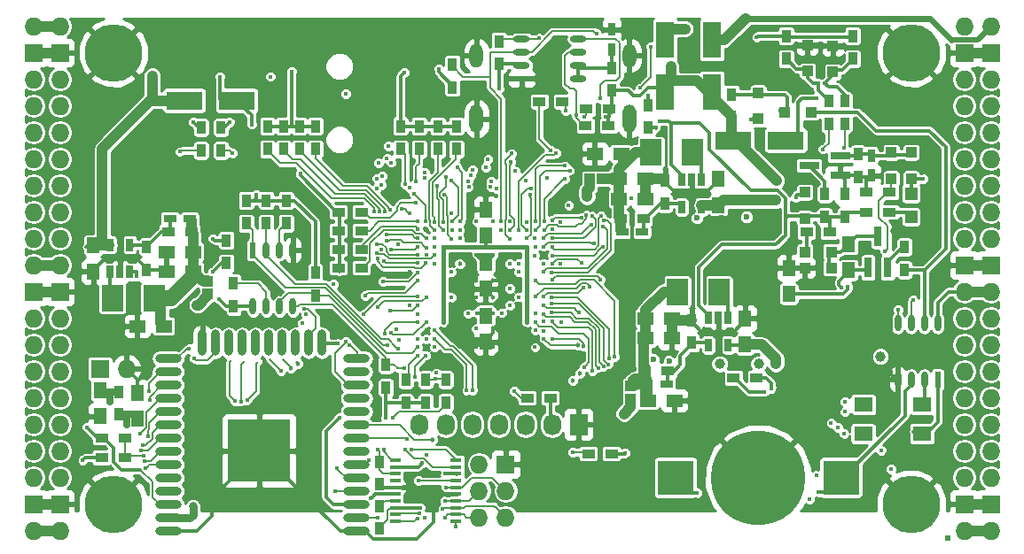
<source format=gbl>
G04 #@! TF.FileFunction,Copper,L4,Bot,Signal*
%FSLAX46Y46*%
G04 Gerber Fmt 4.6, Leading zero omitted, Abs format (unit mm)*
G04 Created by KiCad (PCBNEW 4.0.7+dfsg1-1) date Sun Jan  7 12:00:11 2018*
%MOMM*%
%LPD*%
G01*
G04 APERTURE LIST*
%ADD10C,0.100000*%
%ADD11O,1.727200X1.727200*%
%ADD12R,1.727200X1.727200*%
%ADD13R,0.500000X0.500000*%
%ADD14R,0.900000X1.200000*%
%ADD15R,1.000000X1.000000*%
%ADD16R,1.800000X3.500000*%
%ADD17R,2.000000X2.500000*%
%ADD18R,0.700000X1.200000*%
%ADD19R,1.250000X1.500000*%
%ADD20R,1.500000X1.250000*%
%ADD21R,0.800000X1.900000*%
%ADD22R,1.900000X0.800000*%
%ADD23R,1.200000X0.750000*%
%ADD24R,0.750000X1.200000*%
%ADD25R,1.200000X0.900000*%
%ADD26C,5.500000*%
%ADD27R,1.000000X0.400000*%
%ADD28R,1.727200X2.032000*%
%ADD29O,1.727200X2.032000*%
%ADD30R,3.500000X1.800000*%
%ADD31R,3.500000X3.300000*%
%ADD32C,9.000000*%
%ADD33O,1.300000X2.700000*%
%ADD34O,1.300000X2.300000*%
%ADD35R,0.600000X1.550000*%
%ADD36O,0.600000X1.550000*%
%ADD37R,1.550000X0.600000*%
%ADD38O,1.550000X0.600000*%
%ADD39O,2.500000X0.900000*%
%ADD40O,0.900000X2.500000*%
%ADD41R,6.000000X6.000000*%
%ADD42R,1.800000X1.400000*%
%ADD43R,1.200000X1.200000*%
%ADD44C,0.400000*%
%ADD45C,1.000000*%
%ADD46C,0.600000*%
%ADD47C,0.454000*%
%ADD48C,0.800000*%
%ADD49C,0.700000*%
%ADD50C,0.300000*%
%ADD51C,0.190000*%
%ADD52C,1.000000*%
%ADD53C,0.600000*%
%ADD54C,0.500000*%
%ADD55C,0.800000*%
%ADD56C,0.700000*%
%ADD57C,0.400000*%
%ADD58C,1.500000*%
%ADD59C,0.127000*%
%ADD60C,1.200000*%
%ADD61C,0.200000*%
%ADD62C,0.254000*%
G04 APERTURE END LIST*
D10*
D11*
X97910000Y-62690000D03*
X95370000Y-62690000D03*
D12*
X97910000Y-65230000D03*
X95370000Y-65230000D03*
D11*
X97910000Y-67770000D03*
X95370000Y-67770000D03*
X97910000Y-70310000D03*
X95370000Y-70310000D03*
X97910000Y-72850000D03*
X95370000Y-72850000D03*
X97910000Y-75390000D03*
X95370000Y-75390000D03*
X97910000Y-77930000D03*
X95370000Y-77930000D03*
X97910000Y-80470000D03*
X95370000Y-80470000D03*
X97910000Y-83010000D03*
X95370000Y-83010000D03*
X97910000Y-85550000D03*
X95370000Y-85550000D03*
D12*
X97910000Y-88090000D03*
X95370000Y-88090000D03*
D11*
X97910000Y-90630000D03*
X95370000Y-90630000D03*
X97910000Y-93170000D03*
X95370000Y-93170000D03*
X97910000Y-95710000D03*
X95370000Y-95710000D03*
X97910000Y-98250000D03*
X95370000Y-98250000D03*
X97910000Y-100790000D03*
X95370000Y-100790000D03*
X97910000Y-103330000D03*
X95370000Y-103330000D03*
X97910000Y-105870000D03*
X95370000Y-105870000D03*
D12*
X97910000Y-108410000D03*
X95370000Y-108410000D03*
D11*
X97910000Y-110950000D03*
X95370000Y-110950000D03*
D13*
X182675150Y-111637626D03*
D14*
X103498000Y-99858000D03*
X103498000Y-97658000D03*
D15*
X152393000Y-97142000D03*
X152393000Y-98342000D03*
D16*
X155695000Y-69000000D03*
X155695000Y-64000000D03*
D14*
X154044000Y-72426000D03*
X154044000Y-70226000D03*
D17*
X160870000Y-88090000D03*
X156870000Y-88090000D03*
D18*
X159825000Y-90600000D03*
X160775000Y-90600000D03*
X161725000Y-90600000D03*
X161725000Y-93200000D03*
X159825000Y-93200000D03*
D17*
X102895000Y-88725000D03*
X106895000Y-88725000D03*
D18*
X104575000Y-86215000D03*
X103625000Y-86215000D03*
X102675000Y-86215000D03*
X102675000Y-83615000D03*
X104575000Y-83615000D03*
D17*
X158330000Y-74755000D03*
X154330000Y-74755000D03*
D18*
X157285000Y-77392000D03*
X158235000Y-77392000D03*
X159185000Y-77392000D03*
X159185000Y-79992000D03*
X157285000Y-79992000D03*
D19*
X101085000Y-83665000D03*
X101085000Y-86165000D03*
D20*
X153810000Y-90630000D03*
X156310000Y-90630000D03*
X153810000Y-92535000D03*
X156310000Y-92535000D03*
D19*
X163315000Y-93150000D03*
X163315000Y-90650000D03*
D20*
X151270000Y-79200000D03*
X153770000Y-79200000D03*
X151270000Y-77295000D03*
X153770000Y-77295000D03*
D19*
X160775000Y-79815000D03*
X160775000Y-77315000D03*
D20*
X110590000Y-84280000D03*
X108090000Y-84280000D03*
X110590000Y-86185000D03*
X108090000Y-86185000D03*
D19*
X173221000Y-86038000D03*
X173221000Y-83538000D03*
D21*
X176965000Y-85780000D03*
X175065000Y-85780000D03*
X176015000Y-82780000D03*
D22*
X172435000Y-75075000D03*
X172435000Y-76975000D03*
X169435000Y-76025000D03*
D23*
X153910000Y-96910000D03*
X155810000Y-96910000D03*
X151570000Y-82375000D03*
X153470000Y-82375000D03*
X110290000Y-81105000D03*
X108390000Y-81105000D03*
D24*
X175380000Y-75075000D03*
X175380000Y-76975000D03*
D25*
X169200000Y-82375000D03*
X171400000Y-82375000D03*
D14*
X172840000Y-80935000D03*
X172840000Y-78735000D03*
D25*
X177115000Y-80470000D03*
X174915000Y-80470000D03*
D14*
X174110000Y-74925000D03*
X174110000Y-77125000D03*
X178555000Y-83815000D03*
X178555000Y-86015000D03*
X113785000Y-83180000D03*
X113785000Y-85380000D03*
X170935000Y-80935000D03*
X170935000Y-78735000D03*
X128390000Y-108580000D03*
X128390000Y-110780000D03*
D25*
X150572000Y-103584000D03*
X148372000Y-103584000D03*
X177115000Y-78565000D03*
X174915000Y-78565000D03*
X153760000Y-95640000D03*
X155960000Y-95640000D03*
X110440000Y-82375000D03*
X108240000Y-82375000D03*
X151420000Y-81105000D03*
X153620000Y-81105000D03*
D14*
X158235000Y-90800000D03*
X158235000Y-93000000D03*
X106165000Y-86015000D03*
X106165000Y-83815000D03*
X155695000Y-77465000D03*
X155695000Y-79665000D03*
D25*
X126696000Y-85804000D03*
X124496000Y-85804000D03*
X126696000Y-84026000D03*
X124496000Y-84026000D03*
X126696000Y-82248000D03*
X124496000Y-82248000D03*
X126696000Y-80470000D03*
X124496000Y-80470000D03*
D14*
X130422000Y-74458000D03*
X130422000Y-72258000D03*
X132200000Y-74458000D03*
X132200000Y-72258000D03*
X133978000Y-74458000D03*
X133978000Y-72258000D03*
X135756000Y-74458000D03*
X135756000Y-72258000D03*
D24*
X150589600Y-64910000D03*
X150589600Y-63010000D03*
D11*
X184270000Y-110950000D03*
X186810000Y-110950000D03*
D12*
X184270000Y-108410000D03*
X186810000Y-108410000D03*
D11*
X184270000Y-105870000D03*
X186810000Y-105870000D03*
X184270000Y-103330000D03*
X186810000Y-103330000D03*
X184270000Y-100790000D03*
X186810000Y-100790000D03*
X184270000Y-98250000D03*
X186810000Y-98250000D03*
X184270000Y-95710000D03*
X186810000Y-95710000D03*
X184270000Y-93170000D03*
X186810000Y-93170000D03*
X184270000Y-90630000D03*
X186810000Y-90630000D03*
X184270000Y-88090000D03*
X186810000Y-88090000D03*
D12*
X184270000Y-85550000D03*
X186810000Y-85550000D03*
D11*
X184270000Y-83010000D03*
X186810000Y-83010000D03*
X184270000Y-80470000D03*
X186810000Y-80470000D03*
X184270000Y-77930000D03*
X186810000Y-77930000D03*
X184270000Y-75390000D03*
X186810000Y-75390000D03*
X184270000Y-72850000D03*
X186810000Y-72850000D03*
X184270000Y-70310000D03*
X186810000Y-70310000D03*
X184270000Y-67770000D03*
X186810000Y-67770000D03*
D12*
X184270000Y-65230000D03*
X186810000Y-65230000D03*
D11*
X184270000Y-62690000D03*
X186810000Y-62690000D03*
D26*
X102990000Y-108410000D03*
X179190000Y-108410000D03*
X179190000Y-65230000D03*
X102990000Y-65230000D03*
D14*
X162045000Y-71410000D03*
X162045000Y-69210000D03*
X139820000Y-66330000D03*
X139820000Y-64130000D03*
X135375000Y-68532000D03*
X135375000Y-66332000D03*
X150615000Y-68870000D03*
X150615000Y-66670000D03*
D25*
X150275000Y-72215000D03*
X148075000Y-72215000D03*
X150380000Y-70600000D03*
X148180000Y-70600000D03*
D27*
X135735000Y-104215000D03*
X135735000Y-104865000D03*
X135735000Y-105515000D03*
X135735000Y-106165000D03*
X135735000Y-106815000D03*
X135735000Y-107465000D03*
X135735000Y-108115000D03*
X135735000Y-108765000D03*
X135735000Y-109415000D03*
X135735000Y-110065000D03*
X129935000Y-110065000D03*
X129935000Y-109415000D03*
X129935000Y-108765000D03*
X129935000Y-108115000D03*
X129935000Y-107465000D03*
X129935000Y-106815000D03*
X129935000Y-106165000D03*
X129935000Y-105515000D03*
X129935000Y-104865000D03*
X129935000Y-104215000D03*
D14*
X119500000Y-79370000D03*
X119500000Y-81570000D03*
X114480000Y-89500000D03*
X114480000Y-87300000D03*
X129025000Y-97275000D03*
X129025000Y-95075000D03*
X117595000Y-79370000D03*
X117595000Y-81570000D03*
X122280000Y-86300000D03*
X122280000Y-88500000D03*
X115690000Y-79370000D03*
X115690000Y-81570000D03*
D25*
X144730000Y-98250000D03*
X142530000Y-98250000D03*
D14*
X132835000Y-98715000D03*
X132835000Y-96515000D03*
X130930000Y-98715000D03*
X130930000Y-96515000D03*
D25*
X101890000Y-103965000D03*
X104090000Y-103965000D03*
D12*
X101720000Y-95456000D03*
D11*
X104260000Y-95456000D03*
D25*
X104090000Y-102060000D03*
X101890000Y-102060000D03*
D19*
X167506000Y-88324000D03*
X167506000Y-85824000D03*
D25*
X164415000Y-96345000D03*
X162215000Y-96345000D03*
D14*
X167252000Y-65822000D03*
X167252000Y-63622000D03*
D12*
X140455000Y-104600000D03*
D11*
X137915000Y-104600000D03*
X140455000Y-107140000D03*
X137915000Y-107140000D03*
X140455000Y-109680000D03*
X137915000Y-109680000D03*
D19*
X138550000Y-90396000D03*
X138550000Y-92896000D03*
X138550000Y-82736000D03*
X138550000Y-80236000D03*
X138550000Y-85316000D03*
X138550000Y-87816000D03*
X101720000Y-97508000D03*
X101720000Y-100008000D03*
D14*
X113277000Y-74585000D03*
X113277000Y-72385000D03*
X111372000Y-74585000D03*
X111372000Y-72385000D03*
X172840000Y-72045000D03*
X172840000Y-69845000D03*
X171316000Y-72045000D03*
X171316000Y-69845000D03*
D28*
X147440000Y-100790000D03*
D29*
X144900000Y-100790000D03*
X142360000Y-100790000D03*
X139820000Y-100790000D03*
X137280000Y-100790000D03*
X134740000Y-100790000D03*
X132200000Y-100790000D03*
D19*
X105276000Y-100262000D03*
X105276000Y-97762000D03*
D30*
X109761000Y-69802000D03*
X114761000Y-69802000D03*
X167212000Y-73612000D03*
X162212000Y-73612000D03*
D16*
X160140000Y-64000000D03*
X160140000Y-69000000D03*
D20*
X154064000Y-98504000D03*
X156564000Y-98504000D03*
X107796000Y-91392000D03*
X105296000Y-91392000D03*
X151484000Y-74882000D03*
X148984000Y-74882000D03*
D14*
X173602000Y-65822000D03*
X173602000Y-63622000D03*
X134740000Y-96515000D03*
X134740000Y-98715000D03*
D31*
X172485000Y-105870000D03*
X156685000Y-105870000D03*
D32*
X164585000Y-105870000D03*
D15*
X169284000Y-66988000D03*
X169284000Y-64488000D03*
X171697000Y-67081000D03*
X171697000Y-64581000D03*
X169050000Y-84280000D03*
X171550000Y-84280000D03*
X169030000Y-81085000D03*
X169030000Y-78585000D03*
X171550000Y-85804000D03*
X169050000Y-85804000D03*
X179190000Y-77275000D03*
X179190000Y-74775000D03*
X177285000Y-74775000D03*
X177285000Y-77275000D03*
X167145000Y-70945000D03*
X169645000Y-70945000D03*
X164585000Y-69060000D03*
X164585000Y-71560000D03*
X112007000Y-87109000D03*
X112007000Y-88309000D03*
X149691000Y-77295000D03*
X148491000Y-77295000D03*
D14*
X128390000Y-106546000D03*
X128390000Y-104346000D03*
X117722000Y-74458000D03*
X117722000Y-72258000D03*
X119246000Y-74458000D03*
X119246000Y-72258000D03*
X120770000Y-74458000D03*
X120770000Y-72258000D03*
X122294000Y-74458000D03*
X122294000Y-72258000D03*
D25*
X145880000Y-69900000D03*
X143680000Y-69900000D03*
D33*
X152280000Y-71550000D03*
X137680000Y-71550000D03*
D34*
X137680000Y-65500000D03*
X152280000Y-65500000D03*
D35*
X181730000Y-96505000D03*
D36*
X180460000Y-96505000D03*
X179190000Y-96505000D03*
X177920000Y-96505000D03*
X177920000Y-91105000D03*
X179190000Y-91105000D03*
X180460000Y-91105000D03*
X181730000Y-91105000D03*
D37*
X141980000Y-67706500D03*
D38*
X141980000Y-66436500D03*
X141980000Y-65166500D03*
X141980000Y-63896500D03*
X147380000Y-63896500D03*
X147380000Y-65166500D03*
X147380000Y-66436500D03*
X147380000Y-67706500D03*
D35*
X116325000Y-84120000D03*
D36*
X117595000Y-84120000D03*
X118865000Y-84120000D03*
X120135000Y-84120000D03*
X120135000Y-89520000D03*
X118865000Y-89520000D03*
X117595000Y-89520000D03*
X116325000Y-89520000D03*
D39*
X126230000Y-111000000D03*
X126230000Y-109730000D03*
X126230000Y-108460000D03*
X126230000Y-107190000D03*
X126230000Y-105920000D03*
X126230000Y-104650000D03*
X126230000Y-103380000D03*
X126230000Y-102110000D03*
X126230000Y-100840000D03*
X126230000Y-99570000D03*
X126230000Y-98300000D03*
X126230000Y-97030000D03*
X126230000Y-95760000D03*
X126230000Y-94490000D03*
D40*
X122945000Y-93000000D03*
X121675000Y-93000000D03*
X120405000Y-93000000D03*
X119135000Y-93000000D03*
X117865000Y-93000000D03*
X116595000Y-93000000D03*
X115325000Y-93000000D03*
X114055000Y-93000000D03*
X112785000Y-93000000D03*
X111515000Y-93000000D03*
D39*
X108230000Y-94490000D03*
X108230000Y-95760000D03*
X108230000Y-97030000D03*
X108230000Y-98300000D03*
X108230000Y-99570000D03*
X108230000Y-100840000D03*
X108230000Y-102110000D03*
X108230000Y-103380000D03*
X108230000Y-104650000D03*
X108230000Y-105920000D03*
X108230000Y-107190000D03*
X108230000Y-108460000D03*
X108230000Y-109730000D03*
X108230000Y-111000000D03*
D41*
X116930000Y-103300000D03*
D42*
X180212000Y-98882000D03*
X174612000Y-98882000D03*
X174612000Y-101682000D03*
X180212000Y-101682000D03*
D43*
X179190000Y-78735000D03*
X179190000Y-80935000D03*
D44*
X144103496Y-84660400D03*
D45*
X177658444Y-82281349D03*
D44*
X145680000Y-81405125D03*
X145691238Y-94166752D03*
X145759873Y-91010176D03*
D46*
X152525938Y-81463870D03*
D45*
X162956098Y-95078488D03*
X158539988Y-94868772D03*
D46*
X161075765Y-80992022D03*
X164882869Y-80938986D03*
X156262773Y-81349374D03*
X123437000Y-108972000D03*
D44*
X132871770Y-84533979D03*
X132862998Y-82124544D03*
X131278306Y-86213101D03*
X135281276Y-80583119D03*
X131279502Y-89407325D03*
X170309539Y-85441529D03*
X145672808Y-85396062D03*
X133216000Y-107465000D03*
X137680000Y-88600000D03*
X142480000Y-95000000D03*
X141680000Y-92600000D03*
X140836000Y-84534000D03*
X135284627Y-94985297D03*
X135288625Y-94225619D03*
X134455822Y-94267172D03*
X136095958Y-93369652D03*
D47*
X139264636Y-91615205D03*
D45*
X116880503Y-64802940D03*
X106974809Y-64953974D03*
X175210328Y-64948943D03*
X165417246Y-64954666D03*
D44*
X175495631Y-71457432D03*
X177285000Y-95710000D03*
X140880000Y-81400000D03*
X136085174Y-89394826D03*
X140874194Y-91433353D03*
X142480000Y-94200000D03*
X140880000Y-93400000D03*
X139280000Y-93400000D03*
X137680000Y-93400000D03*
X136880000Y-92600000D03*
X135280000Y-92600000D03*
X132880000Y-91800000D03*
X132880000Y-93400000D03*
D47*
X141042859Y-86994997D03*
X139280000Y-87000000D03*
X136110990Y-86995403D03*
X137680000Y-87000000D03*
X136080000Y-84600000D03*
X139280000Y-88600000D03*
D45*
X106720415Y-67436305D03*
X166284693Y-95025145D03*
X166248957Y-79348409D03*
X166343357Y-77477990D03*
D44*
X172564535Y-87722010D03*
X150030853Y-71331848D03*
D45*
X156235582Y-66548363D03*
X101932065Y-82585048D03*
X157600000Y-62944000D03*
D44*
X165803369Y-97344883D03*
D45*
X148237462Y-79019093D03*
D44*
X148271935Y-77558071D03*
X117976000Y-67516000D03*
D45*
X160905403Y-95006436D03*
D46*
X158731133Y-81048929D03*
X154593901Y-94607945D03*
X156088245Y-94762980D03*
D45*
X164625730Y-94982471D03*
D46*
X163462982Y-80942429D03*
D45*
X176254940Y-94288458D03*
D48*
X110593913Y-108636458D03*
D44*
X180340784Y-77316932D03*
X173137949Y-87594275D03*
D49*
X102710050Y-98594954D03*
D44*
X154794000Y-72426000D03*
X129005202Y-100174798D03*
X137659051Y-91638034D03*
X139820000Y-68665673D03*
X172834633Y-99599920D03*
X172879922Y-98618650D03*
X176305593Y-103279812D03*
X164433885Y-63737451D03*
X134079160Y-66786153D03*
X116654336Y-78777990D03*
X112515000Y-83010000D03*
X100080000Y-104200000D03*
X113080000Y-88800000D03*
X135273306Y-88618602D03*
X139272517Y-84611349D03*
X137680556Y-84534085D03*
X141680000Y-86200000D03*
X135280000Y-86200000D03*
X132880000Y-92600000D03*
X132080000Y-92600000D03*
X141680000Y-88600000D03*
X141680000Y-85400000D03*
X121401947Y-90251871D03*
X129988160Y-91721995D03*
X130302262Y-92700329D03*
X121041200Y-91125073D03*
D45*
X110991000Y-89360000D03*
D44*
X142480000Y-91000000D03*
X142480000Y-83800000D03*
X134480000Y-83800000D03*
X134480000Y-91000000D03*
X105245010Y-86595559D03*
X125193541Y-69156848D03*
X155149360Y-71764535D03*
X170182962Y-69571012D03*
X170362901Y-107286196D03*
X158716651Y-107325176D03*
X128216338Y-109760338D03*
X132708000Y-109680000D03*
X137295592Y-97538017D03*
X134750646Y-106810513D03*
X133680000Y-91800000D03*
X136740903Y-97514503D03*
X134675868Y-108131585D03*
D47*
X133449289Y-102232615D03*
D44*
X133680000Y-92600000D03*
X132936956Y-103711000D03*
X127385678Y-104203668D03*
X133685482Y-93402296D03*
X134463998Y-108841973D03*
X131039072Y-102187000D03*
X131808905Y-96227367D03*
X134636872Y-109719950D03*
X132846234Y-94197073D03*
X176700000Y-84220000D03*
X143260000Y-84620000D03*
X120834553Y-76779094D03*
X130761990Y-67119621D03*
X147186000Y-71200000D03*
X147983153Y-71347080D03*
X149475951Y-69619684D03*
X153297112Y-68608292D03*
X177926984Y-89812061D03*
X154329326Y-64643767D03*
X152497066Y-79193467D03*
X146481406Y-79819384D03*
X143650666Y-63862520D03*
X179351513Y-88868327D03*
X149134122Y-63424051D03*
X140035989Y-81400000D03*
X115759823Y-98502036D03*
X132083026Y-86260405D03*
X128776655Y-87135140D03*
X119008515Y-95662939D03*
D47*
X119978162Y-95412951D03*
X120634035Y-94977604D03*
D44*
X116198000Y-72088000D03*
X127586603Y-107875044D03*
X113157250Y-67567056D03*
X146180000Y-70800000D03*
X131453853Y-103208291D03*
X149771692Y-81825658D03*
X144080000Y-86200000D03*
X149533922Y-86909940D03*
X144894316Y-86977564D03*
X144896700Y-83835368D03*
X149549750Y-80868432D03*
D47*
X147343891Y-93217126D03*
D44*
X144113248Y-92588762D03*
X144875155Y-86292748D03*
X149846468Y-81303978D03*
X148696112Y-80861847D03*
X144916886Y-82991356D03*
D47*
X147915304Y-93322307D03*
D44*
X144882352Y-92577990D03*
X144902941Y-90956495D03*
X148747982Y-95669626D03*
X144867244Y-90112484D03*
X149795895Y-95251084D03*
X144855814Y-89268481D03*
X150278898Y-95040253D03*
X150345974Y-94517527D03*
X144877648Y-88622010D03*
X150889207Y-94332565D03*
X143280000Y-87000000D03*
X130807074Y-95454141D03*
X130171404Y-93544341D03*
X132080000Y-93400000D03*
X129196652Y-93209125D03*
X133852393Y-95875797D03*
X141280000Y-97600000D03*
X133762848Y-96395146D03*
X132080000Y-94200000D03*
X128610772Y-84072485D03*
X105895603Y-103765816D03*
X130839486Y-103208291D03*
X132075624Y-89410644D03*
X129449238Y-89926948D03*
X128806823Y-103185900D03*
X128251440Y-89564206D03*
X132162861Y-106185868D03*
X132880000Y-88600000D03*
X124322162Y-105002357D03*
X127040053Y-88481065D03*
X132080000Y-87000000D03*
X125499542Y-93250681D03*
X124202418Y-107207639D03*
X109323798Y-74706222D03*
X132024412Y-109766775D03*
X114371508Y-74859518D03*
X132219727Y-109277292D03*
X135315381Y-81391918D03*
X135280062Y-77463305D03*
X134471370Y-81406751D03*
X134758050Y-77130140D03*
X132761172Y-77202673D03*
X132737245Y-76676207D03*
X128644933Y-77050030D03*
X128152012Y-77257840D03*
X128125571Y-78233647D03*
X110718734Y-94451783D03*
X128590544Y-77894041D03*
X110249038Y-93533767D03*
X106368514Y-97598098D03*
X131253134Y-78134216D03*
X106477197Y-98487772D03*
X132783339Y-81400004D03*
X131709326Y-78745875D03*
X132079024Y-82984045D03*
X129109095Y-82655074D03*
X105572759Y-101661319D03*
X106276126Y-101893466D03*
X132880889Y-83897835D03*
X129054383Y-83179239D03*
X129487667Y-84079929D03*
X132083682Y-83828056D03*
X105813763Y-102819336D03*
X132062099Y-84533979D03*
X128165458Y-83528763D03*
X105627254Y-103312241D03*
X128183315Y-84380742D03*
X105992720Y-104283802D03*
X133671942Y-84595200D03*
X132834641Y-85377990D03*
X128203260Y-84907376D03*
X106088753Y-104974041D03*
D47*
X146862501Y-96617499D03*
X147534467Y-95913260D03*
D44*
X147927932Y-95329243D03*
X143280000Y-91000000D03*
X149284391Y-95377990D03*
X144077013Y-90266968D03*
X147430953Y-90112484D03*
X144076240Y-89395301D03*
X143281824Y-90201951D03*
X144102010Y-85397219D03*
X144889349Y-85448737D03*
X147687390Y-85374093D03*
X148610661Y-81705858D03*
X144102010Y-83000000D03*
X144888125Y-82147345D03*
X147910791Y-87683418D03*
X144082832Y-88584510D03*
X148483539Y-87608166D03*
X143278026Y-88595030D03*
X148175253Y-80781550D03*
X144125486Y-82186468D03*
X147688311Y-80983115D03*
X144880008Y-81303333D03*
X139280000Y-81400000D03*
X139578623Y-78205862D03*
X139034115Y-78040948D03*
X139046749Y-77514088D03*
X138580000Y-76200000D03*
X138779198Y-75400762D03*
X137680000Y-81400000D03*
X137308732Y-76415018D03*
X137106948Y-76979922D03*
X136859538Y-77550820D03*
X136922059Y-78097889D03*
X136096392Y-81395070D03*
X135830698Y-76200613D03*
X149732494Y-83807694D03*
X144912409Y-84635817D03*
X148921512Y-83442010D03*
X144103186Y-83777990D03*
X142841210Y-78784254D03*
X142473549Y-82998913D03*
X142864275Y-78217369D03*
X142437464Y-82181475D03*
X146089079Y-77300571D03*
X144144931Y-81387081D03*
X144394875Y-77219934D03*
X146577729Y-76500816D03*
X143281475Y-82206074D03*
X146130802Y-76060132D03*
X143300920Y-81377293D03*
X145255695Y-74817220D03*
X141662690Y-82207782D03*
X142456909Y-81405800D03*
X140030954Y-82200000D03*
X141342967Y-76554996D03*
X141046643Y-74873804D03*
X140864029Y-83041403D03*
X140874966Y-82177164D03*
X140980062Y-75681941D03*
X115165033Y-98598050D03*
X131847310Y-79589886D03*
X132080000Y-81400000D03*
X132080007Y-82103333D03*
X132872609Y-82968555D03*
X133627359Y-81414685D03*
X133648389Y-82190597D03*
X131923295Y-77584853D03*
X130856828Y-77786820D03*
X129477855Y-92000822D03*
X132880000Y-91000000D03*
X128879646Y-92111037D03*
X132077648Y-90977990D03*
X131275302Y-80595752D03*
X130489904Y-80167235D03*
X128823114Y-85153560D03*
X132072985Y-85377990D03*
X134476508Y-82180155D03*
X133942383Y-77980766D03*
X163908850Y-71651861D03*
X135656559Y-110610712D03*
X132468001Y-104503413D03*
X146844288Y-103452739D03*
D49*
X104260000Y-100790000D03*
D44*
X114604320Y-98573680D03*
X112515000Y-86185000D03*
X165170594Y-97666317D03*
X170157734Y-105666345D03*
X169506589Y-107953726D03*
X170735900Y-74464979D03*
X143257990Y-83000000D03*
X168166438Y-79108038D03*
X151896383Y-103510715D03*
X114075797Y-71903914D03*
X110632496Y-71877629D03*
X143269694Y-93414905D03*
X177274002Y-105079115D03*
X172761273Y-101651681D03*
X143280000Y-91800000D03*
X172193360Y-101105663D03*
X144064831Y-91877646D03*
X144080000Y-90956495D03*
X171540304Y-100645743D03*
X135320520Y-82196441D03*
X129493343Y-75737814D03*
X136080000Y-82200000D03*
X129125079Y-75315804D03*
X136080000Y-83000000D03*
X129252218Y-74142461D03*
X142377451Y-77497451D03*
X172746637Y-74347988D03*
X143280000Y-83800000D03*
X170300000Y-68151000D03*
X170950000Y-68125562D03*
X125167387Y-92841517D03*
X121206217Y-89762554D03*
X132082956Y-90210779D03*
X182675150Y-111637626D03*
X124027706Y-87347706D03*
X124027707Y-87347707D03*
X166678914Y-70803555D03*
X129660000Y-100155000D03*
X124580000Y-100155000D03*
X132084049Y-88558274D03*
X126880008Y-90276109D03*
X128280000Y-103200000D03*
X120008000Y-67008000D03*
X133680000Y-83000000D03*
X129457990Y-80285112D03*
X133680000Y-83800000D03*
X128943593Y-80399729D03*
X130204628Y-83599483D03*
X128416582Y-80399850D03*
X127889625Y-80407426D03*
X133680000Y-85400000D03*
X144780000Y-74590382D03*
X124453000Y-93043000D03*
X137689001Y-90122990D03*
D45*
X151758000Y-99774000D03*
D44*
X136885174Y-90194826D03*
X140094890Y-90122990D03*
X139280000Y-90122990D03*
X140880000Y-89400000D03*
X140880000Y-87800000D03*
X140880000Y-85400000D03*
D47*
X136080000Y-85400000D03*
D44*
X128333179Y-75769807D03*
X134613000Y-78819000D03*
X135280000Y-83022010D03*
X154052298Y-69302298D03*
X100450000Y-101044000D03*
X132285867Y-108754446D03*
X134707351Y-105508447D03*
D50*
X155822000Y-83645000D02*
X155822000Y-81790147D01*
X155822000Y-81790147D02*
X156262773Y-81349374D01*
X153039876Y-83645000D02*
X155822000Y-83645000D01*
X152525938Y-83131062D02*
X153039876Y-83645000D01*
X152525938Y-81463870D02*
X152525938Y-83131062D01*
D51*
X138029000Y-66332000D02*
X138115000Y-66246000D01*
D50*
X133415999Y-107664999D02*
X133216000Y-107465000D01*
X133612013Y-107861013D02*
X133415999Y-107664999D01*
X131991648Y-111780338D02*
X133612013Y-110159973D01*
X127810434Y-111780338D02*
X131991648Y-111780338D01*
X133612013Y-110159973D02*
X133612013Y-107861013D01*
X127060434Y-111030338D02*
X127810434Y-111780338D01*
X126260434Y-111030338D02*
X127060434Y-111030338D01*
D52*
X184270000Y-108410000D02*
X186810000Y-108410000D01*
X184270000Y-85550000D02*
X186810000Y-85550000D01*
X184270000Y-65230000D02*
X186810000Y-65230000D01*
X95370000Y-65230000D02*
X97910000Y-65230000D01*
X95370000Y-88090000D02*
X97910000Y-88090000D01*
X95370000Y-108410000D02*
X97910000Y-108410000D01*
D50*
X108260434Y-111030338D02*
X109060434Y-111030338D01*
X109060434Y-111030338D02*
X109140772Y-110950000D01*
X110957617Y-110950000D02*
X112380000Y-109527617D01*
X109140772Y-110950000D02*
X110957617Y-110950000D01*
X112380000Y-109527617D02*
X112380000Y-107854384D01*
X112380000Y-107854384D02*
X116904046Y-103330338D01*
X116904046Y-103330338D02*
X116960434Y-103330338D01*
X167506000Y-85824000D02*
X169927068Y-85824000D01*
X169927068Y-85824000D02*
X170109540Y-85641528D01*
X170109540Y-85641528D02*
X170309539Y-85441529D01*
X104260000Y-95456000D02*
X105276000Y-96472000D01*
X105276000Y-96472000D02*
X105276000Y-97762000D01*
X133216000Y-107465000D02*
X132214478Y-107465000D01*
X135735000Y-107465000D02*
X133216000Y-107465000D01*
X132214478Y-107465000D02*
X131572496Y-106823018D01*
X131572496Y-106823018D02*
X129919874Y-106823018D01*
X126260434Y-111030338D02*
X124660659Y-111030338D01*
X124660659Y-111030338D02*
X116960659Y-103330338D01*
X116960659Y-103330338D02*
X116960434Y-103330338D01*
X129935000Y-106815000D02*
X128659000Y-106815000D01*
X128659000Y-106815000D02*
X128390000Y-106546000D01*
X128390000Y-106546000D02*
X128558000Y-106546000D01*
X136126306Y-93400000D02*
X136095958Y-93369652D01*
X136880000Y-92600000D02*
X136110348Y-93369652D01*
X136049652Y-93369652D02*
X136095958Y-93369652D01*
X137680000Y-93400000D02*
X136126306Y-93400000D01*
X135280000Y-92600000D02*
X136049652Y-93369652D01*
X136110348Y-93369652D02*
X136095958Y-93369652D01*
X139264636Y-92054364D02*
X139264636Y-91936231D01*
X139264636Y-91936231D02*
X139264636Y-91615205D01*
X138550000Y-92769000D02*
X139264636Y-92054364D01*
X136880000Y-92600000D02*
X137680000Y-93400000D01*
X136880000Y-92600000D02*
X138381000Y-92600000D01*
X138381000Y-92600000D02*
X138550000Y-92769000D01*
X135280000Y-92600000D02*
X136880000Y-92600000D01*
X138550000Y-92769000D02*
X138649000Y-92769000D01*
X138649000Y-92769000D02*
X139280000Y-93400000D01*
X138550000Y-92769000D02*
X138311000Y-92769000D01*
X138311000Y-92769000D02*
X137680000Y-93400000D01*
X175042385Y-64781000D02*
X175210328Y-64948943D01*
X171697000Y-64781000D02*
X175042385Y-64781000D01*
X165683912Y-64688000D02*
X165417246Y-64954666D01*
X169284000Y-64688000D02*
X165683912Y-64688000D01*
X169284000Y-64688000D02*
X171604000Y-64688000D01*
X171604000Y-64688000D02*
X171697000Y-64781000D01*
X177285000Y-95710000D02*
X177285000Y-95964000D01*
X177285000Y-95964000D02*
X177920000Y-96599000D01*
X102210000Y-84915000D02*
X103625000Y-84915000D01*
X103625000Y-84915000D02*
X105215000Y-84915000D01*
X103625000Y-86215000D02*
X103625000Y-84915000D01*
X105215000Y-84915000D02*
X106165000Y-85865000D01*
X106165000Y-85865000D02*
X106165000Y-86015000D01*
X101085000Y-86165000D02*
X101085000Y-86040000D01*
X101085000Y-86040000D02*
X102210000Y-84915000D01*
X106165000Y-86015000D02*
X107920000Y-86015000D01*
X107920000Y-86015000D02*
X108090000Y-86185000D01*
D52*
X153770000Y-77295000D02*
X155525000Y-77295000D01*
D50*
X155525000Y-77295000D02*
X155695000Y-77465000D01*
D52*
X153770000Y-79200000D02*
X153770000Y-77295000D01*
D50*
X174110000Y-77125000D02*
X174745000Y-77125000D01*
X174745000Y-77125000D02*
X175230000Y-77125000D01*
X174915000Y-78565000D02*
X174915000Y-77295000D01*
X174915000Y-77295000D02*
X174745000Y-77125000D01*
X172840000Y-78735000D02*
X172840000Y-77380000D01*
X172840000Y-77380000D02*
X172435000Y-76975000D01*
X175230000Y-77125000D02*
X175380000Y-76975000D01*
X172435000Y-76975000D02*
X173960000Y-76975000D01*
X173960000Y-76975000D02*
X174110000Y-77125000D01*
X137680000Y-86200000D02*
X137680000Y-86600000D01*
X136080000Y-84600000D02*
X137680000Y-86200000D01*
X159850000Y-78365000D02*
X158235000Y-78365000D01*
X158235000Y-78365000D02*
X156445000Y-78365000D01*
X158235000Y-77235000D02*
X158235000Y-78365000D01*
X160775000Y-77315000D02*
X160775000Y-77440000D01*
X160775000Y-77440000D02*
X159850000Y-78365000D01*
X156445000Y-78365000D02*
X155695000Y-77615000D01*
X155695000Y-77615000D02*
X155695000Y-77465000D01*
D52*
X156310000Y-90630000D02*
X156310000Y-92535000D01*
X158235000Y-90800000D02*
X156480000Y-90800000D01*
D50*
X156480000Y-90800000D02*
X156310000Y-90630000D01*
X163315000Y-90650000D02*
X163315000Y-90834602D01*
X163315000Y-90834602D02*
X162249602Y-91900000D01*
X162249602Y-91900000D02*
X160775000Y-91900000D01*
X101085000Y-86165000D02*
X101085000Y-85929893D01*
X106165000Y-85944374D02*
X106165000Y-86015000D01*
X159185000Y-91900000D02*
X160775000Y-91900000D01*
X160775000Y-90600000D02*
X160775000Y-91900000D01*
X158235000Y-90800000D02*
X158235000Y-90950000D01*
X158235000Y-90950000D02*
X159185000Y-91900000D01*
X108090000Y-84280000D02*
X108090000Y-86185000D01*
X107625000Y-84745000D02*
X108090000Y-84280000D01*
X108070000Y-84260000D02*
X108090000Y-84280000D01*
X141037856Y-87000000D02*
X141042859Y-86994997D01*
X139280000Y-87000000D02*
X141037856Y-87000000D01*
X136432016Y-86995403D02*
X136110990Y-86995403D01*
X137284597Y-86995403D02*
X136432016Y-86995403D01*
X137680000Y-86600000D02*
X137284597Y-86995403D01*
X137680000Y-86600000D02*
X137680000Y-87000000D01*
D52*
X106720415Y-69627585D02*
X106720415Y-68143411D01*
X106407114Y-69940886D02*
X106720415Y-69627585D01*
X106720415Y-68143411D02*
X106720415Y-67436305D01*
X166284693Y-94494693D02*
X166284693Y-95025145D01*
X164940000Y-93150000D02*
X166284693Y-94494693D01*
X163315000Y-93150000D02*
X164940000Y-93150000D01*
X165541851Y-79348409D02*
X166248957Y-79348409D01*
X161241591Y-79348409D02*
X165541851Y-79348409D01*
X160790000Y-79800000D02*
X161241591Y-79348409D01*
D50*
X150615000Y-68870000D02*
X152180000Y-68870000D01*
X153331001Y-69348999D02*
X152658999Y-69348999D01*
X152658999Y-69348999D02*
X152180000Y-68870000D01*
X154087002Y-68592998D02*
X155287998Y-68592998D01*
X153331001Y-69348999D02*
X154087002Y-68592998D01*
X155287998Y-68592998D02*
X155695000Y-69000000D01*
D52*
X162045000Y-71410000D02*
X162045000Y-73179633D01*
X162045000Y-73179633D02*
X165843358Y-76977991D01*
X165843358Y-76977991D02*
X166343357Y-77477990D01*
D50*
X101085000Y-83665000D02*
X101684316Y-83665000D01*
X101684316Y-83665000D02*
X101913492Y-83435824D01*
D52*
X101913492Y-83435824D02*
X101913492Y-82603621D01*
D50*
X101913492Y-82603621D02*
X101932065Y-82585048D01*
X172296000Y-87453475D02*
X172364536Y-87522011D01*
X172364536Y-87522011D02*
X172564535Y-87722010D01*
X172296000Y-87088000D02*
X172296000Y-87453475D01*
X173221000Y-86038000D02*
X173221000Y-86163000D01*
X173221000Y-86163000D02*
X172296000Y-87088000D01*
X150275000Y-71465000D02*
X150380000Y-71360000D01*
X150380000Y-71360000D02*
X150380000Y-70600000D01*
X150615000Y-70935000D02*
X150615000Y-69995990D01*
X150615000Y-69995990D02*
X150615000Y-68870000D01*
X150313695Y-71331848D02*
X150030853Y-71331848D01*
X150141848Y-71331848D02*
X150030853Y-71331848D01*
X150275000Y-71465000D02*
X150141848Y-71331848D01*
X150275000Y-72215000D02*
X150275000Y-71465000D01*
X160140000Y-69000000D02*
X160140000Y-69850000D01*
X160140000Y-69850000D02*
X161700000Y-71410000D01*
D52*
X156235582Y-67716832D02*
X156235582Y-66548363D01*
X158681338Y-67896338D02*
X156415088Y-67896338D01*
X156415088Y-67896338D02*
X156235582Y-67716832D01*
D50*
X156235582Y-66578582D02*
X156235582Y-66548363D01*
D52*
X101932065Y-81877942D02*
X101932065Y-82585048D01*
X101932065Y-74415935D02*
X101932065Y-81877942D01*
X106407114Y-69940886D02*
X101932065Y-74415935D01*
D50*
X110610000Y-69548000D02*
X110610000Y-69802000D01*
D52*
X109975000Y-69802000D02*
X106546000Y-69802000D01*
X106546000Y-69802000D02*
X106419000Y-69929000D01*
X106419000Y-69929000D02*
X106407114Y-69940886D01*
D50*
X106419000Y-69675000D02*
X106419000Y-69929000D01*
X100572432Y-83665000D02*
X100424079Y-83813353D01*
X101085000Y-83665000D02*
X100572432Y-83665000D01*
X160790000Y-79800000D02*
X160775000Y-79815000D01*
X160775000Y-79940000D02*
X160775000Y-79815000D01*
X164925000Y-93150000D02*
X164240000Y-93150000D01*
X164240000Y-93150000D02*
X163315000Y-93150000D01*
X101085000Y-83665000D02*
X101085000Y-83790000D01*
D52*
X159185000Y-79835000D02*
X160755000Y-79835000D01*
D50*
X160755000Y-79835000D02*
X160775000Y-79815000D01*
X161725000Y-93200000D02*
X163265000Y-93200000D01*
X163265000Y-93200000D02*
X163315000Y-93150000D01*
X173221000Y-86038000D02*
X174807000Y-86038000D01*
X174807000Y-86038000D02*
X175065000Y-85780000D01*
D52*
X101085000Y-83665000D02*
X102625000Y-83665000D01*
D50*
X102625000Y-83665000D02*
X102675000Y-83615000D01*
X161700000Y-71410000D02*
X162045000Y-71410000D01*
D52*
X162045000Y-71410000D02*
X162045000Y-71260000D01*
X162045000Y-71260000D02*
X158681338Y-67896338D01*
D50*
X162045000Y-71753000D02*
X162045000Y-71410000D01*
X155695000Y-64000000D02*
X155695000Y-63368337D01*
X155695000Y-63368337D02*
X156119337Y-62944000D01*
D52*
X156119337Y-62944000D02*
X157600000Y-62944000D01*
X160140000Y-64000000D02*
X161340000Y-64000000D01*
X161340000Y-64000000D02*
X163399217Y-61940783D01*
D53*
X163399217Y-61940783D02*
X180980783Y-61940783D01*
D54*
X185540000Y-63960000D02*
X186810000Y-62690000D01*
D53*
X180980783Y-61940783D02*
X183000000Y-63960000D01*
D54*
X183000000Y-63960000D02*
X185540000Y-63960000D01*
D50*
X179190000Y-78735000D02*
X179190000Y-77275000D01*
X165803369Y-96833369D02*
X165803369Y-97062041D01*
X165315000Y-96345000D02*
X165803369Y-96833369D01*
X165803369Y-97062041D02*
X165803369Y-97344883D01*
X164415000Y-96345000D02*
X165315000Y-96345000D01*
D52*
X148202000Y-78413082D02*
X148202454Y-78413536D01*
D50*
X148491000Y-77295000D02*
X148491000Y-77339006D01*
X148491000Y-77339006D02*
X148471934Y-77358072D01*
X148471934Y-77358072D02*
X148271935Y-77558071D01*
X148202000Y-78022023D02*
X148271935Y-77952088D01*
X148271935Y-77952088D02*
X148271935Y-77840913D01*
D52*
X148202454Y-78413536D02*
X148202454Y-78984085D01*
X148202454Y-78984085D02*
X148237462Y-79019093D01*
D50*
X148271935Y-77840913D02*
X148271935Y-77558071D01*
D55*
X110593913Y-109202143D02*
X110593913Y-108636458D01*
X110593913Y-109476859D02*
X110593913Y-109202143D01*
X110310434Y-109760338D02*
X110593913Y-109476859D01*
X108260434Y-109760338D02*
X110310434Y-109760338D01*
D50*
X179190000Y-77075000D02*
X179431932Y-77316932D01*
X179431932Y-77316932D02*
X180057942Y-77316932D01*
X180057942Y-77316932D02*
X180340784Y-77316932D01*
D52*
X184270000Y-110950000D02*
X186810000Y-110950000D01*
X184270000Y-88090000D02*
X186810000Y-88090000D01*
X95370000Y-62690000D02*
X97910000Y-62690000D01*
X95370000Y-85550000D02*
X97910000Y-85550000D01*
X95370000Y-110950000D02*
X97910000Y-110950000D01*
D50*
X129025000Y-97275000D02*
X129025000Y-98800000D01*
X129025000Y-98800000D02*
X129025000Y-100155000D01*
X130930000Y-98715000D02*
X129110000Y-98715000D01*
X129110000Y-98715000D02*
X129025000Y-98800000D01*
X167506000Y-88324000D02*
X172691066Y-88324000D01*
X172691066Y-88324000D02*
X173137949Y-87877117D01*
X173137949Y-87877117D02*
X173137949Y-87594275D01*
D56*
X102710050Y-97683950D02*
X102710050Y-98099980D01*
X102736000Y-97658000D02*
X102710050Y-97683950D01*
X102710050Y-98099980D02*
X102710050Y-98594954D01*
X102736000Y-97658000D02*
X101870000Y-97658000D01*
X103498000Y-97658000D02*
X102736000Y-97658000D01*
D50*
X101870000Y-97658000D02*
X101720000Y-97508000D01*
X148202000Y-78413082D02*
X148491000Y-78124082D01*
D52*
X148491000Y-78124082D02*
X148491000Y-77295000D01*
X148202000Y-78413082D02*
X148439744Y-78175338D01*
D50*
X154806000Y-72438000D02*
X154794000Y-72426000D01*
X154044000Y-72426000D02*
X154794000Y-72426000D01*
X129025000Y-100155000D02*
X129005202Y-100174798D01*
X129025000Y-97275000D02*
X129025000Y-98175000D01*
X132835000Y-98715000D02*
X130930000Y-98715000D01*
X173602000Y-63706000D02*
X167336000Y-63706000D01*
X167336000Y-63706000D02*
X167252000Y-63622000D01*
X167252000Y-63622000D02*
X164549336Y-63622000D01*
X164549336Y-63622000D02*
X164433885Y-63737451D01*
X138550000Y-85042000D02*
X138188471Y-85042000D01*
X138188471Y-85042000D02*
X137680556Y-84534085D01*
X138550000Y-85042000D02*
X138841866Y-85042000D01*
X138841866Y-85042000D02*
X139272517Y-84611349D01*
X137680556Y-84534085D02*
X139195253Y-84534085D01*
X139195253Y-84534085D02*
X139272517Y-84611349D01*
X139820000Y-66330000D02*
X139820000Y-68665673D01*
X134079160Y-67068995D02*
X134079160Y-66786153D01*
X134079160Y-67086160D02*
X134079160Y-67068995D01*
X135375000Y-68382000D02*
X134079160Y-67086160D01*
X135375000Y-68532000D02*
X135375000Y-68382000D01*
X116654336Y-79155664D02*
X116654336Y-79060832D01*
X115690000Y-79370000D02*
X116440000Y-79370000D01*
X116440000Y-79370000D02*
X116654336Y-79155664D01*
X116654336Y-79060832D02*
X116654336Y-78777990D01*
X181730000Y-89106000D02*
X182746000Y-88090000D01*
X182746000Y-88090000D02*
X184270000Y-88090000D01*
X181730000Y-91011000D02*
X181730000Y-89106000D01*
X144730000Y-98250000D02*
X144730000Y-99266000D01*
X144730000Y-99266000D02*
X144730000Y-99400000D01*
X144730000Y-99400000D02*
X144730000Y-100620000D01*
X113785000Y-83180000D02*
X112685000Y-83180000D01*
X112685000Y-83180000D02*
X112515000Y-83010000D01*
X122280000Y-86300000D02*
X122280000Y-81400000D01*
X122280000Y-81400000D02*
X120250000Y-79370000D01*
X120250000Y-79370000D02*
X119500000Y-79370000D01*
X100315000Y-103965000D02*
X100080000Y-104200000D01*
X101890000Y-103965000D02*
X100315000Y-103965000D01*
X117595000Y-79370000D02*
X119500000Y-79370000D01*
X115690000Y-79370000D02*
X117595000Y-79370000D01*
X114480000Y-89500000D02*
X113780000Y-89500000D01*
X113780000Y-89500000D02*
X113080000Y-88800000D01*
X114480000Y-89500000D02*
X116305000Y-89500000D01*
X116305000Y-89500000D02*
X116325000Y-89520000D01*
X144900000Y-98250000D02*
X144730000Y-98250000D01*
X144730000Y-100620000D02*
X144900000Y-100790000D01*
X139820000Y-66330000D02*
X141875000Y-66330000D01*
X141875000Y-66330000D02*
X141980000Y-66435000D01*
X156010000Y-95710000D02*
X156524914Y-95710000D01*
X156524914Y-95710000D02*
X157145126Y-95089788D01*
X157145126Y-95089788D02*
X157145126Y-94239874D01*
X157145126Y-94239874D02*
X158235000Y-93150000D01*
X158235000Y-93150000D02*
X158235000Y-93000000D01*
X155960000Y-95640000D02*
X155960000Y-96760000D01*
X155960000Y-96760000D02*
X155810000Y-96910000D01*
X158235000Y-93000000D02*
X159625000Y-93000000D01*
X159625000Y-93000000D02*
X159825000Y-93200000D01*
D52*
X112007000Y-88471000D02*
X111118000Y-89360000D01*
X111118000Y-89360000D02*
X110991000Y-89360000D01*
D50*
X112007000Y-88359000D02*
X112007000Y-88471000D01*
D57*
X137480000Y-83800000D02*
X138550000Y-83800000D01*
X138550000Y-83800000D02*
X142480000Y-83800000D01*
D50*
X138550000Y-83298000D02*
X138550000Y-83800000D01*
D57*
X134480000Y-83800000D02*
X137480000Y-83800000D01*
X142480000Y-83800000D02*
X142480000Y-91000000D01*
X134480000Y-91000000D02*
X134480000Y-83800000D01*
D50*
X105245010Y-86312717D02*
X105245010Y-86595559D01*
X105245010Y-86235010D02*
X105245010Y-86312717D01*
X104575000Y-86215000D02*
X105225000Y-86215000D01*
X105225000Y-86215000D02*
X105245010Y-86235010D01*
X167183550Y-79184144D02*
X167183550Y-81105000D01*
X163850815Y-78403160D02*
X166402566Y-78403160D01*
X159926293Y-72922306D02*
X159926293Y-74478638D01*
X159003987Y-72000000D02*
X159926293Y-72922306D01*
X156280000Y-72000000D02*
X159003987Y-72000000D01*
X166402566Y-78403160D02*
X167183550Y-79184144D01*
X159926293Y-74478638D02*
X163850815Y-78403160D01*
X167183550Y-81105000D02*
X167183550Y-82681450D01*
X166265000Y-83600000D02*
X161080000Y-83600000D01*
X167183550Y-82681450D02*
X166265000Y-83600000D01*
X161080000Y-83600000D02*
X158880000Y-85800000D01*
X158880000Y-85800000D02*
X158880000Y-89400000D01*
X158880000Y-89400000D02*
X159825000Y-90345000D01*
X159825000Y-90345000D02*
X159825000Y-90600000D01*
X156280000Y-72000000D02*
X156044535Y-71764535D01*
X156044535Y-71764535D02*
X155432202Y-71764535D01*
X155432202Y-71764535D02*
X155149360Y-71764535D01*
X169030000Y-80885000D02*
X167403550Y-80885000D01*
X167403550Y-80885000D02*
X167183550Y-81105000D01*
X156280000Y-75980000D02*
X156280000Y-72000000D01*
X157285000Y-77235000D02*
X157285000Y-76985000D01*
X157285000Y-76985000D02*
X156280000Y-75980000D01*
X168980000Y-80885000D02*
X169030000Y-80885000D01*
X169030000Y-80885000D02*
X170885000Y-80885000D01*
X170885000Y-80885000D02*
X170935000Y-80935000D01*
X170935000Y-80935000D02*
X171570000Y-80935000D01*
X171570000Y-80935000D02*
X172840000Y-80935000D01*
X171400000Y-82375000D02*
X171400000Y-81105000D01*
X171400000Y-81105000D02*
X171570000Y-80935000D01*
X174915000Y-80470000D02*
X173305000Y-80470000D01*
X173305000Y-80470000D02*
X172840000Y-80935000D01*
X155210000Y-79665000D02*
X155695000Y-79665000D01*
X153620000Y-81105000D02*
X153770000Y-81105000D01*
X153770000Y-81105000D02*
X155210000Y-79665000D01*
X153620000Y-81105000D02*
X153620000Y-82225000D01*
X153620000Y-82225000D02*
X153470000Y-82375000D01*
X155695000Y-79665000D02*
X157115000Y-79665000D01*
X155525000Y-79835000D02*
X155695000Y-79665000D01*
X157115000Y-79665000D02*
X157285000Y-79835000D01*
X104575000Y-83615000D02*
X105965000Y-83615000D01*
X104775000Y-83815000D02*
X104575000Y-83615000D01*
X108240000Y-82375000D02*
X107605000Y-82375000D01*
X107605000Y-82375000D02*
X106165000Y-83815000D01*
X105965000Y-83615000D02*
X106165000Y-83815000D01*
X108070000Y-82545000D02*
X108240000Y-82375000D01*
X108390000Y-81105000D02*
X108390000Y-82225000D01*
X108390000Y-82225000D02*
X108240000Y-82375000D01*
X168141000Y-73485000D02*
X168402683Y-73223317D01*
X168402683Y-73223317D02*
X168402683Y-69932420D01*
X168402683Y-69932420D02*
X168764091Y-69571012D01*
X168764091Y-69571012D02*
X169900120Y-69571012D01*
X169900120Y-69571012D02*
X170182962Y-69571012D01*
X170645743Y-107286196D02*
X170362901Y-107286196D01*
X171252736Y-107286196D02*
X170645743Y-107286196D01*
X178585200Y-99953732D02*
X171252736Y-107286196D01*
X178585200Y-97635600D02*
X178585200Y-99953732D01*
X179190000Y-97030800D02*
X178585200Y-97635600D01*
X179190000Y-96599000D02*
X179190000Y-97030800D01*
X158433809Y-107325176D02*
X158716651Y-107325176D01*
X158140176Y-107325176D02*
X158433809Y-107325176D01*
X156685000Y-105870000D02*
X158140176Y-107325176D01*
D51*
X126260434Y-109760338D02*
X128216338Y-109760338D01*
X126260434Y-109760338D02*
X127060434Y-109760338D01*
X127060434Y-109760338D02*
X127107096Y-109807000D01*
X137295592Y-97255175D02*
X137295592Y-97538017D01*
X135181878Y-93301878D02*
X135425772Y-93301878D01*
X135425772Y-93301878D02*
X137295592Y-95171698D01*
X133680000Y-91800000D02*
X135181878Y-93301878D01*
X137295592Y-95171698D02*
X137295592Y-97255175D01*
X137254415Y-105873269D02*
X139188269Y-105873269D01*
X139188269Y-105873269D02*
X140455000Y-107140000D01*
X135735000Y-106856777D02*
X135718950Y-106872827D01*
X135718950Y-106872827D02*
X135656636Y-106810513D01*
X135656636Y-106810513D02*
X135033488Y-106810513D01*
X135033488Y-106810513D02*
X134750646Y-106810513D01*
X137254415Y-105873269D02*
X136254857Y-106872827D01*
X135735000Y-106815000D02*
X135735000Y-106856777D01*
X136254857Y-106872827D02*
X135718950Y-106872827D01*
X133449289Y-102232615D02*
X131722624Y-102232615D01*
X127700434Y-100870338D02*
X126260434Y-100870338D01*
X131722624Y-102232615D02*
X130360347Y-100870338D01*
X130360347Y-100870338D02*
X127700434Y-100870338D01*
X134698889Y-93618889D02*
X135294462Y-93618889D01*
X136740903Y-95065330D02*
X136740903Y-97231661D01*
X133680000Y-92600000D02*
X134698889Y-93618889D01*
X135294462Y-93618889D02*
X136740903Y-95065330D01*
X136740903Y-97231661D02*
X136740903Y-97514503D01*
X135735000Y-108115000D02*
X136940000Y-108115000D01*
X136940000Y-108115000D02*
X137915000Y-107140000D01*
X135644172Y-108131585D02*
X134958710Y-108131585D01*
X134958710Y-108131585D02*
X134675868Y-108131585D01*
X135669098Y-108106659D02*
X135644172Y-108131585D01*
X135726659Y-108106659D02*
X135669098Y-108106659D01*
X135735000Y-108115000D02*
X135726659Y-108106659D01*
X126909008Y-104680338D02*
X127185679Y-104403667D01*
X126260434Y-104680338D02*
X126909008Y-104680338D01*
X127185679Y-104403667D02*
X127385678Y-104203668D01*
X135735000Y-108765000D02*
X136425000Y-108765000D01*
X136595601Y-108594399D02*
X139369399Y-108594399D01*
X139369399Y-108594399D02*
X139591401Y-108816401D01*
X136425000Y-108765000D02*
X136595601Y-108594399D01*
X139591401Y-108816401D02*
X140455000Y-109680000D01*
X134540971Y-108765000D02*
X134463998Y-108841973D01*
X135735000Y-108765000D02*
X134540971Y-108765000D01*
X126260434Y-102140338D02*
X130992410Y-102140338D01*
X130992410Y-102140338D02*
X131039072Y-102187000D01*
X131808905Y-95944525D02*
X131808905Y-96227367D01*
X131808905Y-95234402D02*
X131808905Y-95944525D01*
X132846234Y-94197073D02*
X131808905Y-95234402D01*
X136690000Y-109680000D02*
X137915000Y-109680000D01*
X135735000Y-109415000D02*
X136425000Y-109415000D01*
X136425000Y-109415000D02*
X136690000Y-109680000D01*
X134636872Y-109719950D02*
X134941822Y-109415000D01*
X134941822Y-109415000D02*
X135735000Y-109415000D01*
D50*
X182481998Y-74236998D02*
X182481998Y-83998002D01*
X180932202Y-72687202D02*
X182481998Y-74236998D01*
X175826942Y-72687202D02*
X180932202Y-72687202D01*
X174084740Y-70945000D02*
X175826942Y-72687202D01*
X182481998Y-83998002D02*
X180460000Y-86020000D01*
X169445000Y-70945000D02*
X174084740Y-70945000D01*
X180455000Y-86015000D02*
X180460000Y-86020000D01*
X180460000Y-86020000D02*
X180460000Y-91011000D01*
X178555000Y-86015000D02*
X180455000Y-86015000D01*
X176015000Y-82780000D02*
X173979000Y-82780000D01*
X173979000Y-82780000D02*
X173221000Y-83538000D01*
X171350000Y-84280000D02*
X172479000Y-84280000D01*
X172479000Y-84280000D02*
X173221000Y-83538000D01*
X171350000Y-84280000D02*
X171350000Y-85804000D01*
X177285000Y-74975000D02*
X179190000Y-74975000D01*
X175380000Y-75075000D02*
X177185000Y-75075000D01*
X177185000Y-75075000D02*
X177285000Y-74975000D01*
X174110000Y-74925000D02*
X175230000Y-74925000D01*
X175230000Y-74925000D02*
X175380000Y-75075000D01*
X172435000Y-75075000D02*
X173960000Y-75075000D01*
X173960000Y-75075000D02*
X174110000Y-74925000D01*
X169200000Y-82375000D02*
X169200000Y-84230000D01*
X169200000Y-84230000D02*
X169250000Y-84280000D01*
X177115000Y-80470000D02*
X178725000Y-80470000D01*
X178725000Y-80470000D02*
X179190000Y-80935000D01*
X178380000Y-83815000D02*
X178555000Y-83815000D01*
X176965000Y-85780000D02*
X176965000Y-85230000D01*
X176965000Y-85230000D02*
X178380000Y-83815000D01*
X181730000Y-100536000D02*
X180784000Y-101482000D01*
X180784000Y-101482000D02*
X179412000Y-101482000D01*
X181730000Y-96599000D02*
X181730000Y-100536000D01*
X180460000Y-96599000D02*
X180460000Y-99057757D01*
X180460000Y-99057757D02*
X180446075Y-99071682D01*
X170935000Y-78735000D02*
X170935000Y-77525000D01*
X170935000Y-77525000D02*
X169435000Y-76025000D01*
D51*
X177115000Y-78565000D02*
X176965000Y-78565000D01*
X176965000Y-78565000D02*
X176100000Y-79430000D01*
X176100000Y-79430000D02*
X176100000Y-80981630D01*
X176100000Y-80981630D02*
X176936434Y-81818064D01*
X176936434Y-81818064D02*
X176936434Y-84006426D01*
X176936434Y-84006426D02*
X176722860Y-84220000D01*
X176722860Y-84220000D02*
X176700000Y-84220000D01*
X177285000Y-77075000D02*
X177285000Y-78395000D01*
X177285000Y-78395000D02*
X177115000Y-78565000D01*
D50*
X124496000Y-80470000D02*
X124346000Y-80470000D01*
X120834553Y-76958553D02*
X120834553Y-76779094D01*
X124346000Y-80470000D02*
X120834553Y-76958553D01*
X124582000Y-80470000D02*
X124432000Y-80470000D01*
X124582000Y-84279000D02*
X124582000Y-86185000D01*
X124582000Y-82375000D02*
X124582000Y-84279000D01*
X124582000Y-80470000D02*
X124582000Y-82375000D01*
X132200000Y-72258000D02*
X130422000Y-72258000D01*
X133978000Y-72258000D02*
X132200000Y-72258000D01*
X135756000Y-72258000D02*
X133978000Y-72258000D01*
X135748350Y-72191002D02*
X135722352Y-72217000D01*
X130402940Y-67478671D02*
X130761990Y-67119621D01*
X130402940Y-72217000D02*
X130402940Y-67478671D01*
D51*
X147380000Y-65165000D02*
X146460390Y-65165000D01*
X146586447Y-68691785D02*
X146964785Y-68691785D01*
X146460390Y-65165000D02*
X146133498Y-65491892D01*
X146133498Y-65491892D02*
X146133498Y-68238836D01*
X146133498Y-68238836D02*
X146586447Y-68691785D01*
X146964785Y-68691785D02*
X147186000Y-68913000D01*
X147186000Y-68913000D02*
X147186000Y-71200000D01*
X147186000Y-71476000D02*
X147186000Y-71200000D01*
X148075000Y-72215000D02*
X147925000Y-72215000D01*
X147925000Y-72215000D02*
X147186000Y-71476000D01*
X148075000Y-72215000D02*
X148075000Y-71961000D01*
X147380000Y-63895000D02*
X150955962Y-63895000D01*
X150955962Y-63895000D02*
X151352044Y-64291082D01*
X151352044Y-67579418D02*
X151043301Y-67888161D01*
X151352044Y-64291082D02*
X151352044Y-67579418D01*
X151043301Y-67888161D02*
X149894932Y-67888161D01*
X149894932Y-67888161D02*
X149475951Y-68307142D01*
X149475951Y-68307142D02*
X149475951Y-69336842D01*
X149475951Y-69336842D02*
X149475951Y-69619684D01*
X148072920Y-71347080D02*
X147983153Y-71347080D01*
X148180000Y-71240000D02*
X148072920Y-71347080D01*
X148180000Y-70600000D02*
X148180000Y-71240000D01*
X154329326Y-64643767D02*
X154329326Y-67576078D01*
X153497111Y-68408293D02*
X153297112Y-68608292D01*
X154329326Y-67576078D02*
X153497111Y-68408293D01*
X177920000Y-89819045D02*
X177926984Y-89812061D01*
X177920000Y-91011000D02*
X177920000Y-89819045D01*
X141980000Y-63895000D02*
X143618186Y-63895000D01*
X143618186Y-63895000D02*
X143650666Y-63862520D01*
X141980000Y-63895000D02*
X140055000Y-63895000D01*
X140055000Y-63895000D02*
X139820000Y-64130000D01*
X179190000Y-91011000D02*
X179190000Y-89029840D01*
X179190000Y-89029840D02*
X179351513Y-88868327D01*
X142945000Y-65165000D02*
X144935202Y-63174798D01*
X148934123Y-63224052D02*
X149134122Y-63424051D01*
X144935202Y-63174798D02*
X148884869Y-63174798D01*
X148884869Y-63174798D02*
X148934123Y-63224052D01*
X141980000Y-65165000D02*
X142945000Y-65165000D01*
X138980000Y-68578574D02*
X138980000Y-67516000D01*
X140035989Y-81400000D02*
X140035989Y-69634563D01*
X140035989Y-69634563D02*
X138980000Y-68578574D01*
X136409000Y-67516000D02*
X138980000Y-67516000D01*
X138980000Y-67516000D02*
X138980000Y-65165000D01*
X135375000Y-66332000D02*
X135375000Y-66482000D01*
X135375000Y-66482000D02*
X136409000Y-67516000D01*
X138980000Y-65165000D02*
X141980000Y-65165000D01*
D50*
X150589600Y-64910000D02*
X150589600Y-66644600D01*
X150589600Y-66644600D02*
X150615000Y-66670000D01*
X147380000Y-67705000D02*
X147380000Y-66435000D01*
X150615000Y-66670000D02*
X147615000Y-66670000D01*
X147615000Y-66670000D02*
X147380000Y-66435000D01*
D51*
X116854154Y-94779544D02*
X116625434Y-95008264D01*
X116625434Y-97636425D02*
X115959822Y-98302037D01*
X116625434Y-95008264D02*
X116625434Y-97636425D01*
X115959822Y-98302037D02*
X115759823Y-98502036D01*
X128776655Y-87135140D02*
X131208291Y-87135140D01*
X131883027Y-86460404D02*
X132083026Y-86260405D01*
X131208291Y-87135140D02*
X131883027Y-86460404D01*
X118808516Y-95462940D02*
X119008515Y-95662939D01*
X117895434Y-94549858D02*
X118808516Y-95462940D01*
X119751163Y-95185952D02*
X119978162Y-95412951D01*
X119165434Y-94600223D02*
X119751163Y-95185952D01*
X120435434Y-94779003D02*
X120634035Y-94977604D01*
D50*
X116198000Y-72088000D02*
X116198000Y-71239000D01*
X116198000Y-71239000D02*
X114761000Y-69802000D01*
X127786602Y-107675045D02*
X127586603Y-107875044D01*
X129935000Y-107465000D02*
X127996647Y-107465000D01*
X127996647Y-107465000D02*
X127786602Y-107675045D01*
X113157250Y-67849898D02*
X113157250Y-67567056D01*
X113157250Y-69682250D02*
X113157250Y-67849898D01*
X113277000Y-69802000D02*
X113157250Y-69682250D01*
D51*
X146180000Y-70800000D02*
X146180000Y-70200000D01*
X146180000Y-70200000D02*
X145880000Y-69900000D01*
X129935000Y-108115000D02*
X128895397Y-108115000D01*
X128895397Y-108115000D02*
X128373228Y-108637169D01*
X135760266Y-104239298D02*
X134729259Y-103208291D01*
X134729259Y-103208291D02*
X131736695Y-103208291D01*
X131736695Y-103208291D02*
X131453853Y-103208291D01*
X148299372Y-85865380D02*
X150154496Y-84010256D01*
X145206679Y-85865380D02*
X148299372Y-85865380D01*
X145201320Y-85870739D02*
X145206679Y-85865380D01*
X144409261Y-85870739D02*
X145201320Y-85870739D01*
X144080000Y-86200000D02*
X144409261Y-85870739D01*
X150154496Y-82208462D02*
X149971691Y-82025657D01*
X150154496Y-84010256D02*
X150154496Y-82208462D01*
X149971691Y-82025657D02*
X149771692Y-81825658D01*
X149251377Y-86627395D02*
X149333923Y-86709941D01*
X149333923Y-86709941D02*
X149533922Y-86909940D01*
X144894316Y-86977564D02*
X145244485Y-86627395D01*
X145244485Y-86627395D02*
X149251377Y-86627395D01*
X145096699Y-84035367D02*
X144896700Y-83835368D01*
X149349682Y-81068500D02*
X149349682Y-83481067D01*
X148952171Y-84035367D02*
X145096699Y-84035367D01*
X149343514Y-83487235D02*
X149343514Y-83644024D01*
X149549750Y-80868432D02*
X149349682Y-81068500D01*
X149349682Y-83481067D02*
X149343514Y-83487235D01*
X149343514Y-83644024D02*
X148952171Y-84035367D01*
X147022865Y-93217126D02*
X147343891Y-93217126D01*
X144741612Y-93217126D02*
X147022865Y-93217126D01*
X144113248Y-92588762D02*
X144741612Y-93217126D01*
X148320325Y-86292748D02*
X145157997Y-86292748D01*
X150471507Y-84141566D02*
X148320325Y-86292748D01*
X150471507Y-81646175D02*
X150471507Y-84141566D01*
X149846468Y-81303978D02*
X150129310Y-81303978D01*
X145157997Y-86292748D02*
X144875155Y-86292748D01*
X150129310Y-81303978D02*
X150471507Y-81646175D01*
X148896111Y-81061846D02*
X148696112Y-80861847D01*
X148142234Y-82797999D02*
X149032671Y-81907562D01*
X149032671Y-81198406D02*
X148896111Y-81061846D01*
X149032671Y-81907562D02*
X149032671Y-81198406D01*
X147904080Y-82991358D02*
X148097439Y-82797999D01*
X147466871Y-82991358D02*
X147904080Y-82991358D01*
X148097439Y-82797999D02*
X148142234Y-82797999D01*
X145199728Y-82991356D02*
X144916886Y-82991356D01*
X147466871Y-82991358D02*
X147466869Y-82991356D01*
X147466869Y-82991356D02*
X145199728Y-82991356D01*
X147481096Y-83005583D02*
X147466871Y-82991358D01*
X147915304Y-93001281D02*
X147915304Y-93322307D01*
X144882352Y-92577990D02*
X147492013Y-92577990D01*
X147492013Y-92577990D02*
X147915304Y-93001281D01*
X148747982Y-95669626D02*
X148747982Y-95386784D01*
X148747982Y-95386784D02*
X148723536Y-95362338D01*
X148723536Y-95362338D02*
X148723536Y-91850270D01*
X148723536Y-91850270D02*
X148359395Y-91486129D01*
X148359395Y-91486129D02*
X145413039Y-91486129D01*
X145413039Y-91486129D02*
X144902941Y-90976031D01*
X144902941Y-90976031D02*
X144902941Y-90956495D01*
X147228392Y-90654224D02*
X146686652Y-90112484D01*
X148424130Y-90654224D02*
X147228392Y-90654224D01*
X149368234Y-94823423D02*
X149368234Y-91598328D01*
X149795895Y-95251084D02*
X149368234Y-94823423D01*
X149368234Y-91598328D02*
X148424130Y-90654224D01*
X145150086Y-90112484D02*
X144867244Y-90112484D01*
X146686652Y-90112484D02*
X145150086Y-90112484D01*
X147486708Y-89268481D02*
X145138656Y-89268481D01*
X145138656Y-89268481D02*
X144855814Y-89268481D01*
X149828669Y-94609733D02*
X149828669Y-91610442D01*
X150259189Y-95040253D02*
X149828669Y-94609733D01*
X150278898Y-95040253D02*
X150259189Y-95040253D01*
X149828669Y-91610442D02*
X147486708Y-89268481D01*
X144877648Y-88622010D02*
X147288558Y-88622010D01*
X150345974Y-94234685D02*
X150345974Y-94517527D01*
X150345974Y-91679426D02*
X150345974Y-94234685D01*
X147288558Y-88622010D02*
X150345974Y-91679426D01*
X143280000Y-87000000D02*
X143680000Y-87400000D01*
X143680000Y-87400000D02*
X147121326Y-87400000D01*
X148879491Y-86944406D02*
X150889207Y-88954122D01*
X147576920Y-86944406D02*
X148879491Y-86944406D01*
X147121326Y-87400000D02*
X147576920Y-86944406D01*
X150889207Y-88954122D02*
X150889207Y-94049723D01*
X150889207Y-94049723D02*
X150889207Y-94332565D01*
X118865000Y-84120000D02*
X118865000Y-82205000D01*
X118865000Y-82205000D02*
X119500000Y-81570000D01*
X116780000Y-87300000D02*
X117595000Y-88115000D01*
X117595000Y-88115000D02*
X117595000Y-89520000D01*
X114480000Y-87300000D02*
X116780000Y-87300000D01*
X120625000Y-89520000D02*
X120804456Y-89340544D01*
X120135000Y-89520000D02*
X120625000Y-89520000D01*
X120804456Y-89340544D02*
X123946751Y-89340544D01*
X123946751Y-89340544D02*
X129025000Y-94418793D01*
X129025000Y-94418793D02*
X129025000Y-95075000D01*
X130185090Y-95454141D02*
X130088513Y-95454141D01*
X129025000Y-95075000D02*
X129805949Y-95075000D01*
X129805949Y-95075000D02*
X130185090Y-95454141D01*
X130807074Y-95454141D02*
X130185090Y-95454141D01*
X128596678Y-92617343D02*
X129244406Y-92617343D01*
X123340323Y-87360988D02*
X128596678Y-92617343D01*
X117595000Y-84595000D02*
X120360988Y-87360988D01*
X120360988Y-87360988D02*
X123340323Y-87360988D01*
X117595000Y-84120000D02*
X117595000Y-84595000D01*
X129971405Y-93344342D02*
X130171404Y-93544341D01*
X129244406Y-92617343D02*
X129971405Y-93344342D01*
X117595000Y-84120000D02*
X117595000Y-81570000D01*
X122920000Y-88500000D02*
X122280000Y-88500000D01*
X123582693Y-88500000D02*
X122920000Y-88500000D01*
X131513657Y-93966343D02*
X129049036Y-93966343D01*
X129049036Y-93966343D02*
X123582693Y-88500000D01*
X132080000Y-93400000D02*
X131513657Y-93966343D01*
X122280000Y-88500000D02*
X122031234Y-88251234D01*
X122031234Y-88251234D02*
X119658766Y-88251234D01*
X119658766Y-88251234D02*
X118865000Y-89045000D01*
X118865000Y-89045000D02*
X118865000Y-89520000D01*
X128913810Y-93209125D02*
X129196652Y-93209125D01*
X123209013Y-87677999D02*
X128740139Y-93209125D01*
X119407999Y-87677999D02*
X123209013Y-87677999D01*
X128740139Y-93209125D02*
X128913810Y-93209125D01*
X116325000Y-84120000D02*
X116325000Y-84595000D01*
X116325000Y-84595000D02*
X119407999Y-87677999D01*
X116325000Y-84120000D02*
X116325000Y-82205000D01*
X116325000Y-82205000D02*
X115690000Y-81570000D01*
X142530000Y-98250000D02*
X141930000Y-98250000D01*
X141930000Y-98250000D02*
X141280000Y-97600000D01*
X134045690Y-96395146D02*
X133762848Y-96395146D01*
X132835000Y-96515000D02*
X133642994Y-96515000D01*
X134902547Y-96248879D02*
X134756280Y-96395146D01*
X133642994Y-96515000D02*
X133762848Y-96395146D01*
X134756280Y-96395146D02*
X134045690Y-96395146D01*
X132080000Y-94200000D02*
X131242159Y-95037841D01*
X131242159Y-95037841D02*
X131242159Y-96202841D01*
X131242159Y-96202841D02*
X130930000Y-96515000D01*
X105895603Y-103765816D02*
X105530000Y-103765816D01*
X105530000Y-103765816D02*
X104289184Y-103765816D01*
X104289184Y-103765816D02*
X104090000Y-103965000D01*
X104090000Y-103965000D02*
X104090000Y-102432010D01*
X104090000Y-103965000D02*
X104434394Y-103965000D01*
X103945000Y-103965000D02*
X104090000Y-103965000D01*
D50*
X103940000Y-102060000D02*
X104090000Y-102060000D01*
X104260000Y-101890000D02*
X104090000Y-102060000D01*
D51*
X131712607Y-104081412D02*
X131039485Y-103408290D01*
X132670562Y-104081412D02*
X131712607Y-104081412D01*
X133454150Y-104865000D02*
X132670562Y-104081412D01*
X135735000Y-104865000D02*
X133454150Y-104865000D01*
X131039485Y-103408290D02*
X130839486Y-103208291D01*
X131875625Y-89610643D02*
X132075624Y-89410644D01*
X131559320Y-89926948D02*
X131875625Y-89610643D01*
X129449238Y-89926948D02*
X131559320Y-89926948D01*
X128806823Y-103386823D02*
X128806823Y-103185900D01*
X129635000Y-104215000D02*
X128806823Y-103386823D01*
X129935000Y-104215000D02*
X129635000Y-104215000D01*
X128451439Y-89364207D02*
X128251440Y-89564206D01*
X132880000Y-88600000D02*
X132499716Y-88980284D01*
X128839401Y-88976245D02*
X128451439Y-89364207D01*
X131837325Y-88980284D02*
X131833286Y-88976245D01*
X131833286Y-88976245D02*
X128839401Y-88976245D01*
X132499716Y-88980284D02*
X131837325Y-88980284D01*
X135792529Y-106185868D02*
X132445703Y-106185868D01*
X135798078Y-106180319D02*
X135792529Y-106185868D01*
X132445703Y-106185868D02*
X132162861Y-106185868D01*
X125270143Y-105950338D02*
X124522161Y-105202356D01*
X126260434Y-105950338D02*
X125270143Y-105950338D01*
X124522161Y-105202356D02*
X124322162Y-105002357D01*
X130843382Y-88236618D02*
X127284500Y-88236618D01*
X132080000Y-87000000D02*
X130843382Y-88236618D01*
X127284500Y-88236618D02*
X127240052Y-88281066D01*
X127240052Y-88281066D02*
X127040053Y-88481065D01*
X125630777Y-93250681D02*
X125499542Y-93250681D01*
X126260434Y-94520338D02*
X126260434Y-93880338D01*
X126260434Y-93880338D02*
X125630777Y-93250681D01*
X126260434Y-107220338D02*
X124215117Y-107220338D01*
X124215117Y-107220338D02*
X124202418Y-107207639D01*
X109445020Y-74585000D02*
X109323798Y-74706222D01*
X111372000Y-74585000D02*
X109445020Y-74585000D01*
X129989706Y-110093313D02*
X131697874Y-110093313D01*
X131824413Y-109966774D02*
X132024412Y-109766775D01*
X131697874Y-110093313D02*
X131824413Y-109966774D01*
X113277000Y-74585000D02*
X114096990Y-74585000D01*
X114096990Y-74585000D02*
X114171509Y-74659519D01*
X114171509Y-74659519D02*
X114371508Y-74859518D01*
X129920049Y-109454792D02*
X130097549Y-109277292D01*
X131936885Y-109277292D02*
X132219727Y-109277292D01*
X130097549Y-109277292D02*
X131936885Y-109277292D01*
X135942999Y-80764300D02*
X135515380Y-81191919D01*
X135515380Y-81191919D02*
X135315381Y-81391918D01*
X135942999Y-78126242D02*
X135942999Y-80764300D01*
X135280062Y-77463305D02*
X135942999Y-78126242D01*
X134758050Y-77130140D02*
X134758050Y-78049388D01*
X134471370Y-79301932D02*
X134471370Y-81123909D01*
X134471370Y-81123909D02*
X134471370Y-81406751D01*
X134190999Y-79021561D02*
X134471370Y-79301932D01*
X134758050Y-78049388D02*
X134190999Y-78616439D01*
X134190999Y-78616439D02*
X134190999Y-79021561D01*
X112815434Y-93030338D02*
X112815434Y-93830338D01*
X112815434Y-93830338D02*
X111993990Y-94651782D01*
X110918733Y-94651782D02*
X110718734Y-94451783D01*
X111993990Y-94651782D02*
X110918733Y-94651782D01*
X110047005Y-93533767D02*
X110249038Y-93533767D01*
X108260434Y-94520338D02*
X109060434Y-94520338D01*
X109060434Y-94520338D02*
X110047005Y-93533767D01*
X106368514Y-96882258D02*
X106368514Y-97315256D01*
X107460434Y-95790338D02*
X106368514Y-96882258D01*
X106368514Y-97315256D02*
X106368514Y-97598098D01*
X108260434Y-95790338D02*
X107460434Y-95790338D01*
X107621789Y-97060338D02*
X106477197Y-98204930D01*
X106477197Y-98204930D02*
X106477197Y-98487772D01*
X108260434Y-97060338D02*
X107621789Y-97060338D01*
X132783339Y-81117162D02*
X132783339Y-81400004D01*
X132783339Y-79819888D02*
X132783339Y-81117162D01*
X131709326Y-78745875D02*
X132783339Y-79819888D01*
X131835159Y-82984045D02*
X132079024Y-82984045D01*
X129109095Y-82655074D02*
X131506188Y-82655074D01*
X131506188Y-82655074D02*
X131835159Y-82984045D01*
X105772758Y-101461320D02*
X105572759Y-101661319D01*
X106123001Y-101111077D02*
X105772758Y-101461320D01*
X107460434Y-98330338D02*
X106123001Y-99667771D01*
X106123001Y-99667771D02*
X106123001Y-101111077D01*
X108260434Y-98330338D02*
X107460434Y-98330338D01*
X108260434Y-99600338D02*
X107460434Y-99600338D01*
X107460434Y-99600338D02*
X106440012Y-100620760D01*
X106440012Y-100620760D02*
X106440012Y-101271012D01*
X106440012Y-101271012D02*
X106276126Y-101434898D01*
X106276126Y-101434898D02*
X106276126Y-101610624D01*
X106276126Y-101610624D02*
X106276126Y-101893466D01*
X132680890Y-83697836D02*
X132880889Y-83897835D01*
X132389101Y-83406047D02*
X132680890Y-83697836D01*
X129054383Y-83179239D02*
X129337225Y-83179239D01*
X130658491Y-83406047D02*
X132389101Y-83406047D01*
X130416284Y-83163840D02*
X130658491Y-83406047D01*
X129352624Y-83163840D02*
X130416284Y-83163840D01*
X129337225Y-83179239D02*
X129352624Y-83163840D01*
X106698136Y-102217805D02*
X106096605Y-102819336D01*
X106096605Y-102819336D02*
X105813763Y-102819336D01*
X107460434Y-100870338D02*
X106698136Y-101632636D01*
X106698136Y-101632636D02*
X106698136Y-102217805D01*
X108260434Y-100870338D02*
X107460434Y-100870338D01*
X132083682Y-83828056D02*
X131831809Y-84079929D01*
X129770509Y-84079929D02*
X129487667Y-84079929D01*
X131831809Y-84079929D02*
X129770509Y-84079929D01*
X129344904Y-84533979D02*
X131779257Y-84533979D01*
X131779257Y-84533979D02*
X132062099Y-84533979D01*
X129063140Y-84252215D02*
X129344904Y-84533979D01*
X128683783Y-83528763D02*
X129063140Y-83908120D01*
X128165458Y-83528763D02*
X128683783Y-83528763D01*
X129063140Y-83908120D02*
X129063140Y-84252215D01*
X106288531Y-103312241D02*
X105910096Y-103312241D01*
X105910096Y-103312241D02*
X105627254Y-103312241D01*
X108260434Y-102140338D02*
X107460434Y-102140338D01*
X107460434Y-102140338D02*
X106288531Y-103312241D01*
X129318593Y-84955989D02*
X128869440Y-84506836D01*
X128476877Y-84506836D02*
X128461123Y-84491082D01*
X128461123Y-84491082D02*
X128293655Y-84491082D01*
X128293655Y-84491082D02*
X128183315Y-84380742D01*
X133671942Y-84595200D02*
X133311153Y-84955989D01*
X128869440Y-84506836D02*
X128476877Y-84506836D01*
X133311153Y-84955989D02*
X129318593Y-84955989D01*
X106275562Y-104283802D02*
X105992720Y-104283802D01*
X108260434Y-103410338D02*
X107460434Y-103410338D01*
X107460434Y-103410338D02*
X106586970Y-104283802D01*
X106586970Y-104283802D02*
X106275562Y-104283802D01*
X128203260Y-85190218D02*
X128783975Y-85770933D01*
X132374236Y-85838395D02*
X132634642Y-85577989D01*
X132634642Y-85577989D02*
X132834641Y-85377990D01*
X131808146Y-85838395D02*
X132374236Y-85838395D01*
X128203260Y-84907376D02*
X128203260Y-85190218D01*
X131740684Y-85770933D02*
X131808146Y-85838395D01*
X128783975Y-85770933D02*
X131740684Y-85770933D01*
X106288752Y-104774042D02*
X106088753Y-104974041D01*
X108260434Y-104680338D02*
X106382456Y-104680338D01*
X106382456Y-104680338D02*
X106288752Y-104774042D01*
X143280000Y-91000000D02*
X143677999Y-91397999D01*
X143677999Y-91397999D02*
X144796860Y-91397999D01*
X144796860Y-91397999D02*
X145501813Y-92102952D01*
X145501813Y-92102952D02*
X147909477Y-92102952D01*
X147909477Y-92102952D02*
X148406525Y-92600000D01*
X148406525Y-92600000D02*
X148406525Y-94850650D01*
X148406525Y-94850650D02*
X148127931Y-95129244D01*
X148127931Y-95129244D02*
X147927932Y-95329243D01*
X149040547Y-91718961D02*
X149040547Y-95134146D01*
X149040547Y-95134146D02*
X149084392Y-95177991D01*
X147048101Y-90971235D02*
X148292821Y-90971235D01*
X144077013Y-90266968D02*
X144344539Y-90534494D01*
X146611360Y-90534494D02*
X147048101Y-90971235D01*
X148292821Y-90971235D02*
X149040547Y-91718961D01*
X144344539Y-90534494D02*
X146611360Y-90534494D01*
X149084392Y-95177991D02*
X149284391Y-95377990D01*
X147230954Y-89912485D02*
X147430953Y-90112484D01*
X144371421Y-89690482D02*
X147008951Y-89690482D01*
X147008951Y-89690482D02*
X147230954Y-89912485D01*
X144076240Y-89395301D02*
X144371421Y-89690482D01*
X145089348Y-85248738D02*
X144889349Y-85448737D01*
X145364025Y-84974061D02*
X145089348Y-85248738D01*
X147287358Y-84974061D02*
X145364025Y-84974061D01*
X147687390Y-85374093D02*
X147287358Y-84974061D01*
X147747164Y-82569355D02*
X148410662Y-81905857D01*
X144102010Y-83000000D02*
X144532655Y-82569355D01*
X144532655Y-82569355D02*
X147747164Y-82569355D01*
X148410662Y-81905857D02*
X148610661Y-81705858D01*
X147710792Y-87883417D02*
X147910791Y-87683418D01*
X147416219Y-88177990D02*
X147710792Y-87883417D01*
X144489352Y-88177990D02*
X147416219Y-88177990D01*
X144082832Y-88584510D02*
X144489352Y-88177990D01*
X148136790Y-87261417D02*
X148283540Y-87408167D01*
X148283540Y-87408167D02*
X148483539Y-87608166D01*
X147213659Y-87755988D02*
X147708230Y-87261417D01*
X144117068Y-87755988D02*
X147213659Y-87755988D01*
X147708230Y-87261417D02*
X148136790Y-87261417D01*
X143278026Y-88595030D02*
X144117068Y-87755988D01*
X145375654Y-81725341D02*
X145477439Y-81827126D01*
X144125486Y-82186468D02*
X144586613Y-81725341D01*
X144586613Y-81725341D02*
X145375654Y-81725341D01*
X147404881Y-81585743D02*
X147735184Y-81585743D01*
X147735184Y-81585743D02*
X148175253Y-81145674D01*
X148175253Y-81145674D02*
X148175253Y-81064392D01*
X148175253Y-81064392D02*
X148175253Y-80781550D01*
X145477439Y-81827126D02*
X147163498Y-81827126D01*
X147163498Y-81827126D02*
X147404881Y-81585743D01*
X145200226Y-80983115D02*
X147405469Y-80983115D01*
X147405469Y-80983115D02*
X147688311Y-80983115D01*
X144880008Y-81303333D02*
X145200226Y-80983115D01*
X136296391Y-81195071D02*
X136096392Y-81395070D01*
X136296391Y-76666306D02*
X136296391Y-81195071D01*
X135830698Y-76200613D02*
X136296391Y-76666306D01*
X149532495Y-84007693D02*
X149732494Y-83807694D01*
X144912409Y-84635817D02*
X148904371Y-84635817D01*
X148904371Y-84635817D02*
X149532495Y-84007693D01*
X144467818Y-83413358D02*
X148610018Y-83413358D01*
X148610018Y-83413358D02*
X148638670Y-83442010D01*
X144103186Y-83777990D02*
X144467818Y-83413358D01*
X148638670Y-83442010D02*
X148921512Y-83442010D01*
X142878910Y-79104796D02*
X142841210Y-79067096D01*
X142878910Y-81603681D02*
X142878910Y-79104796D01*
X142859466Y-81623125D02*
X142878910Y-81603681D01*
X142859466Y-82612996D02*
X142859466Y-81623125D01*
X142473549Y-82998913D02*
X142859466Y-82612996D01*
X142841210Y-79067096D02*
X142841210Y-78784254D01*
X142581433Y-78217369D02*
X142864275Y-78217369D01*
X142437464Y-82181475D02*
X141980034Y-81724045D01*
X141980034Y-78818768D02*
X142581433Y-78217369D01*
X141980034Y-81724045D02*
X141980034Y-78818768D01*
X144144931Y-79244719D02*
X145889080Y-77500570D01*
X144144931Y-81387081D02*
X144144931Y-79244719D01*
X145889080Y-77500570D02*
X146089079Y-77300571D01*
X144222105Y-76500816D02*
X146294887Y-76500816D01*
X146294887Y-76500816D02*
X146577729Y-76500816D01*
X143722921Y-77000000D02*
X144222105Y-76500816D01*
X143722921Y-81764628D02*
X143722921Y-77000000D01*
X143281475Y-82206074D02*
X143722921Y-81764628D01*
X146130802Y-76060132D02*
X143641714Y-76060132D01*
X143641714Y-76060132D02*
X143300920Y-76400926D01*
X143300920Y-76400926D02*
X143300920Y-81377293D01*
X145055696Y-75017219D02*
X145255695Y-74817220D01*
X144233121Y-75017219D02*
X145055696Y-75017219D01*
X141662690Y-77587650D02*
X144233121Y-75017219D01*
X141662690Y-82207782D02*
X141662690Y-77587650D01*
X140457999Y-81602561D02*
X140457999Y-81197439D01*
X140457999Y-81197439D02*
X140502001Y-81153437D01*
X140502001Y-81153437D02*
X140502001Y-75946277D01*
X140440226Y-75480221D02*
X140846644Y-75073803D01*
X140846644Y-75073803D02*
X141046643Y-74873804D01*
X140440226Y-75884502D02*
X140440226Y-75480221D01*
X140502001Y-75946277D02*
X140440226Y-75884502D01*
X140452964Y-82630338D02*
X140452964Y-81607596D01*
X140452964Y-81607596D02*
X140457999Y-81602561D01*
X140864029Y-83041403D02*
X140452964Y-82630338D01*
X141074965Y-81977165D02*
X140874966Y-82177164D01*
X141302001Y-81750129D02*
X141074965Y-81977165D01*
X140893701Y-76051144D02*
X140893701Y-80789139D01*
X140980062Y-75964783D02*
X140893701Y-76051144D01*
X140980062Y-75681941D02*
X140980062Y-75964783D01*
X141302001Y-81197439D02*
X141302001Y-81750129D01*
X140893701Y-80789139D02*
X141302001Y-81197439D01*
X115165033Y-98315208D02*
X115165033Y-98598050D01*
X115165033Y-95056707D02*
X115165033Y-98315208D01*
X115508381Y-94713359D02*
X115165033Y-95056707D01*
X130067902Y-80369797D02*
X130067902Y-79964673D01*
X131564468Y-79589886D02*
X131847310Y-79589886D01*
X130442689Y-79589886D02*
X131564468Y-79589886D01*
X130067902Y-79964673D02*
X130442689Y-79589886D01*
X127480000Y-81000000D02*
X129437699Y-81000000D01*
X126950000Y-80470000D02*
X127480000Y-81000000D01*
X126696000Y-80470000D02*
X126950000Y-80470000D01*
X129437699Y-81000000D02*
X130067902Y-80369797D01*
X127454001Y-82248000D02*
X126696000Y-82248000D01*
X128302001Y-81400000D02*
X127454001Y-82248000D01*
X132080000Y-81400000D02*
X128302001Y-81400000D01*
X131880008Y-81903334D02*
X132080007Y-82103333D01*
X128540345Y-81903334D02*
X131880008Y-81903334D01*
X126696000Y-83747679D02*
X128540345Y-81903334D01*
X126696000Y-84026000D02*
X126696000Y-83747679D01*
X131577816Y-82225714D02*
X131877442Y-82525340D01*
X131877442Y-82525340D02*
X132429394Y-82525340D01*
X132429394Y-82525340D02*
X132672610Y-82768556D01*
X132672610Y-82768556D02*
X132872609Y-82968555D01*
X127518001Y-85131999D02*
X127518001Y-83500999D01*
X127518001Y-83500999D02*
X128793286Y-82225714D01*
X128793286Y-82225714D02*
X131577816Y-82225714D01*
X126846000Y-85804000D02*
X127518001Y-85131999D01*
X126696000Y-85804000D02*
X126846000Y-85804000D01*
X133481433Y-77671033D02*
X133481433Y-80827832D01*
X133627359Y-81131843D02*
X133627359Y-81414685D01*
X133481433Y-80827832D02*
X133627359Y-80973758D01*
X135729868Y-75422598D02*
X133481433Y-77671033D01*
X135729868Y-74459448D02*
X135729868Y-75422598D01*
X135708658Y-74438238D02*
X135729868Y-74459448D01*
X133627359Y-80973758D02*
X133627359Y-81131843D01*
X133976510Y-74417028D02*
X133976510Y-76727635D01*
X133448390Y-81990598D02*
X133648389Y-82190597D01*
X133205341Y-81747549D02*
X133448390Y-81990598D01*
X133205341Y-81197442D02*
X133205341Y-81747549D01*
X133164422Y-81156521D02*
X133205341Y-81197442D01*
X133164422Y-77539723D02*
X133164422Y-81156521D01*
X133976510Y-76727635D02*
X133164422Y-77539723D01*
X132187803Y-74438238D02*
X132187803Y-75854197D01*
X132187803Y-75854197D02*
X131923295Y-76118705D01*
X131923295Y-76118705D02*
X131923295Y-77302011D01*
X131923295Y-77302011D02*
X131923295Y-77584853D01*
X130856828Y-74903041D02*
X130856828Y-77503978D01*
X130406165Y-74452378D02*
X130856828Y-74903041D01*
X130856828Y-77503978D02*
X130856828Y-77786820D01*
X129677854Y-92200821D02*
X129477855Y-92000822D01*
X131658136Y-92221864D02*
X129698897Y-92221864D01*
X132880000Y-91000000D02*
X131658136Y-92221864D01*
X129698897Y-92221864D02*
X129677854Y-92200821D01*
X132077648Y-90977990D02*
X129684172Y-90977990D01*
X129684172Y-90977990D02*
X128879646Y-91782516D01*
X128879646Y-91828195D02*
X128879646Y-92111037D01*
X128879646Y-91782516D02*
X128879646Y-91828195D01*
X130489904Y-80167235D02*
X130846785Y-80167235D01*
X131075303Y-80395753D02*
X131275302Y-80595752D01*
X130846785Y-80167235D02*
X131075303Y-80395753D01*
X129023113Y-85353559D02*
X128823114Y-85153560D01*
X132072985Y-85377990D02*
X129047544Y-85377990D01*
X129047544Y-85377990D02*
X129023113Y-85353559D01*
X134049360Y-81753007D02*
X134276509Y-81980156D01*
X134276509Y-81980156D02*
X134476508Y-82180155D01*
X134049360Y-79328243D02*
X134049360Y-81753007D01*
X133873988Y-78332003D02*
X133873988Y-79152871D01*
X133873988Y-79152871D02*
X134049360Y-79328243D01*
X133942383Y-78263608D02*
X133873988Y-78332003D01*
X133942383Y-77980766D02*
X133942383Y-78263608D01*
X164170000Y-71360000D02*
X163908850Y-71621150D01*
X163908850Y-71621150D02*
X163908850Y-71651861D01*
X164585000Y-71360000D02*
X164170000Y-71360000D01*
X135656559Y-110327870D02*
X135656559Y-110610712D01*
X135815000Y-110065000D02*
X135656559Y-110223441D01*
X135656559Y-110223441D02*
X135656559Y-110327870D01*
D50*
X132268002Y-104703412D02*
X132468001Y-104503413D01*
X132103678Y-104867736D02*
X132268002Y-104703412D01*
X129931513Y-104867736D02*
X132103678Y-104867736D01*
D51*
X146844288Y-103452739D02*
X148240739Y-103452739D01*
X148240739Y-103452739D02*
X148372000Y-103584000D01*
D56*
X104260000Y-100790000D02*
X104300570Y-100749430D01*
X104300570Y-100749430D02*
X104300570Y-99898570D01*
X104300570Y-99898570D02*
X104260000Y-99858000D01*
X103498000Y-99858000D02*
X104260000Y-99858000D01*
X104260000Y-99858000D02*
X104872000Y-99858000D01*
D50*
X104872000Y-99858000D02*
X105276000Y-100262000D01*
D51*
X114272917Y-94669235D02*
X114085434Y-94856718D01*
X114085434Y-94856718D02*
X114085434Y-98054794D01*
X114085434Y-98054794D02*
X114604320Y-98573680D01*
D50*
X113785000Y-85380000D02*
X113320000Y-85380000D01*
X113320000Y-85380000D02*
X112515000Y-86185000D01*
X164887752Y-97666317D02*
X165170594Y-97666317D01*
X163686317Y-97666317D02*
X164887752Y-97666317D01*
X162365000Y-96345000D02*
X163686317Y-97666317D01*
X162215000Y-96345000D02*
X162365000Y-96345000D01*
D51*
X170935899Y-74264980D02*
X170735900Y-74464979D01*
X171316000Y-72045000D02*
X171316000Y-73884879D01*
X171316000Y-73884879D02*
X170935899Y-74264980D01*
D50*
X169030000Y-78785000D02*
X168280000Y-78785000D01*
X168166438Y-78898562D02*
X168166438Y-79108038D01*
X168280000Y-78785000D02*
X168166438Y-78898562D01*
X150572000Y-103584000D02*
X151823098Y-103584000D01*
X151823098Y-103584000D02*
X151896383Y-103510715D01*
X113277000Y-72385000D02*
X113594711Y-72385000D01*
X113594711Y-72385000D02*
X114075797Y-71903914D01*
X110832495Y-72077628D02*
X110632496Y-71877629D01*
X111139867Y-72385000D02*
X110832495Y-72077628D01*
X111372000Y-72385000D02*
X111139867Y-72385000D01*
D51*
X172840000Y-74254625D02*
X172746637Y-74347988D01*
X172840000Y-72045000D02*
X172840000Y-74254625D01*
D50*
X169284000Y-66788000D02*
X168218000Y-66788000D01*
X168218000Y-66788000D02*
X167252000Y-65822000D01*
X167379000Y-65822000D02*
X167379000Y-65972000D01*
X169792000Y-68151000D02*
X169284000Y-67643000D01*
X169284000Y-67643000D02*
X169284000Y-66788000D01*
X170300000Y-68151000D02*
X169792000Y-68151000D01*
X170300000Y-68151000D02*
X170300000Y-68829000D01*
X170300000Y-68829000D02*
X171316000Y-69845000D01*
X171697000Y-66881000D02*
X172627000Y-66881000D01*
X172627000Y-66881000D02*
X173602000Y-65906000D01*
X171697000Y-66881000D02*
X171697000Y-67378562D01*
X171697000Y-67378562D02*
X170950000Y-68125562D01*
X170950000Y-68125562D02*
X171321817Y-68497379D01*
X172840000Y-69221505D02*
X172840000Y-69845000D01*
X171321817Y-68497379D02*
X172115874Y-68497379D01*
X172115874Y-68497379D02*
X172840000Y-69221505D01*
D51*
X126260434Y-97060338D02*
X125460434Y-97060338D01*
X125460434Y-97060338D02*
X124157999Y-95757903D01*
X124157999Y-95757903D02*
X124157999Y-93984983D01*
X124157999Y-93984983D02*
X125167387Y-92975595D01*
X125167387Y-92975595D02*
X125167387Y-92841517D01*
X122345434Y-90519358D02*
X121588630Y-89762554D01*
X121705434Y-92230338D02*
X122345434Y-91590338D01*
X121705434Y-93030338D02*
X121705434Y-92230338D01*
X122345434Y-91590338D02*
X122345434Y-90519358D01*
X121489059Y-89762554D02*
X121206217Y-89762554D01*
X121588630Y-89762554D02*
X121489059Y-89762554D01*
D50*
X162045000Y-69210000D02*
X164535000Y-69210000D01*
X166961756Y-70803555D02*
X166678914Y-70803555D01*
X167345000Y-70945000D02*
X167203555Y-70803555D01*
X167203555Y-70803555D02*
X166961756Y-70803555D01*
X167345000Y-70945000D02*
X167345000Y-69480000D01*
X167345000Y-69480000D02*
X167125000Y-69260000D01*
X164585000Y-69260000D02*
X167125000Y-69260000D01*
X164535000Y-69210000D02*
X164585000Y-69260000D01*
D51*
X134073010Y-99551990D02*
X134073010Y-99531990D01*
X134073010Y-99531990D02*
X134740000Y-98865000D01*
X134740000Y-98865000D02*
X134740000Y-98715000D01*
X129660000Y-100155000D02*
X130263010Y-99551990D01*
X130263010Y-99551990D02*
X134073010Y-99551990D01*
D50*
X123310000Y-101425000D02*
X124580000Y-100155000D01*
X123310000Y-107775000D02*
X123310000Y-101425000D01*
X124025338Y-108490338D02*
X123310000Y-107775000D01*
X126260434Y-108490338D02*
X124025338Y-108490338D01*
D52*
X149993577Y-77289735D02*
X151038211Y-77289735D01*
X151038211Y-77289735D02*
X151095040Y-77232906D01*
D50*
X151330000Y-75000000D02*
X151330000Y-77235000D01*
X151330000Y-77235000D02*
X151270000Y-77295000D01*
D52*
X151270000Y-77295000D02*
X151264735Y-77289735D01*
X151270000Y-77295000D02*
X151270000Y-76370000D01*
X151270000Y-76370000D02*
X152885000Y-74755000D01*
X151420000Y-81105000D02*
X151420000Y-82225000D01*
D50*
X151420000Y-82225000D02*
X151570000Y-82375000D01*
D52*
X151270000Y-79200000D02*
X151270000Y-80955000D01*
D50*
X151270000Y-80955000D02*
X151420000Y-81105000D01*
D52*
X151270000Y-77295000D02*
X151270000Y-79200000D01*
D50*
X151790000Y-76775000D02*
X151270000Y-77295000D01*
X152885000Y-74755000D02*
X153030000Y-74755000D01*
X154044000Y-74469000D02*
X154330000Y-74755000D01*
D52*
X153030000Y-74755000D02*
X154330000Y-74755000D01*
D58*
X110633895Y-86585984D02*
X108494879Y-88725000D01*
X108494879Y-88725000D02*
X107530000Y-88725000D01*
D52*
X107530000Y-88725000D02*
X107530000Y-91126000D01*
X112007000Y-87059000D02*
X111464000Y-87059000D01*
X111464000Y-87059000D02*
X110590000Y-86185000D01*
D50*
X107530000Y-91126000D02*
X107796000Y-91392000D01*
D52*
X110440000Y-82375000D02*
X110440000Y-81255000D01*
D50*
X110440000Y-81255000D02*
X110290000Y-81105000D01*
D52*
X110590000Y-84280000D02*
X110590000Y-82525000D01*
D50*
X110590000Y-82525000D02*
X110440000Y-82375000D01*
D52*
X110590000Y-86185000D02*
X110590000Y-84280000D01*
D50*
X110070000Y-86705000D02*
X110590000Y-86185000D01*
X160870000Y-88090000D02*
X161725000Y-88945000D01*
X161725000Y-88945000D02*
X161725000Y-90600000D01*
X159185000Y-77235000D02*
X159185000Y-75610000D01*
X159185000Y-75610000D02*
X158330000Y-74755000D01*
X102675000Y-86215000D02*
X102675000Y-87870000D01*
X102675000Y-87870000D02*
X103530000Y-88725000D01*
D51*
X131801207Y-88558274D02*
X132084049Y-88558274D01*
X126880008Y-90276109D02*
X128597843Y-88558274D01*
X128597843Y-88558274D02*
X131801207Y-88558274D01*
X129935000Y-105515000D02*
X128769000Y-105515000D01*
X128769000Y-105515000D02*
X128390000Y-105136000D01*
X128390000Y-105136000D02*
X128390000Y-104346000D01*
X128390000Y-104346000D02*
X128390000Y-103310000D01*
X128390000Y-103310000D02*
X128280000Y-103200000D01*
D50*
X120008000Y-72258000D02*
X120008000Y-67008000D01*
X120008000Y-72258000D02*
X120770000Y-72258000D01*
X119246000Y-72258000D02*
X120008000Y-72258000D01*
X120770000Y-72258000D02*
X122294000Y-72258000D01*
X117722000Y-72258000D02*
X119246000Y-72258000D01*
D51*
X129457990Y-80285112D02*
X129257991Y-80085113D01*
X129257991Y-80085113D02*
X129257991Y-79998017D01*
X129257991Y-79998017D02*
X127259974Y-78000000D01*
X127259974Y-78000000D02*
X124966122Y-78000000D01*
X124966122Y-78000000D02*
X122294000Y-75327878D01*
X122294000Y-75327878D02*
X122294000Y-74458000D01*
X128943593Y-80399729D02*
X128943593Y-80182246D01*
X128943593Y-80182246D02*
X127161347Y-78400000D01*
X127161347Y-78400000D02*
X124562000Y-78400000D01*
X124562000Y-78400000D02*
X120770000Y-74608000D01*
D59*
X120770000Y-74608000D02*
X120770000Y-74458000D01*
D51*
X128416582Y-80399850D02*
X128416582Y-80140344D01*
X128416582Y-80140344D02*
X127009706Y-78733468D01*
X127009706Y-78733468D02*
X124138083Y-78733468D01*
X120106784Y-75468784D02*
X119246000Y-74608000D01*
X120873399Y-75468784D02*
X120106784Y-75468784D01*
X124138083Y-78733468D02*
X120873399Y-75468784D01*
D59*
X119246000Y-74608000D02*
X119246000Y-74458000D01*
D51*
X127889625Y-80407426D02*
X127889625Y-80070142D01*
X127889625Y-80070142D02*
X126936494Y-79117011D01*
X126936494Y-79117011D02*
X123798008Y-79117011D01*
X123798008Y-79117011D02*
X120493601Y-75812604D01*
X120493601Y-75812604D02*
X118926604Y-75812604D01*
X118926604Y-75812604D02*
X117722000Y-74608000D01*
D59*
X117722000Y-74608000D02*
X117722000Y-74458000D01*
D51*
X144580001Y-74390383D02*
X144780000Y-74590382D01*
X143680000Y-69900000D02*
X143680000Y-73490382D01*
X143680000Y-73490382D02*
X144580001Y-74390383D01*
D50*
X124453000Y-93043000D02*
X122988096Y-93043000D01*
X122988096Y-93043000D02*
X122975434Y-93030338D01*
D52*
X153810000Y-92535000D02*
X153620686Y-92724314D01*
X153620686Y-92724314D02*
X153620686Y-95220686D01*
X153620686Y-95220686D02*
X153810000Y-95410000D01*
D58*
X153733519Y-96686345D02*
X152894918Y-96686345D01*
X152894918Y-96686345D02*
X152774476Y-96806787D01*
D60*
X153910000Y-96910000D02*
X153910000Y-98350000D01*
D50*
X153910000Y-98350000D02*
X154064000Y-98504000D01*
X153733519Y-97228519D02*
X153733519Y-96686345D01*
X153810000Y-95410000D02*
X154110000Y-95710000D01*
X154110000Y-95710000D02*
X154110000Y-96385000D01*
D52*
X156870000Y-88090000D02*
X155570000Y-88090000D01*
X155570000Y-88090000D02*
X153810000Y-89850000D01*
X153810000Y-89850000D02*
X153810000Y-90630000D01*
X153810000Y-92535000D02*
X153810000Y-90630000D01*
D50*
X153695000Y-90515000D02*
X153810000Y-90630000D01*
X139280000Y-90122990D02*
X138823010Y-90122990D01*
X138823010Y-90122990D02*
X138550000Y-90396000D01*
X139280000Y-90122990D02*
X137689001Y-90122990D01*
D52*
X152393000Y-98392000D02*
X152393000Y-99139000D01*
X152393000Y-99139000D02*
X151758000Y-99774000D01*
D51*
X134898510Y-81614451D02*
X134893371Y-81609312D01*
X134812999Y-79018999D02*
X134613000Y-78819000D01*
X134893371Y-81609312D02*
X134893371Y-80805934D01*
X135280000Y-83022010D02*
X134898510Y-82640520D01*
X134898510Y-82640520D02*
X134898510Y-81614451D01*
X134812999Y-80725562D02*
X134812999Y-79018999D01*
X134893371Y-80805934D02*
X134812999Y-80725562D01*
D50*
X154044000Y-69310596D02*
X154052298Y-69302298D01*
X154044000Y-70226000D02*
X154044000Y-69310596D01*
X101890000Y-102060000D02*
X102040000Y-102060000D01*
X102040000Y-102060000D02*
X102990000Y-103010000D01*
X102990000Y-103010000D02*
X102990000Y-104346000D01*
X103752000Y-105108000D02*
X102990000Y-104346000D01*
X105530000Y-105108000D02*
X103752000Y-105108000D01*
D51*
X106701556Y-106279556D02*
X105530000Y-105108000D01*
X106748950Y-106279556D02*
X106701556Y-106279556D01*
X106748950Y-107778854D02*
X107460434Y-108490338D01*
X106748950Y-106279556D02*
X106748950Y-107778854D01*
X107460434Y-108490338D02*
X108260434Y-108490338D01*
X109060434Y-108490338D02*
X108260434Y-108490338D01*
D50*
X101890000Y-102060000D02*
X101466000Y-102060000D01*
X101466000Y-102060000D02*
X100450000Y-101044000D01*
X134707351Y-105508447D02*
X135728447Y-105508447D01*
X135728447Y-105508447D02*
X135735000Y-105515000D01*
D61*
X129935000Y-108765000D02*
X129386398Y-108765000D01*
D50*
X128390000Y-110630000D02*
X128390000Y-110780000D01*
D61*
X129386398Y-108765000D02*
X129140000Y-109011398D01*
X129140000Y-109011398D02*
X129140000Y-109880000D01*
X129140000Y-109880000D02*
X128390000Y-110630000D01*
D50*
X128390000Y-110780000D02*
X128469012Y-110859012D01*
X132003025Y-108754446D02*
X132285867Y-108754446D01*
X129923825Y-108754446D02*
X132003025Y-108754446D01*
X129908439Y-108769832D02*
X129923825Y-108754446D01*
X135798078Y-105537513D02*
X135769012Y-105508447D01*
D62*
G36*
X101079629Y-62355620D02*
X101065487Y-62365068D01*
X100753339Y-62813734D01*
X102990000Y-65050395D01*
X105226661Y-62813734D01*
X104914513Y-62365068D01*
X103921789Y-61951000D01*
X149775574Y-61951000D01*
X149676273Y-62050302D01*
X149579600Y-62283691D01*
X149579600Y-62724250D01*
X149738350Y-62883000D01*
X150462600Y-62883000D01*
X150462600Y-62863000D01*
X150716600Y-62863000D01*
X150716600Y-62883000D01*
X151440850Y-62883000D01*
X151599600Y-62724250D01*
X151599600Y-62283691D01*
X151502927Y-62050302D01*
X151403626Y-61951000D01*
X154556065Y-61951000D01*
X154524135Y-61971546D01*
X154437141Y-62098866D01*
X154406536Y-62250000D01*
X154406536Y-64062835D01*
X154214265Y-64062667D01*
X154000646Y-64150932D01*
X153837066Y-64314227D01*
X153748428Y-64527692D01*
X153748226Y-64758828D01*
X153836491Y-64972447D01*
X153853326Y-64989311D01*
X153853326Y-67378912D01*
X153205026Y-68027212D01*
X153182051Y-68027192D01*
X152968432Y-68115457D01*
X152804852Y-68278752D01*
X152716214Y-68492217D01*
X152716072Y-68655124D01*
X152555474Y-68494526D01*
X152383205Y-68379420D01*
X152180000Y-68339000D01*
X151453464Y-68339000D01*
X151453464Y-68270000D01*
X151434644Y-68169984D01*
X151688627Y-67916001D01*
X151791811Y-67761575D01*
X151828045Y-67579418D01*
X151828044Y-67579413D01*
X151828044Y-67194373D01*
X151905585Y-67235786D01*
X151954529Y-67243099D01*
X152153000Y-67119067D01*
X152153000Y-65627000D01*
X152407000Y-65627000D01*
X152407000Y-67119067D01*
X152605471Y-67243099D01*
X152654415Y-67235786D01*
X153098829Y-66998435D01*
X153418584Y-66609081D01*
X153565000Y-66127000D01*
X153565000Y-65627000D01*
X152407000Y-65627000D01*
X152153000Y-65627000D01*
X152133000Y-65627000D01*
X152133000Y-65373000D01*
X152153000Y-65373000D01*
X152153000Y-63880933D01*
X152407000Y-63880933D01*
X152407000Y-65373000D01*
X153565000Y-65373000D01*
X153565000Y-64873000D01*
X153418584Y-64390919D01*
X153098829Y-64001565D01*
X152654415Y-63764214D01*
X152605471Y-63756901D01*
X152407000Y-63880933D01*
X152153000Y-63880933D01*
X151954529Y-63756901D01*
X151905585Y-63764214D01*
X151640120Y-63905993D01*
X151561769Y-63827641D01*
X151599600Y-63736309D01*
X151599600Y-63295750D01*
X151440850Y-63137000D01*
X150716600Y-63137000D01*
X150716600Y-63157000D01*
X150462600Y-63157000D01*
X150462600Y-63137000D01*
X149738350Y-63137000D01*
X149671698Y-63203652D01*
X149626957Y-63095371D01*
X149463662Y-62931791D01*
X149250197Y-62843153D01*
X149226369Y-62843132D01*
X149221452Y-62838215D01*
X149067027Y-62735031D01*
X148884869Y-62698798D01*
X144935202Y-62698798D01*
X144753044Y-62735031D01*
X144598619Y-62838215D01*
X144023352Y-63413482D01*
X143980206Y-63370260D01*
X143766741Y-63281622D01*
X143535605Y-63281420D01*
X143321986Y-63369685D01*
X143272585Y-63419000D01*
X142961886Y-63419000D01*
X142959187Y-63414960D01*
X142738254Y-63267338D01*
X142477647Y-63215500D01*
X141482353Y-63215500D01*
X141221746Y-63267338D01*
X141000813Y-63414960D01*
X140998114Y-63419000D01*
X140637578Y-63419000D01*
X140631897Y-63388810D01*
X140548454Y-63259135D01*
X140421134Y-63172141D01*
X140270000Y-63141536D01*
X139370000Y-63141536D01*
X139228810Y-63168103D01*
X139099135Y-63251546D01*
X139012141Y-63378866D01*
X138981536Y-63530000D01*
X138981536Y-64689000D01*
X138980000Y-64689000D01*
X138913154Y-64702296D01*
X138818584Y-64390919D01*
X138498829Y-64001565D01*
X138054415Y-63764214D01*
X138005471Y-63756901D01*
X137807000Y-63880933D01*
X137807000Y-65373000D01*
X137827000Y-65373000D01*
X137827000Y-65627000D01*
X137807000Y-65627000D01*
X137807000Y-65647000D01*
X137553000Y-65647000D01*
X137553000Y-65627000D01*
X136395000Y-65627000D01*
X136395000Y-66127000D01*
X136541416Y-66609081D01*
X136861171Y-66998435D01*
X136938997Y-67040000D01*
X136606166Y-67040000D01*
X136213464Y-66647298D01*
X136213464Y-65732000D01*
X136186897Y-65590810D01*
X136103454Y-65461135D01*
X135976134Y-65374141D01*
X135825000Y-65343536D01*
X134925000Y-65343536D01*
X134783810Y-65370103D01*
X134654135Y-65453546D01*
X134567141Y-65580866D01*
X134536536Y-65732000D01*
X134536536Y-66421952D01*
X134408700Y-66293893D01*
X134195235Y-66205255D01*
X133964099Y-66205053D01*
X133750480Y-66293318D01*
X133586900Y-66456613D01*
X133498262Y-66670078D01*
X133498060Y-66901214D01*
X133548160Y-67022466D01*
X133548160Y-67086160D01*
X133588580Y-67289365D01*
X133703686Y-67461634D01*
X134536536Y-68294483D01*
X134536536Y-69132000D01*
X134563103Y-69273190D01*
X134646546Y-69402865D01*
X134773866Y-69489859D01*
X134925000Y-69520464D01*
X135825000Y-69520464D01*
X135966190Y-69493897D01*
X136095865Y-69410454D01*
X136182859Y-69283134D01*
X136213464Y-69132000D01*
X136213464Y-67946828D01*
X136226842Y-67955767D01*
X136409000Y-67992000D01*
X138504000Y-67992000D01*
X138504000Y-68578574D01*
X138540233Y-68760732D01*
X138643417Y-68915157D01*
X139559989Y-69831729D01*
X139559989Y-77234792D01*
X139539584Y-77185408D01*
X139376289Y-77021828D01*
X139162824Y-76933190D01*
X138931688Y-76932988D01*
X138718069Y-77021253D01*
X138554489Y-77184548D01*
X138465851Y-77398013D01*
X138465649Y-77629149D01*
X138520694Y-77762369D01*
X138453217Y-77924873D01*
X138453015Y-78156009D01*
X138541280Y-78369628D01*
X138704575Y-78533208D01*
X138918040Y-78621846D01*
X139149176Y-78622048D01*
X139166143Y-78615037D01*
X139249083Y-78698122D01*
X139462548Y-78786760D01*
X139559989Y-78786845D01*
X139559989Y-78972963D01*
X139534699Y-78947673D01*
X139301310Y-78851000D01*
X138835750Y-78851000D01*
X138677000Y-79009750D01*
X138677000Y-80109000D01*
X138697000Y-80109000D01*
X138697000Y-80363000D01*
X138677000Y-80363000D01*
X138677000Y-80383000D01*
X138423000Y-80383000D01*
X138423000Y-80363000D01*
X137448750Y-80363000D01*
X137290000Y-80521750D01*
X137290000Y-80968378D01*
X137187740Y-81070460D01*
X137099102Y-81283925D01*
X137098900Y-81515061D01*
X137187165Y-81728680D01*
X137350460Y-81892260D01*
X137539613Y-81970803D01*
X137536536Y-81986000D01*
X137536536Y-83219000D01*
X136618160Y-83219000D01*
X136660898Y-83116075D01*
X136661100Y-82884939D01*
X136572835Y-82671320D01*
X136501658Y-82600019D01*
X136572260Y-82529540D01*
X136660898Y-82316075D01*
X136661100Y-82084939D01*
X136572835Y-81871320D01*
X136507375Y-81805746D01*
X136588652Y-81724610D01*
X136677290Y-81511145D01*
X136677330Y-81465270D01*
X136736158Y-81377228D01*
X136772391Y-81195071D01*
X136772391Y-79359691D01*
X137290000Y-79359691D01*
X137290000Y-79950250D01*
X137448750Y-80109000D01*
X138423000Y-80109000D01*
X138423000Y-79009750D01*
X138264250Y-78851000D01*
X137798690Y-78851000D01*
X137565301Y-78947673D01*
X137386673Y-79126302D01*
X137290000Y-79359691D01*
X136772391Y-79359691D01*
X136772391Y-78664838D01*
X136805984Y-78678787D01*
X137037120Y-78678989D01*
X137250739Y-78590724D01*
X137414319Y-78427429D01*
X137502957Y-78213964D01*
X137503159Y-77982828D01*
X137414894Y-77769209D01*
X137402929Y-77757223D01*
X137440436Y-77666895D01*
X137440610Y-77467784D01*
X137599208Y-77309462D01*
X137687846Y-77095997D01*
X137688048Y-76864861D01*
X137685838Y-76859512D01*
X137800992Y-76744558D01*
X137889630Y-76531093D01*
X137889818Y-76315061D01*
X137998900Y-76315061D01*
X138087165Y-76528680D01*
X138250460Y-76692260D01*
X138463925Y-76780898D01*
X138695061Y-76781100D01*
X138908680Y-76692835D01*
X139072260Y-76529540D01*
X139160898Y-76316075D01*
X139161100Y-76084939D01*
X139085808Y-75902716D01*
X139107878Y-75893597D01*
X139271458Y-75730302D01*
X139360096Y-75516837D01*
X139360298Y-75285701D01*
X139272033Y-75072082D01*
X139108738Y-74908502D01*
X138895273Y-74819864D01*
X138664137Y-74819662D01*
X138450518Y-74907927D01*
X138286938Y-75071222D01*
X138198300Y-75284687D01*
X138198098Y-75515823D01*
X138273390Y-75698046D01*
X138251320Y-75707165D01*
X138087740Y-75870460D01*
X137999102Y-76083925D01*
X137998900Y-76315061D01*
X137889818Y-76315061D01*
X137889832Y-76299957D01*
X137801567Y-76086338D01*
X137638272Y-75922758D01*
X137424807Y-75834120D01*
X137193671Y-75833918D01*
X136980052Y-75922183D01*
X136816472Y-76085478D01*
X136727834Y-76298943D01*
X136727683Y-76471466D01*
X136632974Y-76329723D01*
X136411778Y-76108527D01*
X136411798Y-76085552D01*
X136323533Y-75871933D01*
X136160238Y-75708353D01*
X136113407Y-75688907D01*
X136169635Y-75604755D01*
X136201121Y-75446464D01*
X136206000Y-75446464D01*
X136347190Y-75419897D01*
X136476865Y-75336454D01*
X136563859Y-75209134D01*
X136594464Y-75058000D01*
X136594464Y-73858000D01*
X136567897Y-73716810D01*
X136484454Y-73587135D01*
X136357134Y-73500141D01*
X136206000Y-73469536D01*
X135306000Y-73469536D01*
X135164810Y-73496103D01*
X135035135Y-73579546D01*
X134948141Y-73706866D01*
X134917536Y-73858000D01*
X134917536Y-75058000D01*
X134944103Y-75199190D01*
X135027546Y-75328865D01*
X135100552Y-75378748D01*
X134452510Y-76026790D01*
X134452510Y-75441852D01*
X134569190Y-75419897D01*
X134698865Y-75336454D01*
X134785859Y-75209134D01*
X134816464Y-75058000D01*
X134816464Y-73858000D01*
X134789897Y-73716810D01*
X134706454Y-73587135D01*
X134579134Y-73500141D01*
X134428000Y-73469536D01*
X133528000Y-73469536D01*
X133386810Y-73496103D01*
X133257135Y-73579546D01*
X133170141Y-73706866D01*
X133139536Y-73858000D01*
X133139536Y-75058000D01*
X133166103Y-75199190D01*
X133249546Y-75328865D01*
X133376866Y-75415859D01*
X133500510Y-75440897D01*
X133500510Y-76530469D01*
X133318212Y-76712767D01*
X133318345Y-76561146D01*
X133230080Y-76347527D01*
X133066785Y-76183947D01*
X132853320Y-76095309D01*
X132622184Y-76095107D01*
X132575395Y-76114440D01*
X132627570Y-76036355D01*
X132663803Y-75854197D01*
X132663803Y-75443867D01*
X132791190Y-75419897D01*
X132920865Y-75336454D01*
X133007859Y-75209134D01*
X133038464Y-75058000D01*
X133038464Y-73858000D01*
X133011897Y-73716810D01*
X132928454Y-73587135D01*
X132801134Y-73500141D01*
X132650000Y-73469536D01*
X131750000Y-73469536D01*
X131608810Y-73496103D01*
X131479135Y-73579546D01*
X131392141Y-73706866D01*
X131361536Y-73858000D01*
X131361536Y-75058000D01*
X131388103Y-75199190D01*
X131471546Y-75328865D01*
X131598866Y-75415859D01*
X131711803Y-75438729D01*
X131711803Y-75657031D01*
X131586712Y-75782122D01*
X131483528Y-75936547D01*
X131450900Y-76100580D01*
X131447295Y-76118705D01*
X131447295Y-77239081D01*
X131431035Y-77255313D01*
X131347651Y-77456125D01*
X131332828Y-77441276D01*
X131332828Y-74903041D01*
X131324171Y-74859518D01*
X131296595Y-74720883D01*
X131260464Y-74666809D01*
X131260464Y-73858000D01*
X131233897Y-73716810D01*
X131150454Y-73587135D01*
X131023134Y-73500141D01*
X130872000Y-73469536D01*
X129972000Y-73469536D01*
X129830810Y-73496103D01*
X129701135Y-73579546D01*
X129623968Y-73692484D01*
X129581758Y-73650201D01*
X129368293Y-73561563D01*
X129137157Y-73561361D01*
X128923538Y-73649626D01*
X128759958Y-73812921D01*
X128671320Y-74026386D01*
X128671118Y-74257522D01*
X128759383Y-74471141D01*
X128922678Y-74634721D01*
X129136143Y-74723359D01*
X129367279Y-74723561D01*
X129580898Y-74635296D01*
X129583536Y-74632663D01*
X129583536Y-74952686D01*
X129454619Y-74823544D01*
X129241154Y-74734906D01*
X129010018Y-74734704D01*
X128796399Y-74822969D01*
X128632819Y-74986264D01*
X128544181Y-75199729D01*
X128544156Y-75228316D01*
X128449254Y-75188909D01*
X128218118Y-75188707D01*
X128004499Y-75276972D01*
X127840919Y-75440267D01*
X127752281Y-75653732D01*
X127752079Y-75884868D01*
X127840344Y-76098487D01*
X128003639Y-76262067D01*
X128217104Y-76350705D01*
X128448240Y-76350907D01*
X128661859Y-76262642D01*
X128825439Y-76099347D01*
X128914077Y-75885882D01*
X128914102Y-75857374D01*
X129000508Y-76066494D01*
X129163803Y-76230074D01*
X129377268Y-76318712D01*
X129608404Y-76318914D01*
X129822023Y-76230649D01*
X129985603Y-76067354D01*
X130074241Y-75853889D01*
X130074443Y-75622753D01*
X130001602Y-75446464D01*
X130380828Y-75446464D01*
X130380828Y-77441048D01*
X130364568Y-77457280D01*
X130275930Y-77670745D01*
X130275728Y-77901881D01*
X130363993Y-78115500D01*
X130527288Y-78279080D01*
X130716876Y-78357803D01*
X130760299Y-78462896D01*
X130923594Y-78626476D01*
X131128357Y-78711500D01*
X131128226Y-78860936D01*
X131216491Y-79074555D01*
X131255753Y-79113886D01*
X130442689Y-79113886D01*
X130260531Y-79150119D01*
X130106106Y-79253303D01*
X129731319Y-79628090D01*
X129657347Y-79738796D01*
X129642010Y-79732427D01*
X129594574Y-79661434D01*
X128557026Y-78623886D01*
X128617831Y-78563187D01*
X128654409Y-78475096D01*
X128705605Y-78475141D01*
X128919224Y-78386876D01*
X129082804Y-78223581D01*
X129171442Y-78010116D01*
X129171644Y-77778980D01*
X129083379Y-77565361D01*
X129017344Y-77499210D01*
X129137193Y-77379570D01*
X129225831Y-77166105D01*
X129226033Y-76934969D01*
X129137768Y-76721350D01*
X128974473Y-76557770D01*
X128761008Y-76469132D01*
X128529872Y-76468930D01*
X128316253Y-76557195D01*
X128196360Y-76676879D01*
X128036951Y-76676740D01*
X127823332Y-76765005D01*
X127659752Y-76928300D01*
X127571114Y-77141765D01*
X127570912Y-77372901D01*
X127659177Y-77586520D01*
X127808438Y-77736041D01*
X127796891Y-77740812D01*
X127735368Y-77802228D01*
X127596557Y-77663417D01*
X127442132Y-77560233D01*
X127259974Y-77524000D01*
X125163288Y-77524000D01*
X122991060Y-75351772D01*
X123014865Y-75336454D01*
X123101859Y-75209134D01*
X123132464Y-75058000D01*
X123132464Y-73858000D01*
X123125446Y-73820701D01*
X123202762Y-73820701D01*
X123411956Y-74326989D01*
X123798974Y-74714683D01*
X124304896Y-74924760D01*
X124852701Y-74925238D01*
X125358989Y-74716044D01*
X125746683Y-74329026D01*
X125956760Y-73823104D01*
X125957238Y-73275299D01*
X125748044Y-72769011D01*
X125361026Y-72381317D01*
X124855104Y-72171240D01*
X124307299Y-72170762D01*
X123801011Y-72379956D01*
X123413317Y-72766974D01*
X123203240Y-73272896D01*
X123202762Y-73820701D01*
X123125446Y-73820701D01*
X123105897Y-73716810D01*
X123022454Y-73587135D01*
X122895134Y-73500141D01*
X122744000Y-73469536D01*
X121844000Y-73469536D01*
X121702810Y-73496103D01*
X121573135Y-73579546D01*
X121532160Y-73639515D01*
X121498454Y-73587135D01*
X121371134Y-73500141D01*
X121220000Y-73469536D01*
X120320000Y-73469536D01*
X120178810Y-73496103D01*
X120049135Y-73579546D01*
X120008160Y-73639515D01*
X119974454Y-73587135D01*
X119847134Y-73500141D01*
X119696000Y-73469536D01*
X118796000Y-73469536D01*
X118654810Y-73496103D01*
X118525135Y-73579546D01*
X118484160Y-73639515D01*
X118450454Y-73587135D01*
X118323134Y-73500141D01*
X118172000Y-73469536D01*
X117272000Y-73469536D01*
X117130810Y-73496103D01*
X117001135Y-73579546D01*
X116914141Y-73706866D01*
X116883536Y-73858000D01*
X116883536Y-75058000D01*
X116910103Y-75199190D01*
X116993546Y-75328865D01*
X117120866Y-75415859D01*
X117272000Y-75446464D01*
X117887298Y-75446464D01*
X118590021Y-76149187D01*
X118744447Y-76252371D01*
X118926604Y-76288604D01*
X120296435Y-76288604D01*
X120399889Y-76392058D01*
X120342293Y-76449554D01*
X120253655Y-76663019D01*
X120253453Y-76894155D01*
X120325360Y-77068185D01*
X120343973Y-77161758D01*
X120459079Y-77334027D01*
X123507536Y-80382484D01*
X123507536Y-80920000D01*
X123534103Y-81061190D01*
X123617546Y-81190865D01*
X123744866Y-81277859D01*
X123896000Y-81308464D01*
X124051000Y-81308464D01*
X124051000Y-81409536D01*
X123896000Y-81409536D01*
X123754810Y-81436103D01*
X123625135Y-81519546D01*
X123538141Y-81646866D01*
X123507536Y-81798000D01*
X123507536Y-82698000D01*
X123534103Y-82839190D01*
X123617546Y-82968865D01*
X123744866Y-83055859D01*
X123896000Y-83086464D01*
X124051000Y-83086464D01*
X124051000Y-83187536D01*
X123896000Y-83187536D01*
X123754810Y-83214103D01*
X123625135Y-83297546D01*
X123538141Y-83424866D01*
X123507536Y-83576000D01*
X123507536Y-84476000D01*
X123534103Y-84617190D01*
X123617546Y-84746865D01*
X123744866Y-84833859D01*
X123896000Y-84864464D01*
X124051000Y-84864464D01*
X124051000Y-84965536D01*
X123896000Y-84965536D01*
X123754810Y-84992103D01*
X123625135Y-85075546D01*
X123538141Y-85202866D01*
X123507536Y-85354000D01*
X123507536Y-86254000D01*
X123534103Y-86395190D01*
X123617546Y-86524865D01*
X123744866Y-86611859D01*
X123896000Y-86642464D01*
X124329233Y-86642464D01*
X124378795Y-86675580D01*
X124582000Y-86716000D01*
X124785205Y-86675580D01*
X124834767Y-86642464D01*
X125096000Y-86642464D01*
X125237190Y-86615897D01*
X125366865Y-86532454D01*
X125453859Y-86405134D01*
X125484464Y-86254000D01*
X125484464Y-85354000D01*
X125457897Y-85212810D01*
X125374454Y-85083135D01*
X125247134Y-84996141D01*
X125113000Y-84968979D01*
X125113000Y-84861265D01*
X125237190Y-84837897D01*
X125366865Y-84754454D01*
X125453859Y-84627134D01*
X125484464Y-84476000D01*
X125484464Y-83576000D01*
X125457897Y-83434810D01*
X125374454Y-83305135D01*
X125247134Y-83218141D01*
X125113000Y-83190979D01*
X125113000Y-83083265D01*
X125237190Y-83059897D01*
X125366865Y-82976454D01*
X125453859Y-82849134D01*
X125484464Y-82698000D01*
X125484464Y-81798000D01*
X125457897Y-81656810D01*
X125374454Y-81527135D01*
X125247134Y-81440141D01*
X125113000Y-81412979D01*
X125113000Y-81305265D01*
X125237190Y-81281897D01*
X125366865Y-81198454D01*
X125453859Y-81071134D01*
X125484464Y-80920000D01*
X125484464Y-80020000D01*
X125457897Y-79878810D01*
X125374454Y-79749135D01*
X125247134Y-79662141D01*
X125096000Y-79631536D01*
X124258484Y-79631536D01*
X124219959Y-79593011D01*
X126739328Y-79593011D01*
X126777853Y-79631536D01*
X126096000Y-79631536D01*
X125954810Y-79658103D01*
X125825135Y-79741546D01*
X125738141Y-79868866D01*
X125707536Y-80020000D01*
X125707536Y-80920000D01*
X125734103Y-81061190D01*
X125817546Y-81190865D01*
X125944866Y-81277859D01*
X126096000Y-81308464D01*
X127115298Y-81308464D01*
X127143417Y-81336583D01*
X127252598Y-81409536D01*
X126096000Y-81409536D01*
X125954810Y-81436103D01*
X125825135Y-81519546D01*
X125738141Y-81646866D01*
X125707536Y-81798000D01*
X125707536Y-82698000D01*
X125734103Y-82839190D01*
X125817546Y-82968865D01*
X125944866Y-83055859D01*
X126096000Y-83086464D01*
X126684049Y-83086464D01*
X126582977Y-83187536D01*
X126096000Y-83187536D01*
X125954810Y-83214103D01*
X125825135Y-83297546D01*
X125738141Y-83424866D01*
X125707536Y-83576000D01*
X125707536Y-84476000D01*
X125734103Y-84617190D01*
X125817546Y-84746865D01*
X125944866Y-84833859D01*
X126096000Y-84864464D01*
X127042001Y-84864464D01*
X127042001Y-84934833D01*
X127011298Y-84965536D01*
X126096000Y-84965536D01*
X125954810Y-84992103D01*
X125825135Y-85075546D01*
X125738141Y-85202866D01*
X125707536Y-85354000D01*
X125707536Y-86254000D01*
X125734103Y-86395190D01*
X125817546Y-86524865D01*
X125944866Y-86611859D01*
X126096000Y-86642464D01*
X127296000Y-86642464D01*
X127437190Y-86615897D01*
X127566865Y-86532454D01*
X127653859Y-86405134D01*
X127684464Y-86254000D01*
X127684464Y-85638702D01*
X127838514Y-85484652D01*
X127866677Y-85526801D01*
X128447392Y-86107516D01*
X128601817Y-86210700D01*
X128783975Y-86246933D01*
X131423332Y-86246933D01*
X131011125Y-86659140D01*
X129122427Y-86659140D01*
X129106195Y-86642880D01*
X128892730Y-86554242D01*
X128661594Y-86554040D01*
X128447975Y-86642305D01*
X128284395Y-86805600D01*
X128195757Y-87019065D01*
X128195555Y-87250201D01*
X128283820Y-87463820D01*
X128447115Y-87627400D01*
X128660580Y-87716038D01*
X128891716Y-87716240D01*
X129105335Y-87627975D01*
X129122199Y-87611140D01*
X130795694Y-87611140D01*
X130646216Y-87760618D01*
X127284500Y-87760618D01*
X127102342Y-87796851D01*
X126947992Y-87899985D01*
X126924992Y-87899965D01*
X126711373Y-87988230D01*
X126547793Y-88151525D01*
X126459155Y-88364990D01*
X126458953Y-88596126D01*
X126547218Y-88809745D01*
X126710513Y-88973325D01*
X126923978Y-89061963D01*
X127155114Y-89062165D01*
X127368733Y-88973900D01*
X127532313Y-88810605D01*
X127573001Y-88712618D01*
X127770333Y-88712618D01*
X126787922Y-89695029D01*
X126764947Y-89695009D01*
X126551328Y-89783274D01*
X126493501Y-89841000D01*
X124424775Y-87772274D01*
X124519967Y-87677247D01*
X124608605Y-87463782D01*
X124608807Y-87232646D01*
X124520542Y-87019027D01*
X124357247Y-86855447D01*
X124357246Y-86855446D01*
X124143781Y-86766808D01*
X123912645Y-86766606D01*
X123699026Y-86854871D01*
X123588422Y-86965282D01*
X123522481Y-86921221D01*
X123340323Y-86884988D01*
X123118464Y-86884988D01*
X123118464Y-85700000D01*
X123091897Y-85558810D01*
X123008454Y-85429135D01*
X122881134Y-85342141D01*
X122811000Y-85327939D01*
X122811000Y-81400004D01*
X122811001Y-81400000D01*
X122774767Y-81217843D01*
X122770580Y-81196795D01*
X122655474Y-81024526D01*
X122655471Y-81024524D01*
X120625474Y-78994526D01*
X120453205Y-78879420D01*
X120338464Y-78856597D01*
X120338464Y-78770000D01*
X120311897Y-78628810D01*
X120228454Y-78499135D01*
X120101134Y-78412141D01*
X119950000Y-78381536D01*
X119050000Y-78381536D01*
X118908810Y-78408103D01*
X118779135Y-78491546D01*
X118692141Y-78618866D01*
X118661536Y-78770000D01*
X118661536Y-78839000D01*
X118433464Y-78839000D01*
X118433464Y-78770000D01*
X118406897Y-78628810D01*
X118323454Y-78499135D01*
X118196134Y-78412141D01*
X118045000Y-78381536D01*
X117145000Y-78381536D01*
X117089870Y-78391909D01*
X116983876Y-78285730D01*
X116770411Y-78197092D01*
X116539275Y-78196890D01*
X116325656Y-78285155D01*
X116214079Y-78396537D01*
X116140000Y-78381536D01*
X115240000Y-78381536D01*
X115098810Y-78408103D01*
X114969135Y-78491546D01*
X114882141Y-78618866D01*
X114851536Y-78770000D01*
X114851536Y-79970000D01*
X114878103Y-80111190D01*
X114961546Y-80240865D01*
X115088866Y-80327859D01*
X115240000Y-80358464D01*
X116140000Y-80358464D01*
X116281190Y-80331897D01*
X116410865Y-80248454D01*
X116497859Y-80121134D01*
X116528464Y-79970000D01*
X116528464Y-79901000D01*
X116756536Y-79901000D01*
X116756536Y-79970000D01*
X116783103Y-80111190D01*
X116866546Y-80240865D01*
X116993866Y-80327859D01*
X117145000Y-80358464D01*
X118045000Y-80358464D01*
X118186190Y-80331897D01*
X118315865Y-80248454D01*
X118402859Y-80121134D01*
X118433464Y-79970000D01*
X118433464Y-79901000D01*
X118661536Y-79901000D01*
X118661536Y-79970000D01*
X118688103Y-80111190D01*
X118771546Y-80240865D01*
X118898866Y-80327859D01*
X119050000Y-80358464D01*
X119950000Y-80358464D01*
X120091190Y-80331897D01*
X120220865Y-80248454D01*
X120284449Y-80155396D01*
X121749000Y-81619947D01*
X121749000Y-85326777D01*
X121688810Y-85338103D01*
X121559135Y-85421546D01*
X121472141Y-85548866D01*
X121441536Y-85700000D01*
X121441536Y-86884988D01*
X120558154Y-86884988D01*
X118954092Y-85280926D01*
X119125607Y-85246809D01*
X119345859Y-85099642D01*
X119563657Y-85345948D01*
X119864653Y-85490063D01*
X120008000Y-85360790D01*
X120008000Y-84247000D01*
X120262000Y-84247000D01*
X120262000Y-85360790D01*
X120405347Y-85490063D01*
X120706343Y-85345948D01*
X120950227Y-85070142D01*
X121070000Y-84722000D01*
X121070000Y-84247000D01*
X120262000Y-84247000D01*
X120008000Y-84247000D01*
X119988000Y-84247000D01*
X119988000Y-83993000D01*
X120008000Y-83993000D01*
X120008000Y-82879210D01*
X120262000Y-82879210D01*
X120262000Y-83993000D01*
X121070000Y-83993000D01*
X121070000Y-83518000D01*
X120950227Y-83169858D01*
X120706343Y-82894052D01*
X120405347Y-82749937D01*
X120262000Y-82879210D01*
X120008000Y-82879210D01*
X119864653Y-82749937D01*
X119563657Y-82894052D01*
X119345859Y-83140358D01*
X119341000Y-83137111D01*
X119341000Y-82558464D01*
X119950000Y-82558464D01*
X120091190Y-82531897D01*
X120220865Y-82448454D01*
X120307859Y-82321134D01*
X120338464Y-82170000D01*
X120338464Y-80970000D01*
X120311897Y-80828810D01*
X120228454Y-80699135D01*
X120101134Y-80612141D01*
X119950000Y-80581536D01*
X119050000Y-80581536D01*
X118908810Y-80608103D01*
X118779135Y-80691546D01*
X118692141Y-80818866D01*
X118661536Y-80970000D01*
X118661536Y-81735298D01*
X118528417Y-81868417D01*
X118433464Y-82010523D01*
X118433464Y-80970000D01*
X118406897Y-80828810D01*
X118323454Y-80699135D01*
X118196134Y-80612141D01*
X118045000Y-80581536D01*
X117145000Y-80581536D01*
X117003810Y-80608103D01*
X116874135Y-80691546D01*
X116787141Y-80818866D01*
X116756536Y-80970000D01*
X116756536Y-82010523D01*
X116661583Y-81868417D01*
X116528464Y-81735298D01*
X116528464Y-80970000D01*
X116501897Y-80828810D01*
X116418454Y-80699135D01*
X116291134Y-80612141D01*
X116140000Y-80581536D01*
X115240000Y-80581536D01*
X115098810Y-80608103D01*
X114969135Y-80691546D01*
X114882141Y-80818866D01*
X114851536Y-80970000D01*
X114851536Y-82170000D01*
X114878103Y-82311190D01*
X114961546Y-82440865D01*
X115088866Y-82527859D01*
X115240000Y-82558464D01*
X115849000Y-82558464D01*
X115849000Y-83005502D01*
X115754135Y-83066546D01*
X115667141Y-83193866D01*
X115636536Y-83345000D01*
X115636536Y-84895000D01*
X115663103Y-85036190D01*
X115746546Y-85165865D01*
X115873866Y-85252859D01*
X116025000Y-85283464D01*
X116340298Y-85283464D01*
X119071416Y-88014582D01*
X119161835Y-88074999D01*
X118890424Y-88346410D01*
X118865000Y-88341353D01*
X118604393Y-88393191D01*
X118383460Y-88540813D01*
X118235838Y-88761746D01*
X118230000Y-88791096D01*
X118224162Y-88761746D01*
X118076540Y-88540813D01*
X118071000Y-88537111D01*
X118071000Y-88115000D01*
X118058208Y-88050690D01*
X118034767Y-87932842D01*
X117931583Y-87778417D01*
X117116583Y-86963417D01*
X116962158Y-86860233D01*
X116780000Y-86824000D01*
X115318464Y-86824000D01*
X115318464Y-86700000D01*
X115291897Y-86558810D01*
X115208454Y-86429135D01*
X115081134Y-86342141D01*
X114930000Y-86311536D01*
X114423373Y-86311536D01*
X114505865Y-86258454D01*
X114592859Y-86131134D01*
X114623464Y-85980000D01*
X114623464Y-84780000D01*
X114596897Y-84638810D01*
X114513454Y-84509135D01*
X114386134Y-84422141D01*
X114235000Y-84391536D01*
X113335000Y-84391536D01*
X113193810Y-84418103D01*
X113064135Y-84501546D01*
X112977141Y-84628866D01*
X112946536Y-84780000D01*
X112946536Y-85003183D01*
X112944526Y-85004526D01*
X112306575Y-85642477D01*
X112186320Y-85692165D01*
X112022740Y-85855460D01*
X111934102Y-86068925D01*
X111934007Y-86178000D01*
X111828922Y-86178000D01*
X111728464Y-86077542D01*
X111728464Y-85560000D01*
X111701897Y-85418810D01*
X111618454Y-85289135D01*
X111535119Y-85232195D01*
X111610865Y-85183454D01*
X111697859Y-85056134D01*
X111728464Y-84905000D01*
X111728464Y-83655000D01*
X111701897Y-83513810D01*
X111618454Y-83384135D01*
X111491134Y-83297141D01*
X111471000Y-83293064D01*
X111471000Y-83125061D01*
X111933900Y-83125061D01*
X112022165Y-83338680D01*
X112185460Y-83502260D01*
X112306625Y-83552572D01*
X112309524Y-83555471D01*
X112309526Y-83555474D01*
X112481795Y-83670580D01*
X112685000Y-83711000D01*
X112946536Y-83711000D01*
X112946536Y-83780000D01*
X112973103Y-83921190D01*
X113056546Y-84050865D01*
X113183866Y-84137859D01*
X113335000Y-84168464D01*
X114235000Y-84168464D01*
X114376190Y-84141897D01*
X114505865Y-84058454D01*
X114592859Y-83931134D01*
X114623464Y-83780000D01*
X114623464Y-82580000D01*
X114596897Y-82438810D01*
X114513454Y-82309135D01*
X114386134Y-82222141D01*
X114235000Y-82191536D01*
X113335000Y-82191536D01*
X113193810Y-82218103D01*
X113064135Y-82301546D01*
X112977141Y-82428866D01*
X112946536Y-82580000D01*
X112946536Y-82619914D01*
X112844540Y-82517740D01*
X112631075Y-82429102D01*
X112399939Y-82428900D01*
X112186320Y-82517165D01*
X112022740Y-82680460D01*
X111934102Y-82893925D01*
X111933900Y-83125061D01*
X111471000Y-83125061D01*
X111471000Y-82525000D01*
X111428464Y-82311157D01*
X111428464Y-81925000D01*
X111401897Y-81783810D01*
X111321000Y-81658092D01*
X111321000Y-81255000D01*
X111278464Y-81041157D01*
X111278464Y-80730000D01*
X111251897Y-80588810D01*
X111168454Y-80459135D01*
X111041134Y-80372141D01*
X110890000Y-80341536D01*
X109690000Y-80341536D01*
X109548810Y-80368103D01*
X109419135Y-80451546D01*
X109339020Y-80568798D01*
X109268454Y-80459135D01*
X109141134Y-80372141D01*
X108990000Y-80341536D01*
X107790000Y-80341536D01*
X107648810Y-80368103D01*
X107519135Y-80451546D01*
X107432141Y-80578866D01*
X107401536Y-80730000D01*
X107401536Y-81480000D01*
X107425990Y-81609961D01*
X107369135Y-81646546D01*
X107282141Y-81773866D01*
X107251536Y-81925000D01*
X107251536Y-81984819D01*
X107229526Y-81999526D01*
X107229524Y-81999529D01*
X106402516Y-82826536D01*
X105715000Y-82826536D01*
X105573810Y-82853103D01*
X105444135Y-82936546D01*
X105357141Y-83063866D01*
X105353064Y-83084000D01*
X105313464Y-83084000D01*
X105313464Y-83015000D01*
X105286897Y-82873810D01*
X105203454Y-82744135D01*
X105076134Y-82657141D01*
X104925000Y-82626536D01*
X104225000Y-82626536D01*
X104083810Y-82653103D01*
X103954135Y-82736546D01*
X103867141Y-82863866D01*
X103836536Y-83015000D01*
X103836536Y-84215000D01*
X103863103Y-84356190D01*
X103946546Y-84485865D01*
X104073866Y-84572859D01*
X104225000Y-84603464D01*
X104925000Y-84603464D01*
X105066190Y-84576897D01*
X105195865Y-84493454D01*
X105282859Y-84366134D01*
X105313464Y-84215000D01*
X105313464Y-84146000D01*
X105326536Y-84146000D01*
X105326536Y-84415000D01*
X105353103Y-84556190D01*
X105436546Y-84685865D01*
X105563866Y-84772859D01*
X105599130Y-84780000D01*
X105588690Y-84780000D01*
X105355301Y-84876673D01*
X105176673Y-85055302D01*
X105089333Y-85266159D01*
X105076134Y-85257141D01*
X104925000Y-85226536D01*
X104484562Y-85226536D01*
X104334698Y-85076673D01*
X104101309Y-84980000D01*
X103910750Y-84980000D01*
X103752000Y-85138750D01*
X103752000Y-86088000D01*
X103772000Y-86088000D01*
X103772000Y-86342000D01*
X103752000Y-86342000D01*
X103752000Y-86362000D01*
X103498000Y-86362000D01*
X103498000Y-86342000D01*
X103478000Y-86342000D01*
X103478000Y-86088000D01*
X103498000Y-86088000D01*
X103498000Y-85138750D01*
X103339250Y-84980000D01*
X103148691Y-84980000D01*
X102915302Y-85076673D01*
X102765438Y-85226536D01*
X102325000Y-85226536D01*
X102319670Y-85227539D01*
X102248327Y-85055302D01*
X102069699Y-84876673D01*
X101836310Y-84780000D01*
X101834699Y-84780000D01*
X101851190Y-84776897D01*
X101980865Y-84693454D01*
X102067859Y-84566134D01*
X102071936Y-84546000D01*
X102134557Y-84546000D01*
X102173866Y-84572859D01*
X102325000Y-84603464D01*
X103025000Y-84603464D01*
X103166190Y-84576897D01*
X103295865Y-84493454D01*
X103382859Y-84366134D01*
X103413464Y-84215000D01*
X103413464Y-84040268D01*
X103438938Y-84002144D01*
X103506000Y-83665000D01*
X103438938Y-83327856D01*
X103413464Y-83289732D01*
X103413464Y-83015000D01*
X103386897Y-82873810D01*
X103303454Y-82744135D01*
X103176134Y-82657141D01*
X103025000Y-82626536D01*
X102813029Y-82626536D01*
X102813218Y-82410575D01*
X102813065Y-82410205D01*
X102813065Y-74821283D01*
X108742698Y-74821283D01*
X108830963Y-75034902D01*
X108994258Y-75198482D01*
X109207723Y-75287120D01*
X109438859Y-75287322D01*
X109652478Y-75199057D01*
X109790776Y-75061000D01*
X110533536Y-75061000D01*
X110533536Y-75185000D01*
X110560103Y-75326190D01*
X110643546Y-75455865D01*
X110770866Y-75542859D01*
X110922000Y-75573464D01*
X111822000Y-75573464D01*
X111963190Y-75546897D01*
X112092865Y-75463454D01*
X112179859Y-75336134D01*
X112210464Y-75185000D01*
X112210464Y-73985000D01*
X112438536Y-73985000D01*
X112438536Y-75185000D01*
X112465103Y-75326190D01*
X112548546Y-75455865D01*
X112675866Y-75542859D01*
X112827000Y-75573464D01*
X113727000Y-75573464D01*
X113868190Y-75546897D01*
X113997865Y-75463454D01*
X114067053Y-75362194D01*
X114255433Y-75440416D01*
X114486569Y-75440618D01*
X114700188Y-75352353D01*
X114863768Y-75189058D01*
X114952406Y-74975593D01*
X114952608Y-74744457D01*
X114864343Y-74530838D01*
X114701048Y-74367258D01*
X114487583Y-74278620D01*
X114463755Y-74278599D01*
X114433573Y-74248417D01*
X114279148Y-74145233D01*
X114115464Y-74112675D01*
X114115464Y-73985000D01*
X114088897Y-73843810D01*
X114005454Y-73714135D01*
X113878134Y-73627141D01*
X113727000Y-73596536D01*
X112827000Y-73596536D01*
X112685810Y-73623103D01*
X112556135Y-73706546D01*
X112469141Y-73833866D01*
X112438536Y-73985000D01*
X112210464Y-73985000D01*
X112183897Y-73843810D01*
X112100454Y-73714135D01*
X111973134Y-73627141D01*
X111822000Y-73596536D01*
X110922000Y-73596536D01*
X110780810Y-73623103D01*
X110651135Y-73706546D01*
X110564141Y-73833866D01*
X110533536Y-73985000D01*
X110533536Y-74109000D01*
X109445020Y-74109000D01*
X109363289Y-74125257D01*
X109208737Y-74125122D01*
X108995118Y-74213387D01*
X108831538Y-74376682D01*
X108742900Y-74590147D01*
X108742698Y-74821283D01*
X102813065Y-74821283D01*
X102813065Y-74780857D01*
X105601232Y-71992690D01*
X110051396Y-71992690D01*
X110139661Y-72206309D01*
X110302956Y-72369889D01*
X110424120Y-72420201D01*
X110457019Y-72453099D01*
X110457021Y-72453102D01*
X110533536Y-72529617D01*
X110533536Y-72985000D01*
X110560103Y-73126190D01*
X110643546Y-73255865D01*
X110770866Y-73342859D01*
X110922000Y-73373464D01*
X111822000Y-73373464D01*
X111963190Y-73346897D01*
X112092865Y-73263454D01*
X112179859Y-73136134D01*
X112210464Y-72985000D01*
X112210464Y-71785000D01*
X112438536Y-71785000D01*
X112438536Y-72985000D01*
X112465103Y-73126190D01*
X112548546Y-73255865D01*
X112675866Y-73342859D01*
X112827000Y-73373464D01*
X113727000Y-73373464D01*
X113868190Y-73346897D01*
X113997865Y-73263454D01*
X114084859Y-73136134D01*
X114115464Y-72985000D01*
X114115464Y-72615195D01*
X114284221Y-72446438D01*
X114404477Y-72396749D01*
X114568057Y-72233454D01*
X114656695Y-72019989D01*
X114656897Y-71788853D01*
X114568632Y-71575234D01*
X114405337Y-71411654D01*
X114191872Y-71323016D01*
X113960736Y-71322814D01*
X113764121Y-71404053D01*
X113727000Y-71396536D01*
X112827000Y-71396536D01*
X112685810Y-71423103D01*
X112556135Y-71506546D01*
X112469141Y-71633866D01*
X112438536Y-71785000D01*
X112210464Y-71785000D01*
X112183897Y-71643810D01*
X112100454Y-71514135D01*
X111973134Y-71427141D01*
X111822000Y-71396536D01*
X110973184Y-71396536D01*
X110962036Y-71385369D01*
X110748571Y-71296731D01*
X110517435Y-71296529D01*
X110303816Y-71384794D01*
X110140236Y-71548089D01*
X110051598Y-71761554D01*
X110051396Y-71992690D01*
X105601232Y-71992690D01*
X106910922Y-70683000D01*
X107622536Y-70683000D01*
X107622536Y-70702000D01*
X107649103Y-70843190D01*
X107732546Y-70972865D01*
X107859866Y-71059859D01*
X108011000Y-71090464D01*
X111511000Y-71090464D01*
X111652190Y-71063897D01*
X111781865Y-70980454D01*
X111868859Y-70853134D01*
X111899464Y-70702000D01*
X111899464Y-68902000D01*
X111872897Y-68760810D01*
X111789454Y-68631135D01*
X111662134Y-68544141D01*
X111511000Y-68513536D01*
X108011000Y-68513536D01*
X107869810Y-68540103D01*
X107740135Y-68623546D01*
X107653141Y-68750866D01*
X107622536Y-68902000D01*
X107622536Y-68921000D01*
X107601415Y-68921000D01*
X107601415Y-67682117D01*
X112576150Y-67682117D01*
X112626250Y-67803369D01*
X112626250Y-68883659D01*
X112622536Y-68902000D01*
X112622536Y-70702000D01*
X112649103Y-70843190D01*
X112732546Y-70972865D01*
X112859866Y-71059859D01*
X113011000Y-71090464D01*
X115298516Y-71090464D01*
X115667000Y-71458948D01*
X115667000Y-71851757D01*
X115617102Y-71971925D01*
X115616900Y-72203061D01*
X115705165Y-72416680D01*
X115868460Y-72580260D01*
X116081925Y-72668898D01*
X116313061Y-72669100D01*
X116526680Y-72580835D01*
X116690260Y-72417540D01*
X116778898Y-72204075D01*
X116779100Y-71972939D01*
X116729000Y-71851687D01*
X116729000Y-71658000D01*
X116883536Y-71658000D01*
X116883536Y-72858000D01*
X116910103Y-72999190D01*
X116993546Y-73128865D01*
X117120866Y-73215859D01*
X117272000Y-73246464D01*
X118172000Y-73246464D01*
X118313190Y-73219897D01*
X118442865Y-73136454D01*
X118483840Y-73076485D01*
X118517546Y-73128865D01*
X118644866Y-73215859D01*
X118796000Y-73246464D01*
X119696000Y-73246464D01*
X119837190Y-73219897D01*
X119966865Y-73136454D01*
X120007840Y-73076485D01*
X120041546Y-73128865D01*
X120168866Y-73215859D01*
X120320000Y-73246464D01*
X121220000Y-73246464D01*
X121361190Y-73219897D01*
X121490865Y-73136454D01*
X121531840Y-73076485D01*
X121565546Y-73128865D01*
X121692866Y-73215859D01*
X121844000Y-73246464D01*
X122744000Y-73246464D01*
X122885190Y-73219897D01*
X123014865Y-73136454D01*
X123101859Y-73009134D01*
X123132464Y-72858000D01*
X123132464Y-71658000D01*
X129583536Y-71658000D01*
X129583536Y-72858000D01*
X129610103Y-72999190D01*
X129693546Y-73128865D01*
X129820866Y-73215859D01*
X129972000Y-73246464D01*
X130872000Y-73246464D01*
X131013190Y-73219897D01*
X131142865Y-73136454D01*
X131229859Y-73009134D01*
X131260464Y-72858000D01*
X131260464Y-72789000D01*
X131361536Y-72789000D01*
X131361536Y-72858000D01*
X131388103Y-72999190D01*
X131471546Y-73128865D01*
X131598866Y-73215859D01*
X131750000Y-73246464D01*
X132650000Y-73246464D01*
X132791190Y-73219897D01*
X132920865Y-73136454D01*
X133007859Y-73009134D01*
X133038464Y-72858000D01*
X133038464Y-72789000D01*
X133139536Y-72789000D01*
X133139536Y-72858000D01*
X133166103Y-72999190D01*
X133249546Y-73128865D01*
X133376866Y-73215859D01*
X133528000Y-73246464D01*
X134428000Y-73246464D01*
X134569190Y-73219897D01*
X134698865Y-73136454D01*
X134785859Y-73009134D01*
X134816464Y-72858000D01*
X134816464Y-72789000D01*
X134917536Y-72789000D01*
X134917536Y-72858000D01*
X134944103Y-72999190D01*
X135027546Y-73128865D01*
X135154866Y-73215859D01*
X135306000Y-73246464D01*
X136206000Y-73246464D01*
X136347190Y-73219897D01*
X136476865Y-73136454D01*
X136563859Y-73009134D01*
X136583795Y-72910685D01*
X136861171Y-73248435D01*
X137305585Y-73485786D01*
X137354529Y-73493099D01*
X137553000Y-73369067D01*
X137553000Y-71677000D01*
X137807000Y-71677000D01*
X137807000Y-73369067D01*
X138005471Y-73493099D01*
X138054415Y-73485786D01*
X138498829Y-73248435D01*
X138818584Y-72859081D01*
X138965000Y-72377000D01*
X138965000Y-71677000D01*
X137807000Y-71677000D01*
X137553000Y-71677000D01*
X137533000Y-71677000D01*
X137533000Y-71423000D01*
X137553000Y-71423000D01*
X137553000Y-69730933D01*
X137807000Y-69730933D01*
X137807000Y-71423000D01*
X138965000Y-71423000D01*
X138965000Y-70723000D01*
X138818584Y-70240919D01*
X138498829Y-69851565D01*
X138054415Y-69614214D01*
X138005471Y-69606901D01*
X137807000Y-69730933D01*
X137553000Y-69730933D01*
X137354529Y-69606901D01*
X137305585Y-69614214D01*
X136861171Y-69851565D01*
X136541416Y-70240919D01*
X136395000Y-70723000D01*
X136395000Y-71326014D01*
X136357134Y-71300141D01*
X136206000Y-71269536D01*
X135306000Y-71269536D01*
X135164810Y-71296103D01*
X135035135Y-71379546D01*
X134948141Y-71506866D01*
X134917536Y-71658000D01*
X134917536Y-71727000D01*
X134816464Y-71727000D01*
X134816464Y-71658000D01*
X134789897Y-71516810D01*
X134706454Y-71387135D01*
X134579134Y-71300141D01*
X134428000Y-71269536D01*
X133528000Y-71269536D01*
X133386810Y-71296103D01*
X133257135Y-71379546D01*
X133170141Y-71506866D01*
X133139536Y-71658000D01*
X133139536Y-71727000D01*
X133038464Y-71727000D01*
X133038464Y-71658000D01*
X133011897Y-71516810D01*
X132928454Y-71387135D01*
X132801134Y-71300141D01*
X132650000Y-71269536D01*
X131750000Y-71269536D01*
X131608810Y-71296103D01*
X131479135Y-71379546D01*
X131392141Y-71506866D01*
X131361536Y-71658000D01*
X131361536Y-71727000D01*
X131260464Y-71727000D01*
X131260464Y-71658000D01*
X131233897Y-71516810D01*
X131150454Y-71387135D01*
X131023134Y-71300141D01*
X130933940Y-71282079D01*
X130933940Y-67698619D01*
X130970414Y-67662144D01*
X131090670Y-67612456D01*
X131254250Y-67449161D01*
X131342888Y-67235696D01*
X131343090Y-67004560D01*
X131254825Y-66790941D01*
X131091530Y-66627361D01*
X130878065Y-66538723D01*
X130646929Y-66538521D01*
X130433310Y-66626786D01*
X130269730Y-66790081D01*
X130219419Y-66911245D01*
X130027466Y-67103197D01*
X129912360Y-67275466D01*
X129871940Y-67478671D01*
X129871940Y-71288364D01*
X129830810Y-71296103D01*
X129701135Y-71379546D01*
X129614141Y-71506866D01*
X129583536Y-71658000D01*
X123132464Y-71658000D01*
X123105897Y-71516810D01*
X123022454Y-71387135D01*
X122895134Y-71300141D01*
X122744000Y-71269536D01*
X121844000Y-71269536D01*
X121702810Y-71296103D01*
X121573135Y-71379546D01*
X121532160Y-71439515D01*
X121498454Y-71387135D01*
X121371134Y-71300141D01*
X121220000Y-71269536D01*
X120539000Y-71269536D01*
X120539000Y-69271909D01*
X124612441Y-69271909D01*
X124700706Y-69485528D01*
X124864001Y-69649108D01*
X125077466Y-69737746D01*
X125308602Y-69737948D01*
X125522221Y-69649683D01*
X125685801Y-69486388D01*
X125774439Y-69272923D01*
X125774641Y-69041787D01*
X125686376Y-68828168D01*
X125523081Y-68664588D01*
X125309616Y-68575950D01*
X125078480Y-68575748D01*
X124864861Y-68664013D01*
X124701281Y-68827308D01*
X124612643Y-69040773D01*
X124612441Y-69271909D01*
X120539000Y-69271909D01*
X120539000Y-67244243D01*
X120588898Y-67124075D01*
X120589100Y-66892939D01*
X120559253Y-66820701D01*
X123202762Y-66820701D01*
X123411956Y-67326989D01*
X123798974Y-67714683D01*
X124304896Y-67924760D01*
X124852701Y-67925238D01*
X125358989Y-67716044D01*
X125746683Y-67329026D01*
X125956760Y-66823104D01*
X125957238Y-66275299D01*
X125748044Y-65769011D01*
X125361026Y-65381317D01*
X124855104Y-65171240D01*
X124307299Y-65170762D01*
X123801011Y-65379956D01*
X123413317Y-65766974D01*
X123203240Y-66272896D01*
X123202762Y-66820701D01*
X120559253Y-66820701D01*
X120500835Y-66679320D01*
X120337540Y-66515740D01*
X120124075Y-66427102D01*
X119892939Y-66426900D01*
X119679320Y-66515165D01*
X119515740Y-66678460D01*
X119427102Y-66891925D01*
X119426900Y-67123061D01*
X119477000Y-67244313D01*
X119477000Y-71269536D01*
X118796000Y-71269536D01*
X118654810Y-71296103D01*
X118525135Y-71379546D01*
X118484160Y-71439515D01*
X118450454Y-71387135D01*
X118323134Y-71300141D01*
X118172000Y-71269536D01*
X117272000Y-71269536D01*
X117130810Y-71296103D01*
X117001135Y-71379546D01*
X116914141Y-71506866D01*
X116883536Y-71658000D01*
X116729000Y-71658000D01*
X116729000Y-71239005D01*
X116729001Y-71239000D01*
X116689406Y-71039949D01*
X116781865Y-70980454D01*
X116868859Y-70853134D01*
X116899464Y-70702000D01*
X116899464Y-68902000D01*
X116872897Y-68760810D01*
X116789454Y-68631135D01*
X116662134Y-68544141D01*
X116511000Y-68513536D01*
X113688250Y-68513536D01*
X113688250Y-67803299D01*
X113738148Y-67683131D01*
X113738193Y-67631061D01*
X117394900Y-67631061D01*
X117483165Y-67844680D01*
X117646460Y-68008260D01*
X117859925Y-68096898D01*
X118091061Y-68097100D01*
X118304680Y-68008835D01*
X118468260Y-67845540D01*
X118556898Y-67632075D01*
X118557100Y-67400939D01*
X118468835Y-67187320D01*
X118305540Y-67023740D01*
X118092075Y-66935102D01*
X117860939Y-66934900D01*
X117647320Y-67023165D01*
X117483740Y-67186460D01*
X117395102Y-67399925D01*
X117394900Y-67631061D01*
X113738193Y-67631061D01*
X113738350Y-67451995D01*
X113650085Y-67238376D01*
X113486790Y-67074796D01*
X113273325Y-66986158D01*
X113042189Y-66985956D01*
X112828570Y-67074221D01*
X112664990Y-67237516D01*
X112576352Y-67450981D01*
X112576150Y-67682117D01*
X107601415Y-67682117D01*
X107601415Y-67437074D01*
X107601568Y-67261832D01*
X107467726Y-66937910D01*
X107220113Y-66689865D01*
X106896426Y-66555458D01*
X106545942Y-66555152D01*
X106222020Y-66688994D01*
X105973975Y-66936607D01*
X105839568Y-67260294D01*
X105839262Y-67610778D01*
X105839415Y-67611148D01*
X105839415Y-69262663D01*
X101309104Y-73792974D01*
X101118127Y-74078791D01*
X101051065Y-74415935D01*
X101051065Y-82510248D01*
X101047825Y-82526536D01*
X100460000Y-82526536D01*
X100318810Y-82553103D01*
X100189135Y-82636546D01*
X100102141Y-82763866D01*
X100071536Y-82915000D01*
X100071536Y-83414948D01*
X100048605Y-83437879D01*
X99933499Y-83610148D01*
X99893079Y-83813353D01*
X99933499Y-84016558D01*
X100048605Y-84188827D01*
X100071536Y-84204149D01*
X100071536Y-84415000D01*
X100098103Y-84556190D01*
X100181546Y-84685865D01*
X100308866Y-84772859D01*
X100344130Y-84780000D01*
X100333690Y-84780000D01*
X100100301Y-84876673D01*
X99921673Y-85055302D01*
X99825000Y-85288691D01*
X99825000Y-85879250D01*
X99983750Y-86038000D01*
X100958000Y-86038000D01*
X100958000Y-86018000D01*
X101212000Y-86018000D01*
X101212000Y-86038000D01*
X101232000Y-86038000D01*
X101232000Y-86292000D01*
X101212000Y-86292000D01*
X101212000Y-87391250D01*
X101370750Y-87550000D01*
X101506536Y-87550000D01*
X101506536Y-89975000D01*
X101533103Y-90116190D01*
X101616546Y-90245865D01*
X101743866Y-90332859D01*
X101895000Y-90363464D01*
X103895000Y-90363464D01*
X104036190Y-90336897D01*
X104153680Y-90261295D01*
X104007673Y-90407301D01*
X103911000Y-90640690D01*
X103911000Y-91106250D01*
X104069750Y-91265000D01*
X105169000Y-91265000D01*
X105169000Y-90290750D01*
X105010250Y-90132000D01*
X104419691Y-90132000D01*
X104186302Y-90228673D01*
X104175236Y-90239739D01*
X104252859Y-90126134D01*
X104283464Y-89975000D01*
X104283464Y-87475000D01*
X104265929Y-87381812D01*
X104334698Y-87353327D01*
X104484562Y-87203464D01*
X104925000Y-87203464D01*
X105066190Y-87176897D01*
X105091215Y-87160794D01*
X105128935Y-87176457D01*
X105360071Y-87176659D01*
X105385882Y-87165994D01*
X105587849Y-87249652D01*
X105537141Y-87323866D01*
X105506536Y-87475000D01*
X105506536Y-89975000D01*
X105533103Y-90116190D01*
X105558340Y-90155410D01*
X105423000Y-90290750D01*
X105423000Y-91265000D01*
X105443000Y-91265000D01*
X105443000Y-91519000D01*
X105423000Y-91519000D01*
X105423000Y-92493250D01*
X105581750Y-92652000D01*
X106172309Y-92652000D01*
X106405698Y-92555327D01*
X106584327Y-92376699D01*
X106681000Y-92143310D01*
X106681000Y-92141699D01*
X106684103Y-92158190D01*
X106767546Y-92287865D01*
X106894866Y-92374859D01*
X107046000Y-92405464D01*
X108546000Y-92405464D01*
X108687190Y-92378897D01*
X108816865Y-92295454D01*
X108903859Y-92168134D01*
X108934464Y-92017000D01*
X108934464Y-90767000D01*
X108907897Y-90625810D01*
X108824454Y-90496135D01*
X108697134Y-90409141D01*
X108546000Y-90378536D01*
X108411000Y-90378536D01*
X108411000Y-89856000D01*
X108494879Y-89856000D01*
X108927694Y-89769908D01*
X109294617Y-89524738D01*
X111018690Y-87800664D01*
X111118536Y-87867379D01*
X111118536Y-88113542D01*
X110708662Y-88523416D01*
X110492605Y-88612689D01*
X110244560Y-88860302D01*
X110110153Y-89183989D01*
X110109847Y-89534473D01*
X110243689Y-89858395D01*
X110491302Y-90106440D01*
X110814989Y-90240847D01*
X111165473Y-90241153D01*
X111210255Y-90222649D01*
X111455144Y-90173938D01*
X111740961Y-89982961D01*
X112530968Y-89192954D01*
X112632294Y-89173888D01*
X112750460Y-89292260D01*
X112871623Y-89342571D01*
X113404524Y-89875471D01*
X113404526Y-89875474D01*
X113576795Y-89990580D01*
X113641536Y-90003458D01*
X113641536Y-90100000D01*
X113668103Y-90241190D01*
X113751546Y-90370865D01*
X113878866Y-90457859D01*
X114030000Y-90488464D01*
X114930000Y-90488464D01*
X115071190Y-90461897D01*
X115200865Y-90378454D01*
X115287859Y-90251134D01*
X115318464Y-90100000D01*
X115318464Y-90031000D01*
X115646656Y-90031000D01*
X115695838Y-90278254D01*
X115843460Y-90499187D01*
X116064393Y-90646809D01*
X116325000Y-90698647D01*
X116585607Y-90646809D01*
X116806540Y-90499187D01*
X116954162Y-90278254D01*
X116960000Y-90248904D01*
X116965838Y-90278254D01*
X117113460Y-90499187D01*
X117334393Y-90646809D01*
X117595000Y-90698647D01*
X117855607Y-90646809D01*
X118076540Y-90499187D01*
X118224162Y-90278254D01*
X118230000Y-90248904D01*
X118235838Y-90278254D01*
X118383460Y-90499187D01*
X118604393Y-90646809D01*
X118865000Y-90698647D01*
X119125607Y-90646809D01*
X119346540Y-90499187D01*
X119494162Y-90278254D01*
X119500000Y-90248904D01*
X119505838Y-90278254D01*
X119653460Y-90499187D01*
X119874393Y-90646809D01*
X120135000Y-90698647D01*
X120395607Y-90646809D01*
X120616540Y-90499187D01*
X120764162Y-90278254D01*
X120786744Y-90164724D01*
X120820994Y-90199034D01*
X120820847Y-90366932D01*
X120898685Y-90555317D01*
X120712520Y-90632238D01*
X120548940Y-90795533D01*
X120460302Y-91008998D01*
X120460100Y-91240134D01*
X120508663Y-91357667D01*
X120405000Y-91337047D01*
X120086990Y-91400303D01*
X119817394Y-91580441D01*
X119770000Y-91651371D01*
X119722606Y-91580441D01*
X119453010Y-91400303D01*
X119135000Y-91337047D01*
X118816990Y-91400303D01*
X118547394Y-91580441D01*
X118500000Y-91651371D01*
X118452606Y-91580441D01*
X118183010Y-91400303D01*
X117865000Y-91337047D01*
X117546990Y-91400303D01*
X117277394Y-91580441D01*
X117230000Y-91651371D01*
X117182606Y-91580441D01*
X116913010Y-91400303D01*
X116595000Y-91337047D01*
X116276990Y-91400303D01*
X116007394Y-91580441D01*
X115960000Y-91651371D01*
X115912606Y-91580441D01*
X115643010Y-91400303D01*
X115325000Y-91337047D01*
X115006990Y-91400303D01*
X114737394Y-91580441D01*
X114690000Y-91651371D01*
X114642606Y-91580441D01*
X114373010Y-91400303D01*
X114055000Y-91337047D01*
X113736990Y-91400303D01*
X113467394Y-91580441D01*
X113420000Y-91651371D01*
X113372606Y-91580441D01*
X113103010Y-91400303D01*
X112785000Y-91337047D01*
X112466990Y-91400303D01*
X112323121Y-91496433D01*
X112192408Y-91342987D01*
X111809001Y-91155592D01*
X111642000Y-91282498D01*
X111642000Y-92873000D01*
X111662000Y-92873000D01*
X111662000Y-93127000D01*
X111642000Y-93127000D01*
X111642000Y-93147000D01*
X111388000Y-93147000D01*
X111388000Y-93127000D01*
X111368000Y-93127000D01*
X111368000Y-92873000D01*
X111388000Y-92873000D01*
X111388000Y-91282498D01*
X111220999Y-91155592D01*
X110837592Y-91342987D01*
X110561192Y-91667456D01*
X110430000Y-92073000D01*
X110430000Y-92979812D01*
X110365113Y-92952869D01*
X110133977Y-92952667D01*
X109920358Y-93040932D01*
X109867782Y-93093416D01*
X109864847Y-93094000D01*
X109710422Y-93197184D01*
X109217638Y-93689968D01*
X109061953Y-93659000D01*
X107398047Y-93659000D01*
X107080037Y-93722256D01*
X106810441Y-93902394D01*
X106630303Y-94171990D01*
X106567047Y-94490000D01*
X106630303Y-94808010D01*
X106810441Y-95077606D01*
X106881371Y-95125000D01*
X106810441Y-95172394D01*
X106630303Y-95441990D01*
X106567047Y-95760000D01*
X106608617Y-95968989D01*
X106149849Y-96427757D01*
X106027310Y-96377000D01*
X105561750Y-96377000D01*
X105403002Y-96535748D01*
X105403002Y-96402742D01*
X105466821Y-96344490D01*
X105714968Y-95815027D01*
X105594469Y-95583000D01*
X104387000Y-95583000D01*
X104387000Y-95603000D01*
X104133000Y-95603000D01*
X104133000Y-95583000D01*
X104113000Y-95583000D01*
X104113000Y-95329000D01*
X104133000Y-95329000D01*
X104133000Y-94122183D01*
X104387000Y-94122183D01*
X104387000Y-95329000D01*
X105594469Y-95329000D01*
X105714968Y-95096973D01*
X105466821Y-94567510D01*
X105034947Y-94173312D01*
X104619026Y-94001042D01*
X104387000Y-94122183D01*
X104133000Y-94122183D01*
X103900974Y-94001042D01*
X103485053Y-94173312D01*
X103053179Y-94567510D01*
X102972064Y-94740582D01*
X102972064Y-94592400D01*
X102945497Y-94451210D01*
X102862054Y-94321535D01*
X102734734Y-94234541D01*
X102583600Y-94203936D01*
X100856400Y-94203936D01*
X100715210Y-94230503D01*
X100585535Y-94313946D01*
X100498541Y-94441266D01*
X100467936Y-94592400D01*
X100467936Y-96319600D01*
X100494503Y-96460790D01*
X100577946Y-96590465D01*
X100705266Y-96677459D01*
X100722153Y-96680879D01*
X100706536Y-96758000D01*
X100706536Y-98258000D01*
X100733103Y-98399190D01*
X100816546Y-98528865D01*
X100943866Y-98615859D01*
X100979130Y-98623000D01*
X100968690Y-98623000D01*
X100735301Y-98719673D01*
X100556673Y-98898302D01*
X100460000Y-99131691D01*
X100460000Y-99722250D01*
X100618750Y-99881000D01*
X101593000Y-99881000D01*
X101593000Y-99861000D01*
X101847000Y-99861000D01*
X101847000Y-99881000D01*
X101867000Y-99881000D01*
X101867000Y-100135000D01*
X101847000Y-100135000D01*
X101847000Y-100155000D01*
X101593000Y-100155000D01*
X101593000Y-100135000D01*
X100618750Y-100135000D01*
X100460000Y-100293750D01*
X100460000Y-100463009D01*
X100334939Y-100462900D01*
X100121320Y-100551165D01*
X99957740Y-100714460D01*
X99869102Y-100927925D01*
X99868900Y-101159061D01*
X99957165Y-101372680D01*
X100120460Y-101536260D01*
X100241623Y-101586571D01*
X100901536Y-102246484D01*
X100901536Y-102510000D01*
X100928103Y-102651190D01*
X101011546Y-102780865D01*
X101138866Y-102867859D01*
X101290000Y-102898464D01*
X102127516Y-102898464D01*
X102355588Y-103126536D01*
X101290000Y-103126536D01*
X101148810Y-103153103D01*
X101019135Y-103236546D01*
X100932141Y-103363866D01*
X100917939Y-103434000D01*
X100315000Y-103434000D01*
X100111795Y-103474420D01*
X99939526Y-103589526D01*
X99871575Y-103657477D01*
X99751320Y-103707165D01*
X99587740Y-103870460D01*
X99499102Y-104083925D01*
X99498900Y-104315061D01*
X99587165Y-104528680D01*
X99750460Y-104692260D01*
X99963925Y-104780898D01*
X100195061Y-104781100D01*
X100408680Y-104692835D01*
X100572260Y-104529540D01*
X100586187Y-104496000D01*
X100916777Y-104496000D01*
X100928103Y-104556190D01*
X101011546Y-104685865D01*
X101138866Y-104772859D01*
X101290000Y-104803464D01*
X102490000Y-104803464D01*
X102631190Y-104776897D01*
X102654774Y-104761722D01*
X102917864Y-105024812D01*
X102325024Y-105023352D01*
X101079629Y-105535620D01*
X101065487Y-105545068D01*
X100753339Y-105993734D01*
X102990000Y-108230395D01*
X105226661Y-105993734D01*
X104979864Y-105639000D01*
X105387834Y-105639000D01*
X106272950Y-106524116D01*
X106272950Y-107492920D01*
X105864380Y-106499629D01*
X105854932Y-106485487D01*
X105406266Y-106173339D01*
X103169605Y-108410000D01*
X103183748Y-108424143D01*
X103004143Y-108603748D01*
X102990000Y-108589605D01*
X102975858Y-108603748D01*
X102796253Y-108424143D01*
X102810395Y-108410000D01*
X100573734Y-106173339D01*
X100125068Y-106485487D01*
X99606669Y-107728343D01*
X99603426Y-109045000D01*
X99408600Y-109045000D01*
X99408600Y-108695750D01*
X99249850Y-108537000D01*
X98037000Y-108537000D01*
X98037000Y-108557000D01*
X97783000Y-108557000D01*
X97783000Y-108537000D01*
X95497000Y-108537000D01*
X95497000Y-108557000D01*
X95243000Y-108557000D01*
X95243000Y-108537000D01*
X95223000Y-108537000D01*
X95223000Y-108283000D01*
X95243000Y-108283000D01*
X95243000Y-108263000D01*
X95497000Y-108263000D01*
X95497000Y-108283000D01*
X97783000Y-108283000D01*
X97783000Y-108263000D01*
X98037000Y-108263000D01*
X98037000Y-108283000D01*
X99249850Y-108283000D01*
X99408600Y-108124250D01*
X99408600Y-107420091D01*
X99311927Y-107186702D01*
X99133299Y-107008073D01*
X98899910Y-106911400D01*
X98585102Y-106911400D01*
X98790065Y-106774448D01*
X99059860Y-106370671D01*
X99154600Y-105894383D01*
X99154600Y-105845617D01*
X99059860Y-105369329D01*
X98790065Y-104965552D01*
X98386288Y-104695757D01*
X97910000Y-104601017D01*
X97433712Y-104695757D01*
X97029935Y-104965552D01*
X96760140Y-105369329D01*
X96665400Y-105845617D01*
X96665400Y-105894383D01*
X96760140Y-106370671D01*
X97029935Y-106774448D01*
X97234898Y-106911400D01*
X96920090Y-106911400D01*
X96686701Y-107008073D01*
X96640000Y-107054774D01*
X96593299Y-107008073D01*
X96359910Y-106911400D01*
X96045102Y-106911400D01*
X96250065Y-106774448D01*
X96519860Y-106370671D01*
X96614600Y-105894383D01*
X96614600Y-105845617D01*
X96519860Y-105369329D01*
X96250065Y-104965552D01*
X95846288Y-104695757D01*
X95370000Y-104601017D01*
X94893712Y-104695757D01*
X94631000Y-104871295D01*
X94631000Y-104328705D01*
X94893712Y-104504243D01*
X95370000Y-104598983D01*
X95846288Y-104504243D01*
X96250065Y-104234448D01*
X96519860Y-103830671D01*
X96614600Y-103354383D01*
X96614600Y-103305617D01*
X96665400Y-103305617D01*
X96665400Y-103354383D01*
X96760140Y-103830671D01*
X97029935Y-104234448D01*
X97433712Y-104504243D01*
X97910000Y-104598983D01*
X98386288Y-104504243D01*
X98790065Y-104234448D01*
X99059860Y-103830671D01*
X99154600Y-103354383D01*
X99154600Y-103305617D01*
X99059860Y-102829329D01*
X98790065Y-102425552D01*
X98386288Y-102155757D01*
X97910000Y-102061017D01*
X97433712Y-102155757D01*
X97029935Y-102425552D01*
X96760140Y-102829329D01*
X96665400Y-103305617D01*
X96614600Y-103305617D01*
X96519860Y-102829329D01*
X96250065Y-102425552D01*
X95846288Y-102155757D01*
X95370000Y-102061017D01*
X94893712Y-102155757D01*
X94631000Y-102331295D01*
X94631000Y-101788705D01*
X94893712Y-101964243D01*
X95370000Y-102058983D01*
X95846288Y-101964243D01*
X96250065Y-101694448D01*
X96519860Y-101290671D01*
X96614600Y-100814383D01*
X96614600Y-100765617D01*
X96665400Y-100765617D01*
X96665400Y-100814383D01*
X96760140Y-101290671D01*
X97029935Y-101694448D01*
X97433712Y-101964243D01*
X97910000Y-102058983D01*
X98386288Y-101964243D01*
X98790065Y-101694448D01*
X99059860Y-101290671D01*
X99154600Y-100814383D01*
X99154600Y-100765617D01*
X99059860Y-100289329D01*
X98790065Y-99885552D01*
X98386288Y-99615757D01*
X97910000Y-99521017D01*
X97433712Y-99615757D01*
X97029935Y-99885552D01*
X96760140Y-100289329D01*
X96665400Y-100765617D01*
X96614600Y-100765617D01*
X96519860Y-100289329D01*
X96250065Y-99885552D01*
X95846288Y-99615757D01*
X95370000Y-99521017D01*
X94893712Y-99615757D01*
X94631000Y-99791295D01*
X94631000Y-99248705D01*
X94893712Y-99424243D01*
X95370000Y-99518983D01*
X95846288Y-99424243D01*
X96250065Y-99154448D01*
X96519860Y-98750671D01*
X96614600Y-98274383D01*
X96614600Y-98225617D01*
X96665400Y-98225617D01*
X96665400Y-98274383D01*
X96760140Y-98750671D01*
X97029935Y-99154448D01*
X97433712Y-99424243D01*
X97910000Y-99518983D01*
X98386288Y-99424243D01*
X98790065Y-99154448D01*
X99059860Y-98750671D01*
X99154600Y-98274383D01*
X99154600Y-98225617D01*
X99059860Y-97749329D01*
X98790065Y-97345552D01*
X98386288Y-97075757D01*
X97910000Y-96981017D01*
X97433712Y-97075757D01*
X97029935Y-97345552D01*
X96760140Y-97749329D01*
X96665400Y-98225617D01*
X96614600Y-98225617D01*
X96519860Y-97749329D01*
X96250065Y-97345552D01*
X95846288Y-97075757D01*
X95370000Y-96981017D01*
X94893712Y-97075757D01*
X94631000Y-97251295D01*
X94631000Y-96708705D01*
X94893712Y-96884243D01*
X95370000Y-96978983D01*
X95846288Y-96884243D01*
X96250065Y-96614448D01*
X96519860Y-96210671D01*
X96614600Y-95734383D01*
X96614600Y-95685617D01*
X96665400Y-95685617D01*
X96665400Y-95734383D01*
X96760140Y-96210671D01*
X97029935Y-96614448D01*
X97433712Y-96884243D01*
X97910000Y-96978983D01*
X98386288Y-96884243D01*
X98790065Y-96614448D01*
X99059860Y-96210671D01*
X99154600Y-95734383D01*
X99154600Y-95685617D01*
X99059860Y-95209329D01*
X98790065Y-94805552D01*
X98386288Y-94535757D01*
X97910000Y-94441017D01*
X97433712Y-94535757D01*
X97029935Y-94805552D01*
X96760140Y-95209329D01*
X96665400Y-95685617D01*
X96614600Y-95685617D01*
X96519860Y-95209329D01*
X96250065Y-94805552D01*
X95846288Y-94535757D01*
X95370000Y-94441017D01*
X94893712Y-94535757D01*
X94631000Y-94711295D01*
X94631000Y-94168705D01*
X94893712Y-94344243D01*
X95370000Y-94438983D01*
X95846288Y-94344243D01*
X96250065Y-94074448D01*
X96519860Y-93670671D01*
X96614600Y-93194383D01*
X96614600Y-93145617D01*
X96665400Y-93145617D01*
X96665400Y-93194383D01*
X96760140Y-93670671D01*
X97029935Y-94074448D01*
X97433712Y-94344243D01*
X97910000Y-94438983D01*
X98386288Y-94344243D01*
X98790065Y-94074448D01*
X99059860Y-93670671D01*
X99154600Y-93194383D01*
X99154600Y-93145617D01*
X99059860Y-92669329D01*
X98790065Y-92265552D01*
X98386288Y-91995757D01*
X97910000Y-91901017D01*
X97433712Y-91995757D01*
X97029935Y-92265552D01*
X96760140Y-92669329D01*
X96665400Y-93145617D01*
X96614600Y-93145617D01*
X96519860Y-92669329D01*
X96250065Y-92265552D01*
X95846288Y-91995757D01*
X95370000Y-91901017D01*
X94893712Y-91995757D01*
X94631000Y-92171295D01*
X94631000Y-91628705D01*
X94893712Y-91804243D01*
X95370000Y-91898983D01*
X95846288Y-91804243D01*
X96250065Y-91534448D01*
X96519860Y-91130671D01*
X96614600Y-90654383D01*
X96614600Y-90605617D01*
X96519860Y-90129329D01*
X96250065Y-89725552D01*
X96045102Y-89588600D01*
X96359910Y-89588600D01*
X96593299Y-89491927D01*
X96640000Y-89445226D01*
X96686701Y-89491927D01*
X96920090Y-89588600D01*
X97234898Y-89588600D01*
X97029935Y-89725552D01*
X96760140Y-90129329D01*
X96665400Y-90605617D01*
X96665400Y-90654383D01*
X96760140Y-91130671D01*
X97029935Y-91534448D01*
X97433712Y-91804243D01*
X97910000Y-91898983D01*
X98386288Y-91804243D01*
X98575598Y-91677750D01*
X103911000Y-91677750D01*
X103911000Y-92143310D01*
X104007673Y-92376699D01*
X104186302Y-92555327D01*
X104419691Y-92652000D01*
X105010250Y-92652000D01*
X105169000Y-92493250D01*
X105169000Y-91519000D01*
X104069750Y-91519000D01*
X103911000Y-91677750D01*
X98575598Y-91677750D01*
X98790065Y-91534448D01*
X99059860Y-91130671D01*
X99154600Y-90654383D01*
X99154600Y-90605617D01*
X99059860Y-90129329D01*
X98790065Y-89725552D01*
X98585102Y-89588600D01*
X98899910Y-89588600D01*
X99133299Y-89491927D01*
X99311927Y-89313298D01*
X99408600Y-89079909D01*
X99408600Y-88375750D01*
X99249850Y-88217000D01*
X98037000Y-88217000D01*
X98037000Y-88237000D01*
X97783000Y-88237000D01*
X97783000Y-88217000D01*
X95497000Y-88217000D01*
X95497000Y-88237000D01*
X95243000Y-88237000D01*
X95243000Y-88217000D01*
X95223000Y-88217000D01*
X95223000Y-87963000D01*
X95243000Y-87963000D01*
X95243000Y-87943000D01*
X95497000Y-87943000D01*
X95497000Y-87963000D01*
X97783000Y-87963000D01*
X97783000Y-87943000D01*
X98037000Y-87943000D01*
X98037000Y-87963000D01*
X99249850Y-87963000D01*
X99408600Y-87804250D01*
X99408600Y-87100091D01*
X99311927Y-86866702D01*
X99133299Y-86688073D01*
X98899910Y-86591400D01*
X98585102Y-86591400D01*
X98790065Y-86454448D01*
X98792535Y-86450750D01*
X99825000Y-86450750D01*
X99825000Y-87041309D01*
X99921673Y-87274698D01*
X100100301Y-87453327D01*
X100333690Y-87550000D01*
X100799250Y-87550000D01*
X100958000Y-87391250D01*
X100958000Y-86292000D01*
X99983750Y-86292000D01*
X99825000Y-86450750D01*
X98792535Y-86450750D01*
X99059860Y-86050671D01*
X99154600Y-85574383D01*
X99154600Y-85525617D01*
X99059860Y-85049329D01*
X98790065Y-84645552D01*
X98386288Y-84375757D01*
X97910000Y-84281017D01*
X97433712Y-84375757D01*
X97029935Y-84645552D01*
X97014268Y-84669000D01*
X96265732Y-84669000D01*
X96250065Y-84645552D01*
X95846288Y-84375757D01*
X95370000Y-84281017D01*
X94893712Y-84375757D01*
X94631000Y-84551295D01*
X94631000Y-84008705D01*
X94893712Y-84184243D01*
X95370000Y-84278983D01*
X95846288Y-84184243D01*
X96250065Y-83914448D01*
X96519860Y-83510671D01*
X96614600Y-83034383D01*
X96614600Y-82985617D01*
X96665400Y-82985617D01*
X96665400Y-83034383D01*
X96760140Y-83510671D01*
X97029935Y-83914448D01*
X97433712Y-84184243D01*
X97910000Y-84278983D01*
X98386288Y-84184243D01*
X98790065Y-83914448D01*
X99059860Y-83510671D01*
X99154600Y-83034383D01*
X99154600Y-82985617D01*
X99059860Y-82509329D01*
X98790065Y-82105552D01*
X98386288Y-81835757D01*
X97910000Y-81741017D01*
X97433712Y-81835757D01*
X97029935Y-82105552D01*
X96760140Y-82509329D01*
X96665400Y-82985617D01*
X96614600Y-82985617D01*
X96519860Y-82509329D01*
X96250065Y-82105552D01*
X95846288Y-81835757D01*
X95370000Y-81741017D01*
X94893712Y-81835757D01*
X94631000Y-82011295D01*
X94631000Y-81468705D01*
X94893712Y-81644243D01*
X95370000Y-81738983D01*
X95846288Y-81644243D01*
X96250065Y-81374448D01*
X96519860Y-80970671D01*
X96614600Y-80494383D01*
X96614600Y-80445617D01*
X96665400Y-80445617D01*
X96665400Y-80494383D01*
X96760140Y-80970671D01*
X97029935Y-81374448D01*
X97433712Y-81644243D01*
X97910000Y-81738983D01*
X98386288Y-81644243D01*
X98790065Y-81374448D01*
X99059860Y-80970671D01*
X99154600Y-80494383D01*
X99154600Y-80445617D01*
X99059860Y-79969329D01*
X98790065Y-79565552D01*
X98386288Y-79295757D01*
X97910000Y-79201017D01*
X97433712Y-79295757D01*
X97029935Y-79565552D01*
X96760140Y-79969329D01*
X96665400Y-80445617D01*
X96614600Y-80445617D01*
X96519860Y-79969329D01*
X96250065Y-79565552D01*
X95846288Y-79295757D01*
X95370000Y-79201017D01*
X94893712Y-79295757D01*
X94631000Y-79471295D01*
X94631000Y-78928705D01*
X94893712Y-79104243D01*
X95370000Y-79198983D01*
X95846288Y-79104243D01*
X96250065Y-78834448D01*
X96519860Y-78430671D01*
X96614600Y-77954383D01*
X96614600Y-77905617D01*
X96665400Y-77905617D01*
X96665400Y-77954383D01*
X96760140Y-78430671D01*
X97029935Y-78834448D01*
X97433712Y-79104243D01*
X97910000Y-79198983D01*
X98386288Y-79104243D01*
X98790065Y-78834448D01*
X99059860Y-78430671D01*
X99154600Y-77954383D01*
X99154600Y-77905617D01*
X99059860Y-77429329D01*
X98790065Y-77025552D01*
X98386288Y-76755757D01*
X97910000Y-76661017D01*
X97433712Y-76755757D01*
X97029935Y-77025552D01*
X96760140Y-77429329D01*
X96665400Y-77905617D01*
X96614600Y-77905617D01*
X96519860Y-77429329D01*
X96250065Y-77025552D01*
X95846288Y-76755757D01*
X95370000Y-76661017D01*
X94893712Y-76755757D01*
X94631000Y-76931295D01*
X94631000Y-76388705D01*
X94893712Y-76564243D01*
X95370000Y-76658983D01*
X95846288Y-76564243D01*
X96250065Y-76294448D01*
X96519860Y-75890671D01*
X96614600Y-75414383D01*
X96614600Y-75365617D01*
X96665400Y-75365617D01*
X96665400Y-75414383D01*
X96760140Y-75890671D01*
X97029935Y-76294448D01*
X97433712Y-76564243D01*
X97910000Y-76658983D01*
X98386288Y-76564243D01*
X98790065Y-76294448D01*
X99059860Y-75890671D01*
X99154600Y-75414383D01*
X99154600Y-75365617D01*
X99059860Y-74889329D01*
X98790065Y-74485552D01*
X98386288Y-74215757D01*
X97910000Y-74121017D01*
X97433712Y-74215757D01*
X97029935Y-74485552D01*
X96760140Y-74889329D01*
X96665400Y-75365617D01*
X96614600Y-75365617D01*
X96519860Y-74889329D01*
X96250065Y-74485552D01*
X95846288Y-74215757D01*
X95370000Y-74121017D01*
X94893712Y-74215757D01*
X94631000Y-74391295D01*
X94631000Y-73848705D01*
X94893712Y-74024243D01*
X95370000Y-74118983D01*
X95846288Y-74024243D01*
X96250065Y-73754448D01*
X96519860Y-73350671D01*
X96614600Y-72874383D01*
X96614600Y-72825617D01*
X96665400Y-72825617D01*
X96665400Y-72874383D01*
X96760140Y-73350671D01*
X97029935Y-73754448D01*
X97433712Y-74024243D01*
X97910000Y-74118983D01*
X98386288Y-74024243D01*
X98790065Y-73754448D01*
X99059860Y-73350671D01*
X99154600Y-72874383D01*
X99154600Y-72825617D01*
X99059860Y-72349329D01*
X98790065Y-71945552D01*
X98386288Y-71675757D01*
X97910000Y-71581017D01*
X97433712Y-71675757D01*
X97029935Y-71945552D01*
X96760140Y-72349329D01*
X96665400Y-72825617D01*
X96614600Y-72825617D01*
X96519860Y-72349329D01*
X96250065Y-71945552D01*
X95846288Y-71675757D01*
X95370000Y-71581017D01*
X94893712Y-71675757D01*
X94631000Y-71851295D01*
X94631000Y-71308705D01*
X94893712Y-71484243D01*
X95370000Y-71578983D01*
X95846288Y-71484243D01*
X96250065Y-71214448D01*
X96519860Y-70810671D01*
X96614600Y-70334383D01*
X96614600Y-70285617D01*
X96665400Y-70285617D01*
X96665400Y-70334383D01*
X96760140Y-70810671D01*
X97029935Y-71214448D01*
X97433712Y-71484243D01*
X97910000Y-71578983D01*
X98386288Y-71484243D01*
X98790065Y-71214448D01*
X99059860Y-70810671D01*
X99154600Y-70334383D01*
X99154600Y-70285617D01*
X99059860Y-69809329D01*
X98790065Y-69405552D01*
X98386288Y-69135757D01*
X97910000Y-69041017D01*
X97433712Y-69135757D01*
X97029935Y-69405552D01*
X96760140Y-69809329D01*
X96665400Y-70285617D01*
X96614600Y-70285617D01*
X96519860Y-69809329D01*
X96250065Y-69405552D01*
X95846288Y-69135757D01*
X95370000Y-69041017D01*
X94893712Y-69135757D01*
X94631000Y-69311295D01*
X94631000Y-68768705D01*
X94893712Y-68944243D01*
X95370000Y-69038983D01*
X95846288Y-68944243D01*
X96250065Y-68674448D01*
X96519860Y-68270671D01*
X96614600Y-67794383D01*
X96614600Y-67745617D01*
X96519860Y-67269329D01*
X96250065Y-66865552D01*
X96045102Y-66728600D01*
X96359910Y-66728600D01*
X96593299Y-66631927D01*
X96640000Y-66585226D01*
X96686701Y-66631927D01*
X96920090Y-66728600D01*
X97234898Y-66728600D01*
X97029935Y-66865552D01*
X96760140Y-67269329D01*
X96665400Y-67745617D01*
X96665400Y-67794383D01*
X96760140Y-68270671D01*
X97029935Y-68674448D01*
X97433712Y-68944243D01*
X97910000Y-69038983D01*
X98386288Y-68944243D01*
X98790065Y-68674448D01*
X99059860Y-68270671D01*
X99154600Y-67794383D01*
X99154600Y-67745617D01*
X99134838Y-67646266D01*
X100753339Y-67646266D01*
X101065487Y-68094932D01*
X102308343Y-68613331D01*
X103654976Y-68616648D01*
X104900371Y-68104380D01*
X104914513Y-68094932D01*
X105226661Y-67646266D01*
X102990000Y-65409605D01*
X100753339Y-67646266D01*
X99134838Y-67646266D01*
X99059860Y-67269329D01*
X98790065Y-66865552D01*
X98585102Y-66728600D01*
X98899910Y-66728600D01*
X99133299Y-66631927D01*
X99311927Y-66453298D01*
X99408600Y-66219909D01*
X99408600Y-65894976D01*
X99603352Y-65894976D01*
X100115620Y-67140371D01*
X100125068Y-67154513D01*
X100573734Y-67466661D01*
X102810395Y-65230000D01*
X103169605Y-65230000D01*
X105406266Y-67466661D01*
X105854932Y-67154513D01*
X106373331Y-65911657D01*
X106375889Y-64873000D01*
X136395000Y-64873000D01*
X136395000Y-65373000D01*
X137553000Y-65373000D01*
X137553000Y-63880933D01*
X137354529Y-63756901D01*
X137305585Y-63764214D01*
X136861171Y-64001565D01*
X136541416Y-64390919D01*
X136395000Y-64873000D01*
X106375889Y-64873000D01*
X106376648Y-64565024D01*
X105864380Y-63319629D01*
X105854932Y-63305487D01*
X105406266Y-62993339D01*
X103169605Y-65230000D01*
X102810395Y-65230000D01*
X100573734Y-62993339D01*
X100125068Y-63305487D01*
X99606669Y-64548343D01*
X99603352Y-65894976D01*
X99408600Y-65894976D01*
X99408600Y-65515750D01*
X99249850Y-65357000D01*
X98037000Y-65357000D01*
X98037000Y-65377000D01*
X97783000Y-65377000D01*
X97783000Y-65357000D01*
X95497000Y-65357000D01*
X95497000Y-65377000D01*
X95243000Y-65377000D01*
X95243000Y-65357000D01*
X95223000Y-65357000D01*
X95223000Y-65103000D01*
X95243000Y-65103000D01*
X95243000Y-65083000D01*
X95497000Y-65083000D01*
X95497000Y-65103000D01*
X97783000Y-65103000D01*
X97783000Y-65083000D01*
X98037000Y-65083000D01*
X98037000Y-65103000D01*
X99249850Y-65103000D01*
X99408600Y-64944250D01*
X99408600Y-64240091D01*
X99311927Y-64006702D01*
X99133299Y-63828073D01*
X98899910Y-63731400D01*
X98585102Y-63731400D01*
X98790065Y-63594448D01*
X99059860Y-63190671D01*
X99154600Y-62714383D01*
X99154600Y-62665617D01*
X99059860Y-62189329D01*
X98900614Y-61951000D01*
X102063317Y-61951000D01*
X101079629Y-62355620D01*
X101079629Y-62355620D01*
G37*
X101079629Y-62355620D02*
X101065487Y-62365068D01*
X100753339Y-62813734D01*
X102990000Y-65050395D01*
X105226661Y-62813734D01*
X104914513Y-62365068D01*
X103921789Y-61951000D01*
X149775574Y-61951000D01*
X149676273Y-62050302D01*
X149579600Y-62283691D01*
X149579600Y-62724250D01*
X149738350Y-62883000D01*
X150462600Y-62883000D01*
X150462600Y-62863000D01*
X150716600Y-62863000D01*
X150716600Y-62883000D01*
X151440850Y-62883000D01*
X151599600Y-62724250D01*
X151599600Y-62283691D01*
X151502927Y-62050302D01*
X151403626Y-61951000D01*
X154556065Y-61951000D01*
X154524135Y-61971546D01*
X154437141Y-62098866D01*
X154406536Y-62250000D01*
X154406536Y-64062835D01*
X154214265Y-64062667D01*
X154000646Y-64150932D01*
X153837066Y-64314227D01*
X153748428Y-64527692D01*
X153748226Y-64758828D01*
X153836491Y-64972447D01*
X153853326Y-64989311D01*
X153853326Y-67378912D01*
X153205026Y-68027212D01*
X153182051Y-68027192D01*
X152968432Y-68115457D01*
X152804852Y-68278752D01*
X152716214Y-68492217D01*
X152716072Y-68655124D01*
X152555474Y-68494526D01*
X152383205Y-68379420D01*
X152180000Y-68339000D01*
X151453464Y-68339000D01*
X151453464Y-68270000D01*
X151434644Y-68169984D01*
X151688627Y-67916001D01*
X151791811Y-67761575D01*
X151828045Y-67579418D01*
X151828044Y-67579413D01*
X151828044Y-67194373D01*
X151905585Y-67235786D01*
X151954529Y-67243099D01*
X152153000Y-67119067D01*
X152153000Y-65627000D01*
X152407000Y-65627000D01*
X152407000Y-67119067D01*
X152605471Y-67243099D01*
X152654415Y-67235786D01*
X153098829Y-66998435D01*
X153418584Y-66609081D01*
X153565000Y-66127000D01*
X153565000Y-65627000D01*
X152407000Y-65627000D01*
X152153000Y-65627000D01*
X152133000Y-65627000D01*
X152133000Y-65373000D01*
X152153000Y-65373000D01*
X152153000Y-63880933D01*
X152407000Y-63880933D01*
X152407000Y-65373000D01*
X153565000Y-65373000D01*
X153565000Y-64873000D01*
X153418584Y-64390919D01*
X153098829Y-64001565D01*
X152654415Y-63764214D01*
X152605471Y-63756901D01*
X152407000Y-63880933D01*
X152153000Y-63880933D01*
X151954529Y-63756901D01*
X151905585Y-63764214D01*
X151640120Y-63905993D01*
X151561769Y-63827641D01*
X151599600Y-63736309D01*
X151599600Y-63295750D01*
X151440850Y-63137000D01*
X150716600Y-63137000D01*
X150716600Y-63157000D01*
X150462600Y-63157000D01*
X150462600Y-63137000D01*
X149738350Y-63137000D01*
X149671698Y-63203652D01*
X149626957Y-63095371D01*
X149463662Y-62931791D01*
X149250197Y-62843153D01*
X149226369Y-62843132D01*
X149221452Y-62838215D01*
X149067027Y-62735031D01*
X148884869Y-62698798D01*
X144935202Y-62698798D01*
X144753044Y-62735031D01*
X144598619Y-62838215D01*
X144023352Y-63413482D01*
X143980206Y-63370260D01*
X143766741Y-63281622D01*
X143535605Y-63281420D01*
X143321986Y-63369685D01*
X143272585Y-63419000D01*
X142961886Y-63419000D01*
X142959187Y-63414960D01*
X142738254Y-63267338D01*
X142477647Y-63215500D01*
X141482353Y-63215500D01*
X141221746Y-63267338D01*
X141000813Y-63414960D01*
X140998114Y-63419000D01*
X140637578Y-63419000D01*
X140631897Y-63388810D01*
X140548454Y-63259135D01*
X140421134Y-63172141D01*
X140270000Y-63141536D01*
X139370000Y-63141536D01*
X139228810Y-63168103D01*
X139099135Y-63251546D01*
X139012141Y-63378866D01*
X138981536Y-63530000D01*
X138981536Y-64689000D01*
X138980000Y-64689000D01*
X138913154Y-64702296D01*
X138818584Y-64390919D01*
X138498829Y-64001565D01*
X138054415Y-63764214D01*
X138005471Y-63756901D01*
X137807000Y-63880933D01*
X137807000Y-65373000D01*
X137827000Y-65373000D01*
X137827000Y-65627000D01*
X137807000Y-65627000D01*
X137807000Y-65647000D01*
X137553000Y-65647000D01*
X137553000Y-65627000D01*
X136395000Y-65627000D01*
X136395000Y-66127000D01*
X136541416Y-66609081D01*
X136861171Y-66998435D01*
X136938997Y-67040000D01*
X136606166Y-67040000D01*
X136213464Y-66647298D01*
X136213464Y-65732000D01*
X136186897Y-65590810D01*
X136103454Y-65461135D01*
X135976134Y-65374141D01*
X135825000Y-65343536D01*
X134925000Y-65343536D01*
X134783810Y-65370103D01*
X134654135Y-65453546D01*
X134567141Y-65580866D01*
X134536536Y-65732000D01*
X134536536Y-66421952D01*
X134408700Y-66293893D01*
X134195235Y-66205255D01*
X133964099Y-66205053D01*
X133750480Y-66293318D01*
X133586900Y-66456613D01*
X133498262Y-66670078D01*
X133498060Y-66901214D01*
X133548160Y-67022466D01*
X133548160Y-67086160D01*
X133588580Y-67289365D01*
X133703686Y-67461634D01*
X134536536Y-68294483D01*
X134536536Y-69132000D01*
X134563103Y-69273190D01*
X134646546Y-69402865D01*
X134773866Y-69489859D01*
X134925000Y-69520464D01*
X135825000Y-69520464D01*
X135966190Y-69493897D01*
X136095865Y-69410454D01*
X136182859Y-69283134D01*
X136213464Y-69132000D01*
X136213464Y-67946828D01*
X136226842Y-67955767D01*
X136409000Y-67992000D01*
X138504000Y-67992000D01*
X138504000Y-68578574D01*
X138540233Y-68760732D01*
X138643417Y-68915157D01*
X139559989Y-69831729D01*
X139559989Y-77234792D01*
X139539584Y-77185408D01*
X139376289Y-77021828D01*
X139162824Y-76933190D01*
X138931688Y-76932988D01*
X138718069Y-77021253D01*
X138554489Y-77184548D01*
X138465851Y-77398013D01*
X138465649Y-77629149D01*
X138520694Y-77762369D01*
X138453217Y-77924873D01*
X138453015Y-78156009D01*
X138541280Y-78369628D01*
X138704575Y-78533208D01*
X138918040Y-78621846D01*
X139149176Y-78622048D01*
X139166143Y-78615037D01*
X139249083Y-78698122D01*
X139462548Y-78786760D01*
X139559989Y-78786845D01*
X139559989Y-78972963D01*
X139534699Y-78947673D01*
X139301310Y-78851000D01*
X138835750Y-78851000D01*
X138677000Y-79009750D01*
X138677000Y-80109000D01*
X138697000Y-80109000D01*
X138697000Y-80363000D01*
X138677000Y-80363000D01*
X138677000Y-80383000D01*
X138423000Y-80383000D01*
X138423000Y-80363000D01*
X137448750Y-80363000D01*
X137290000Y-80521750D01*
X137290000Y-80968378D01*
X137187740Y-81070460D01*
X137099102Y-81283925D01*
X137098900Y-81515061D01*
X137187165Y-81728680D01*
X137350460Y-81892260D01*
X137539613Y-81970803D01*
X137536536Y-81986000D01*
X137536536Y-83219000D01*
X136618160Y-83219000D01*
X136660898Y-83116075D01*
X136661100Y-82884939D01*
X136572835Y-82671320D01*
X136501658Y-82600019D01*
X136572260Y-82529540D01*
X136660898Y-82316075D01*
X136661100Y-82084939D01*
X136572835Y-81871320D01*
X136507375Y-81805746D01*
X136588652Y-81724610D01*
X136677290Y-81511145D01*
X136677330Y-81465270D01*
X136736158Y-81377228D01*
X136772391Y-81195071D01*
X136772391Y-79359691D01*
X137290000Y-79359691D01*
X137290000Y-79950250D01*
X137448750Y-80109000D01*
X138423000Y-80109000D01*
X138423000Y-79009750D01*
X138264250Y-78851000D01*
X137798690Y-78851000D01*
X137565301Y-78947673D01*
X137386673Y-79126302D01*
X137290000Y-79359691D01*
X136772391Y-79359691D01*
X136772391Y-78664838D01*
X136805984Y-78678787D01*
X137037120Y-78678989D01*
X137250739Y-78590724D01*
X137414319Y-78427429D01*
X137502957Y-78213964D01*
X137503159Y-77982828D01*
X137414894Y-77769209D01*
X137402929Y-77757223D01*
X137440436Y-77666895D01*
X137440610Y-77467784D01*
X137599208Y-77309462D01*
X137687846Y-77095997D01*
X137688048Y-76864861D01*
X137685838Y-76859512D01*
X137800992Y-76744558D01*
X137889630Y-76531093D01*
X137889818Y-76315061D01*
X137998900Y-76315061D01*
X138087165Y-76528680D01*
X138250460Y-76692260D01*
X138463925Y-76780898D01*
X138695061Y-76781100D01*
X138908680Y-76692835D01*
X139072260Y-76529540D01*
X139160898Y-76316075D01*
X139161100Y-76084939D01*
X139085808Y-75902716D01*
X139107878Y-75893597D01*
X139271458Y-75730302D01*
X139360096Y-75516837D01*
X139360298Y-75285701D01*
X139272033Y-75072082D01*
X139108738Y-74908502D01*
X138895273Y-74819864D01*
X138664137Y-74819662D01*
X138450518Y-74907927D01*
X138286938Y-75071222D01*
X138198300Y-75284687D01*
X138198098Y-75515823D01*
X138273390Y-75698046D01*
X138251320Y-75707165D01*
X138087740Y-75870460D01*
X137999102Y-76083925D01*
X137998900Y-76315061D01*
X137889818Y-76315061D01*
X137889832Y-76299957D01*
X137801567Y-76086338D01*
X137638272Y-75922758D01*
X137424807Y-75834120D01*
X137193671Y-75833918D01*
X136980052Y-75922183D01*
X136816472Y-76085478D01*
X136727834Y-76298943D01*
X136727683Y-76471466D01*
X136632974Y-76329723D01*
X136411778Y-76108527D01*
X136411798Y-76085552D01*
X136323533Y-75871933D01*
X136160238Y-75708353D01*
X136113407Y-75688907D01*
X136169635Y-75604755D01*
X136201121Y-75446464D01*
X136206000Y-75446464D01*
X136347190Y-75419897D01*
X136476865Y-75336454D01*
X136563859Y-75209134D01*
X136594464Y-75058000D01*
X136594464Y-73858000D01*
X136567897Y-73716810D01*
X136484454Y-73587135D01*
X136357134Y-73500141D01*
X136206000Y-73469536D01*
X135306000Y-73469536D01*
X135164810Y-73496103D01*
X135035135Y-73579546D01*
X134948141Y-73706866D01*
X134917536Y-73858000D01*
X134917536Y-75058000D01*
X134944103Y-75199190D01*
X135027546Y-75328865D01*
X135100552Y-75378748D01*
X134452510Y-76026790D01*
X134452510Y-75441852D01*
X134569190Y-75419897D01*
X134698865Y-75336454D01*
X134785859Y-75209134D01*
X134816464Y-75058000D01*
X134816464Y-73858000D01*
X134789897Y-73716810D01*
X134706454Y-73587135D01*
X134579134Y-73500141D01*
X134428000Y-73469536D01*
X133528000Y-73469536D01*
X133386810Y-73496103D01*
X133257135Y-73579546D01*
X133170141Y-73706866D01*
X133139536Y-73858000D01*
X133139536Y-75058000D01*
X133166103Y-75199190D01*
X133249546Y-75328865D01*
X133376866Y-75415859D01*
X133500510Y-75440897D01*
X133500510Y-76530469D01*
X133318212Y-76712767D01*
X133318345Y-76561146D01*
X133230080Y-76347527D01*
X133066785Y-76183947D01*
X132853320Y-76095309D01*
X132622184Y-76095107D01*
X132575395Y-76114440D01*
X132627570Y-76036355D01*
X132663803Y-75854197D01*
X132663803Y-75443867D01*
X132791190Y-75419897D01*
X132920865Y-75336454D01*
X133007859Y-75209134D01*
X133038464Y-75058000D01*
X133038464Y-73858000D01*
X133011897Y-73716810D01*
X132928454Y-73587135D01*
X132801134Y-73500141D01*
X132650000Y-73469536D01*
X131750000Y-73469536D01*
X131608810Y-73496103D01*
X131479135Y-73579546D01*
X131392141Y-73706866D01*
X131361536Y-73858000D01*
X131361536Y-75058000D01*
X131388103Y-75199190D01*
X131471546Y-75328865D01*
X131598866Y-75415859D01*
X131711803Y-75438729D01*
X131711803Y-75657031D01*
X131586712Y-75782122D01*
X131483528Y-75936547D01*
X131450900Y-76100580D01*
X131447295Y-76118705D01*
X131447295Y-77239081D01*
X131431035Y-77255313D01*
X131347651Y-77456125D01*
X131332828Y-77441276D01*
X131332828Y-74903041D01*
X131324171Y-74859518D01*
X131296595Y-74720883D01*
X131260464Y-74666809D01*
X131260464Y-73858000D01*
X131233897Y-73716810D01*
X131150454Y-73587135D01*
X131023134Y-73500141D01*
X130872000Y-73469536D01*
X129972000Y-73469536D01*
X129830810Y-73496103D01*
X129701135Y-73579546D01*
X129623968Y-73692484D01*
X129581758Y-73650201D01*
X129368293Y-73561563D01*
X129137157Y-73561361D01*
X128923538Y-73649626D01*
X128759958Y-73812921D01*
X128671320Y-74026386D01*
X128671118Y-74257522D01*
X128759383Y-74471141D01*
X128922678Y-74634721D01*
X129136143Y-74723359D01*
X129367279Y-74723561D01*
X129580898Y-74635296D01*
X129583536Y-74632663D01*
X129583536Y-74952686D01*
X129454619Y-74823544D01*
X129241154Y-74734906D01*
X129010018Y-74734704D01*
X128796399Y-74822969D01*
X128632819Y-74986264D01*
X128544181Y-75199729D01*
X128544156Y-75228316D01*
X128449254Y-75188909D01*
X128218118Y-75188707D01*
X128004499Y-75276972D01*
X127840919Y-75440267D01*
X127752281Y-75653732D01*
X127752079Y-75884868D01*
X127840344Y-76098487D01*
X128003639Y-76262067D01*
X128217104Y-76350705D01*
X128448240Y-76350907D01*
X128661859Y-76262642D01*
X128825439Y-76099347D01*
X128914077Y-75885882D01*
X128914102Y-75857374D01*
X129000508Y-76066494D01*
X129163803Y-76230074D01*
X129377268Y-76318712D01*
X129608404Y-76318914D01*
X129822023Y-76230649D01*
X129985603Y-76067354D01*
X130074241Y-75853889D01*
X130074443Y-75622753D01*
X130001602Y-75446464D01*
X130380828Y-75446464D01*
X130380828Y-77441048D01*
X130364568Y-77457280D01*
X130275930Y-77670745D01*
X130275728Y-77901881D01*
X130363993Y-78115500D01*
X130527288Y-78279080D01*
X130716876Y-78357803D01*
X130760299Y-78462896D01*
X130923594Y-78626476D01*
X131128357Y-78711500D01*
X131128226Y-78860936D01*
X131216491Y-79074555D01*
X131255753Y-79113886D01*
X130442689Y-79113886D01*
X130260531Y-79150119D01*
X130106106Y-79253303D01*
X129731319Y-79628090D01*
X129657347Y-79738796D01*
X129642010Y-79732427D01*
X129594574Y-79661434D01*
X128557026Y-78623886D01*
X128617831Y-78563187D01*
X128654409Y-78475096D01*
X128705605Y-78475141D01*
X128919224Y-78386876D01*
X129082804Y-78223581D01*
X129171442Y-78010116D01*
X129171644Y-77778980D01*
X129083379Y-77565361D01*
X129017344Y-77499210D01*
X129137193Y-77379570D01*
X129225831Y-77166105D01*
X129226033Y-76934969D01*
X129137768Y-76721350D01*
X128974473Y-76557770D01*
X128761008Y-76469132D01*
X128529872Y-76468930D01*
X128316253Y-76557195D01*
X128196360Y-76676879D01*
X128036951Y-76676740D01*
X127823332Y-76765005D01*
X127659752Y-76928300D01*
X127571114Y-77141765D01*
X127570912Y-77372901D01*
X127659177Y-77586520D01*
X127808438Y-77736041D01*
X127796891Y-77740812D01*
X127735368Y-77802228D01*
X127596557Y-77663417D01*
X127442132Y-77560233D01*
X127259974Y-77524000D01*
X125163288Y-77524000D01*
X122991060Y-75351772D01*
X123014865Y-75336454D01*
X123101859Y-75209134D01*
X123132464Y-75058000D01*
X123132464Y-73858000D01*
X123125446Y-73820701D01*
X123202762Y-73820701D01*
X123411956Y-74326989D01*
X123798974Y-74714683D01*
X124304896Y-74924760D01*
X124852701Y-74925238D01*
X125358989Y-74716044D01*
X125746683Y-74329026D01*
X125956760Y-73823104D01*
X125957238Y-73275299D01*
X125748044Y-72769011D01*
X125361026Y-72381317D01*
X124855104Y-72171240D01*
X124307299Y-72170762D01*
X123801011Y-72379956D01*
X123413317Y-72766974D01*
X123203240Y-73272896D01*
X123202762Y-73820701D01*
X123125446Y-73820701D01*
X123105897Y-73716810D01*
X123022454Y-73587135D01*
X122895134Y-73500141D01*
X122744000Y-73469536D01*
X121844000Y-73469536D01*
X121702810Y-73496103D01*
X121573135Y-73579546D01*
X121532160Y-73639515D01*
X121498454Y-73587135D01*
X121371134Y-73500141D01*
X121220000Y-73469536D01*
X120320000Y-73469536D01*
X120178810Y-73496103D01*
X120049135Y-73579546D01*
X120008160Y-73639515D01*
X119974454Y-73587135D01*
X119847134Y-73500141D01*
X119696000Y-73469536D01*
X118796000Y-73469536D01*
X118654810Y-73496103D01*
X118525135Y-73579546D01*
X118484160Y-73639515D01*
X118450454Y-73587135D01*
X118323134Y-73500141D01*
X118172000Y-73469536D01*
X117272000Y-73469536D01*
X117130810Y-73496103D01*
X117001135Y-73579546D01*
X116914141Y-73706866D01*
X116883536Y-73858000D01*
X116883536Y-75058000D01*
X116910103Y-75199190D01*
X116993546Y-75328865D01*
X117120866Y-75415859D01*
X117272000Y-75446464D01*
X117887298Y-75446464D01*
X118590021Y-76149187D01*
X118744447Y-76252371D01*
X118926604Y-76288604D01*
X120296435Y-76288604D01*
X120399889Y-76392058D01*
X120342293Y-76449554D01*
X120253655Y-76663019D01*
X120253453Y-76894155D01*
X120325360Y-77068185D01*
X120343973Y-77161758D01*
X120459079Y-77334027D01*
X123507536Y-80382484D01*
X123507536Y-80920000D01*
X123534103Y-81061190D01*
X123617546Y-81190865D01*
X123744866Y-81277859D01*
X123896000Y-81308464D01*
X124051000Y-81308464D01*
X124051000Y-81409536D01*
X123896000Y-81409536D01*
X123754810Y-81436103D01*
X123625135Y-81519546D01*
X123538141Y-81646866D01*
X123507536Y-81798000D01*
X123507536Y-82698000D01*
X123534103Y-82839190D01*
X123617546Y-82968865D01*
X123744866Y-83055859D01*
X123896000Y-83086464D01*
X124051000Y-83086464D01*
X124051000Y-83187536D01*
X123896000Y-83187536D01*
X123754810Y-83214103D01*
X123625135Y-83297546D01*
X123538141Y-83424866D01*
X123507536Y-83576000D01*
X123507536Y-84476000D01*
X123534103Y-84617190D01*
X123617546Y-84746865D01*
X123744866Y-84833859D01*
X123896000Y-84864464D01*
X124051000Y-84864464D01*
X124051000Y-84965536D01*
X123896000Y-84965536D01*
X123754810Y-84992103D01*
X123625135Y-85075546D01*
X123538141Y-85202866D01*
X123507536Y-85354000D01*
X123507536Y-86254000D01*
X123534103Y-86395190D01*
X123617546Y-86524865D01*
X123744866Y-86611859D01*
X123896000Y-86642464D01*
X124329233Y-86642464D01*
X124378795Y-86675580D01*
X124582000Y-86716000D01*
X124785205Y-86675580D01*
X124834767Y-86642464D01*
X125096000Y-86642464D01*
X125237190Y-86615897D01*
X125366865Y-86532454D01*
X125453859Y-86405134D01*
X125484464Y-86254000D01*
X125484464Y-85354000D01*
X125457897Y-85212810D01*
X125374454Y-85083135D01*
X125247134Y-84996141D01*
X125113000Y-84968979D01*
X125113000Y-84861265D01*
X125237190Y-84837897D01*
X125366865Y-84754454D01*
X125453859Y-84627134D01*
X125484464Y-84476000D01*
X125484464Y-83576000D01*
X125457897Y-83434810D01*
X125374454Y-83305135D01*
X125247134Y-83218141D01*
X125113000Y-83190979D01*
X125113000Y-83083265D01*
X125237190Y-83059897D01*
X125366865Y-82976454D01*
X125453859Y-82849134D01*
X125484464Y-82698000D01*
X125484464Y-81798000D01*
X125457897Y-81656810D01*
X125374454Y-81527135D01*
X125247134Y-81440141D01*
X125113000Y-81412979D01*
X125113000Y-81305265D01*
X125237190Y-81281897D01*
X125366865Y-81198454D01*
X125453859Y-81071134D01*
X125484464Y-80920000D01*
X125484464Y-80020000D01*
X125457897Y-79878810D01*
X125374454Y-79749135D01*
X125247134Y-79662141D01*
X125096000Y-79631536D01*
X124258484Y-79631536D01*
X124219959Y-79593011D01*
X126739328Y-79593011D01*
X126777853Y-79631536D01*
X126096000Y-79631536D01*
X125954810Y-79658103D01*
X125825135Y-79741546D01*
X125738141Y-79868866D01*
X125707536Y-80020000D01*
X125707536Y-80920000D01*
X125734103Y-81061190D01*
X125817546Y-81190865D01*
X125944866Y-81277859D01*
X126096000Y-81308464D01*
X127115298Y-81308464D01*
X127143417Y-81336583D01*
X127252598Y-81409536D01*
X126096000Y-81409536D01*
X125954810Y-81436103D01*
X125825135Y-81519546D01*
X125738141Y-81646866D01*
X125707536Y-81798000D01*
X125707536Y-82698000D01*
X125734103Y-82839190D01*
X125817546Y-82968865D01*
X125944866Y-83055859D01*
X126096000Y-83086464D01*
X126684049Y-83086464D01*
X126582977Y-83187536D01*
X126096000Y-83187536D01*
X125954810Y-83214103D01*
X125825135Y-83297546D01*
X125738141Y-83424866D01*
X125707536Y-83576000D01*
X125707536Y-84476000D01*
X125734103Y-84617190D01*
X125817546Y-84746865D01*
X125944866Y-84833859D01*
X126096000Y-84864464D01*
X127042001Y-84864464D01*
X127042001Y-84934833D01*
X127011298Y-84965536D01*
X126096000Y-84965536D01*
X125954810Y-84992103D01*
X125825135Y-85075546D01*
X125738141Y-85202866D01*
X125707536Y-85354000D01*
X125707536Y-86254000D01*
X125734103Y-86395190D01*
X125817546Y-86524865D01*
X125944866Y-86611859D01*
X126096000Y-86642464D01*
X127296000Y-86642464D01*
X127437190Y-86615897D01*
X127566865Y-86532454D01*
X127653859Y-86405134D01*
X127684464Y-86254000D01*
X127684464Y-85638702D01*
X127838514Y-85484652D01*
X127866677Y-85526801D01*
X128447392Y-86107516D01*
X128601817Y-86210700D01*
X128783975Y-86246933D01*
X131423332Y-86246933D01*
X131011125Y-86659140D01*
X129122427Y-86659140D01*
X129106195Y-86642880D01*
X128892730Y-86554242D01*
X128661594Y-86554040D01*
X128447975Y-86642305D01*
X128284395Y-86805600D01*
X128195757Y-87019065D01*
X128195555Y-87250201D01*
X128283820Y-87463820D01*
X128447115Y-87627400D01*
X128660580Y-87716038D01*
X128891716Y-87716240D01*
X129105335Y-87627975D01*
X129122199Y-87611140D01*
X130795694Y-87611140D01*
X130646216Y-87760618D01*
X127284500Y-87760618D01*
X127102342Y-87796851D01*
X126947992Y-87899985D01*
X126924992Y-87899965D01*
X126711373Y-87988230D01*
X126547793Y-88151525D01*
X126459155Y-88364990D01*
X126458953Y-88596126D01*
X126547218Y-88809745D01*
X126710513Y-88973325D01*
X126923978Y-89061963D01*
X127155114Y-89062165D01*
X127368733Y-88973900D01*
X127532313Y-88810605D01*
X127573001Y-88712618D01*
X127770333Y-88712618D01*
X126787922Y-89695029D01*
X126764947Y-89695009D01*
X126551328Y-89783274D01*
X126493501Y-89841000D01*
X124424775Y-87772274D01*
X124519967Y-87677247D01*
X124608605Y-87463782D01*
X124608807Y-87232646D01*
X124520542Y-87019027D01*
X124357247Y-86855447D01*
X124357246Y-86855446D01*
X124143781Y-86766808D01*
X123912645Y-86766606D01*
X123699026Y-86854871D01*
X123588422Y-86965282D01*
X123522481Y-86921221D01*
X123340323Y-86884988D01*
X123118464Y-86884988D01*
X123118464Y-85700000D01*
X123091897Y-85558810D01*
X123008454Y-85429135D01*
X122881134Y-85342141D01*
X122811000Y-85327939D01*
X122811000Y-81400004D01*
X122811001Y-81400000D01*
X122774767Y-81217843D01*
X122770580Y-81196795D01*
X122655474Y-81024526D01*
X122655471Y-81024524D01*
X120625474Y-78994526D01*
X120453205Y-78879420D01*
X120338464Y-78856597D01*
X120338464Y-78770000D01*
X120311897Y-78628810D01*
X120228454Y-78499135D01*
X120101134Y-78412141D01*
X119950000Y-78381536D01*
X119050000Y-78381536D01*
X118908810Y-78408103D01*
X118779135Y-78491546D01*
X118692141Y-78618866D01*
X118661536Y-78770000D01*
X118661536Y-78839000D01*
X118433464Y-78839000D01*
X118433464Y-78770000D01*
X118406897Y-78628810D01*
X118323454Y-78499135D01*
X118196134Y-78412141D01*
X118045000Y-78381536D01*
X117145000Y-78381536D01*
X117089870Y-78391909D01*
X116983876Y-78285730D01*
X116770411Y-78197092D01*
X116539275Y-78196890D01*
X116325656Y-78285155D01*
X116214079Y-78396537D01*
X116140000Y-78381536D01*
X115240000Y-78381536D01*
X115098810Y-78408103D01*
X114969135Y-78491546D01*
X114882141Y-78618866D01*
X114851536Y-78770000D01*
X114851536Y-79970000D01*
X114878103Y-80111190D01*
X114961546Y-80240865D01*
X115088866Y-80327859D01*
X115240000Y-80358464D01*
X116140000Y-80358464D01*
X116281190Y-80331897D01*
X116410865Y-80248454D01*
X116497859Y-80121134D01*
X116528464Y-79970000D01*
X116528464Y-79901000D01*
X116756536Y-79901000D01*
X116756536Y-79970000D01*
X116783103Y-80111190D01*
X116866546Y-80240865D01*
X116993866Y-80327859D01*
X117145000Y-80358464D01*
X118045000Y-80358464D01*
X118186190Y-80331897D01*
X118315865Y-80248454D01*
X118402859Y-80121134D01*
X118433464Y-79970000D01*
X118433464Y-79901000D01*
X118661536Y-79901000D01*
X118661536Y-79970000D01*
X118688103Y-80111190D01*
X118771546Y-80240865D01*
X118898866Y-80327859D01*
X119050000Y-80358464D01*
X119950000Y-80358464D01*
X120091190Y-80331897D01*
X120220865Y-80248454D01*
X120284449Y-80155396D01*
X121749000Y-81619947D01*
X121749000Y-85326777D01*
X121688810Y-85338103D01*
X121559135Y-85421546D01*
X121472141Y-85548866D01*
X121441536Y-85700000D01*
X121441536Y-86884988D01*
X120558154Y-86884988D01*
X118954092Y-85280926D01*
X119125607Y-85246809D01*
X119345859Y-85099642D01*
X119563657Y-85345948D01*
X119864653Y-85490063D01*
X120008000Y-85360790D01*
X120008000Y-84247000D01*
X120262000Y-84247000D01*
X120262000Y-85360790D01*
X120405347Y-85490063D01*
X120706343Y-85345948D01*
X120950227Y-85070142D01*
X121070000Y-84722000D01*
X121070000Y-84247000D01*
X120262000Y-84247000D01*
X120008000Y-84247000D01*
X119988000Y-84247000D01*
X119988000Y-83993000D01*
X120008000Y-83993000D01*
X120008000Y-82879210D01*
X120262000Y-82879210D01*
X120262000Y-83993000D01*
X121070000Y-83993000D01*
X121070000Y-83518000D01*
X120950227Y-83169858D01*
X120706343Y-82894052D01*
X120405347Y-82749937D01*
X120262000Y-82879210D01*
X120008000Y-82879210D01*
X119864653Y-82749937D01*
X119563657Y-82894052D01*
X119345859Y-83140358D01*
X119341000Y-83137111D01*
X119341000Y-82558464D01*
X119950000Y-82558464D01*
X120091190Y-82531897D01*
X120220865Y-82448454D01*
X120307859Y-82321134D01*
X120338464Y-82170000D01*
X120338464Y-80970000D01*
X120311897Y-80828810D01*
X120228454Y-80699135D01*
X120101134Y-80612141D01*
X119950000Y-80581536D01*
X119050000Y-80581536D01*
X118908810Y-80608103D01*
X118779135Y-80691546D01*
X118692141Y-80818866D01*
X118661536Y-80970000D01*
X118661536Y-81735298D01*
X118528417Y-81868417D01*
X118433464Y-82010523D01*
X118433464Y-80970000D01*
X118406897Y-80828810D01*
X118323454Y-80699135D01*
X118196134Y-80612141D01*
X118045000Y-80581536D01*
X117145000Y-80581536D01*
X117003810Y-80608103D01*
X116874135Y-80691546D01*
X116787141Y-80818866D01*
X116756536Y-80970000D01*
X116756536Y-82010523D01*
X116661583Y-81868417D01*
X116528464Y-81735298D01*
X116528464Y-80970000D01*
X116501897Y-80828810D01*
X116418454Y-80699135D01*
X116291134Y-80612141D01*
X116140000Y-80581536D01*
X115240000Y-80581536D01*
X115098810Y-80608103D01*
X114969135Y-80691546D01*
X114882141Y-80818866D01*
X114851536Y-80970000D01*
X114851536Y-82170000D01*
X114878103Y-82311190D01*
X114961546Y-82440865D01*
X115088866Y-82527859D01*
X115240000Y-82558464D01*
X115849000Y-82558464D01*
X115849000Y-83005502D01*
X115754135Y-83066546D01*
X115667141Y-83193866D01*
X115636536Y-83345000D01*
X115636536Y-84895000D01*
X115663103Y-85036190D01*
X115746546Y-85165865D01*
X115873866Y-85252859D01*
X116025000Y-85283464D01*
X116340298Y-85283464D01*
X119071416Y-88014582D01*
X119161835Y-88074999D01*
X118890424Y-88346410D01*
X118865000Y-88341353D01*
X118604393Y-88393191D01*
X118383460Y-88540813D01*
X118235838Y-88761746D01*
X118230000Y-88791096D01*
X118224162Y-88761746D01*
X118076540Y-88540813D01*
X118071000Y-88537111D01*
X118071000Y-88115000D01*
X118058208Y-88050690D01*
X118034767Y-87932842D01*
X117931583Y-87778417D01*
X117116583Y-86963417D01*
X116962158Y-86860233D01*
X116780000Y-86824000D01*
X115318464Y-86824000D01*
X115318464Y-86700000D01*
X115291897Y-86558810D01*
X115208454Y-86429135D01*
X115081134Y-86342141D01*
X114930000Y-86311536D01*
X114423373Y-86311536D01*
X114505865Y-86258454D01*
X114592859Y-86131134D01*
X114623464Y-85980000D01*
X114623464Y-84780000D01*
X114596897Y-84638810D01*
X114513454Y-84509135D01*
X114386134Y-84422141D01*
X114235000Y-84391536D01*
X113335000Y-84391536D01*
X113193810Y-84418103D01*
X113064135Y-84501546D01*
X112977141Y-84628866D01*
X112946536Y-84780000D01*
X112946536Y-85003183D01*
X112944526Y-85004526D01*
X112306575Y-85642477D01*
X112186320Y-85692165D01*
X112022740Y-85855460D01*
X111934102Y-86068925D01*
X111934007Y-86178000D01*
X111828922Y-86178000D01*
X111728464Y-86077542D01*
X111728464Y-85560000D01*
X111701897Y-85418810D01*
X111618454Y-85289135D01*
X111535119Y-85232195D01*
X111610865Y-85183454D01*
X111697859Y-85056134D01*
X111728464Y-84905000D01*
X111728464Y-83655000D01*
X111701897Y-83513810D01*
X111618454Y-83384135D01*
X111491134Y-83297141D01*
X111471000Y-83293064D01*
X111471000Y-83125061D01*
X111933900Y-83125061D01*
X112022165Y-83338680D01*
X112185460Y-83502260D01*
X112306625Y-83552572D01*
X112309524Y-83555471D01*
X112309526Y-83555474D01*
X112481795Y-83670580D01*
X112685000Y-83711000D01*
X112946536Y-83711000D01*
X112946536Y-83780000D01*
X112973103Y-83921190D01*
X113056546Y-84050865D01*
X113183866Y-84137859D01*
X113335000Y-84168464D01*
X114235000Y-84168464D01*
X114376190Y-84141897D01*
X114505865Y-84058454D01*
X114592859Y-83931134D01*
X114623464Y-83780000D01*
X114623464Y-82580000D01*
X114596897Y-82438810D01*
X114513454Y-82309135D01*
X114386134Y-82222141D01*
X114235000Y-82191536D01*
X113335000Y-82191536D01*
X113193810Y-82218103D01*
X113064135Y-82301546D01*
X112977141Y-82428866D01*
X112946536Y-82580000D01*
X112946536Y-82619914D01*
X112844540Y-82517740D01*
X112631075Y-82429102D01*
X112399939Y-82428900D01*
X112186320Y-82517165D01*
X112022740Y-82680460D01*
X111934102Y-82893925D01*
X111933900Y-83125061D01*
X111471000Y-83125061D01*
X111471000Y-82525000D01*
X111428464Y-82311157D01*
X111428464Y-81925000D01*
X111401897Y-81783810D01*
X111321000Y-81658092D01*
X111321000Y-81255000D01*
X111278464Y-81041157D01*
X111278464Y-80730000D01*
X111251897Y-80588810D01*
X111168454Y-80459135D01*
X111041134Y-80372141D01*
X110890000Y-80341536D01*
X109690000Y-80341536D01*
X109548810Y-80368103D01*
X109419135Y-80451546D01*
X109339020Y-80568798D01*
X109268454Y-80459135D01*
X109141134Y-80372141D01*
X108990000Y-80341536D01*
X107790000Y-80341536D01*
X107648810Y-80368103D01*
X107519135Y-80451546D01*
X107432141Y-80578866D01*
X107401536Y-80730000D01*
X107401536Y-81480000D01*
X107425990Y-81609961D01*
X107369135Y-81646546D01*
X107282141Y-81773866D01*
X107251536Y-81925000D01*
X107251536Y-81984819D01*
X107229526Y-81999526D01*
X107229524Y-81999529D01*
X106402516Y-82826536D01*
X105715000Y-82826536D01*
X105573810Y-82853103D01*
X105444135Y-82936546D01*
X105357141Y-83063866D01*
X105353064Y-83084000D01*
X105313464Y-83084000D01*
X105313464Y-83015000D01*
X105286897Y-82873810D01*
X105203454Y-82744135D01*
X105076134Y-82657141D01*
X104925000Y-82626536D01*
X104225000Y-82626536D01*
X104083810Y-82653103D01*
X103954135Y-82736546D01*
X103867141Y-82863866D01*
X103836536Y-83015000D01*
X103836536Y-84215000D01*
X103863103Y-84356190D01*
X103946546Y-84485865D01*
X104073866Y-84572859D01*
X104225000Y-84603464D01*
X104925000Y-84603464D01*
X105066190Y-84576897D01*
X105195865Y-84493454D01*
X105282859Y-84366134D01*
X105313464Y-84215000D01*
X105313464Y-84146000D01*
X105326536Y-84146000D01*
X105326536Y-84415000D01*
X105353103Y-84556190D01*
X105436546Y-84685865D01*
X105563866Y-84772859D01*
X105599130Y-84780000D01*
X105588690Y-84780000D01*
X105355301Y-84876673D01*
X105176673Y-85055302D01*
X105089333Y-85266159D01*
X105076134Y-85257141D01*
X104925000Y-85226536D01*
X104484562Y-85226536D01*
X104334698Y-85076673D01*
X104101309Y-84980000D01*
X103910750Y-84980000D01*
X103752000Y-85138750D01*
X103752000Y-86088000D01*
X103772000Y-86088000D01*
X103772000Y-86342000D01*
X103752000Y-86342000D01*
X103752000Y-86362000D01*
X103498000Y-86362000D01*
X103498000Y-86342000D01*
X103478000Y-86342000D01*
X103478000Y-86088000D01*
X103498000Y-86088000D01*
X103498000Y-85138750D01*
X103339250Y-84980000D01*
X103148691Y-84980000D01*
X102915302Y-85076673D01*
X102765438Y-85226536D01*
X102325000Y-85226536D01*
X102319670Y-85227539D01*
X102248327Y-85055302D01*
X102069699Y-84876673D01*
X101836310Y-84780000D01*
X101834699Y-84780000D01*
X101851190Y-84776897D01*
X101980865Y-84693454D01*
X102067859Y-84566134D01*
X102071936Y-84546000D01*
X102134557Y-84546000D01*
X102173866Y-84572859D01*
X102325000Y-84603464D01*
X103025000Y-84603464D01*
X103166190Y-84576897D01*
X103295865Y-84493454D01*
X103382859Y-84366134D01*
X103413464Y-84215000D01*
X103413464Y-84040268D01*
X103438938Y-84002144D01*
X103506000Y-83665000D01*
X103438938Y-83327856D01*
X103413464Y-83289732D01*
X103413464Y-83015000D01*
X103386897Y-82873810D01*
X103303454Y-82744135D01*
X103176134Y-82657141D01*
X103025000Y-82626536D01*
X102813029Y-82626536D01*
X102813218Y-82410575D01*
X102813065Y-82410205D01*
X102813065Y-74821283D01*
X108742698Y-74821283D01*
X108830963Y-75034902D01*
X108994258Y-75198482D01*
X109207723Y-75287120D01*
X109438859Y-75287322D01*
X109652478Y-75199057D01*
X109790776Y-75061000D01*
X110533536Y-75061000D01*
X110533536Y-75185000D01*
X110560103Y-75326190D01*
X110643546Y-75455865D01*
X110770866Y-75542859D01*
X110922000Y-75573464D01*
X111822000Y-75573464D01*
X111963190Y-75546897D01*
X112092865Y-75463454D01*
X112179859Y-75336134D01*
X112210464Y-75185000D01*
X112210464Y-73985000D01*
X112438536Y-73985000D01*
X112438536Y-75185000D01*
X112465103Y-75326190D01*
X112548546Y-75455865D01*
X112675866Y-75542859D01*
X112827000Y-75573464D01*
X113727000Y-75573464D01*
X113868190Y-75546897D01*
X113997865Y-75463454D01*
X114067053Y-75362194D01*
X114255433Y-75440416D01*
X114486569Y-75440618D01*
X114700188Y-75352353D01*
X114863768Y-75189058D01*
X114952406Y-74975593D01*
X114952608Y-74744457D01*
X114864343Y-74530838D01*
X114701048Y-74367258D01*
X114487583Y-74278620D01*
X114463755Y-74278599D01*
X114433573Y-74248417D01*
X114279148Y-74145233D01*
X114115464Y-74112675D01*
X114115464Y-73985000D01*
X114088897Y-73843810D01*
X114005454Y-73714135D01*
X113878134Y-73627141D01*
X113727000Y-73596536D01*
X112827000Y-73596536D01*
X112685810Y-73623103D01*
X112556135Y-73706546D01*
X112469141Y-73833866D01*
X112438536Y-73985000D01*
X112210464Y-73985000D01*
X112183897Y-73843810D01*
X112100454Y-73714135D01*
X111973134Y-73627141D01*
X111822000Y-73596536D01*
X110922000Y-73596536D01*
X110780810Y-73623103D01*
X110651135Y-73706546D01*
X110564141Y-73833866D01*
X110533536Y-73985000D01*
X110533536Y-74109000D01*
X109445020Y-74109000D01*
X109363289Y-74125257D01*
X109208737Y-74125122D01*
X108995118Y-74213387D01*
X108831538Y-74376682D01*
X108742900Y-74590147D01*
X108742698Y-74821283D01*
X102813065Y-74821283D01*
X102813065Y-74780857D01*
X105601232Y-71992690D01*
X110051396Y-71992690D01*
X110139661Y-72206309D01*
X110302956Y-72369889D01*
X110424120Y-72420201D01*
X110457019Y-72453099D01*
X110457021Y-72453102D01*
X110533536Y-72529617D01*
X110533536Y-72985000D01*
X110560103Y-73126190D01*
X110643546Y-73255865D01*
X110770866Y-73342859D01*
X110922000Y-73373464D01*
X111822000Y-73373464D01*
X111963190Y-73346897D01*
X112092865Y-73263454D01*
X112179859Y-73136134D01*
X112210464Y-72985000D01*
X112210464Y-71785000D01*
X112438536Y-71785000D01*
X112438536Y-72985000D01*
X112465103Y-73126190D01*
X112548546Y-73255865D01*
X112675866Y-73342859D01*
X112827000Y-73373464D01*
X113727000Y-73373464D01*
X113868190Y-73346897D01*
X113997865Y-73263454D01*
X114084859Y-73136134D01*
X114115464Y-72985000D01*
X114115464Y-72615195D01*
X114284221Y-72446438D01*
X114404477Y-72396749D01*
X114568057Y-72233454D01*
X114656695Y-72019989D01*
X114656897Y-71788853D01*
X114568632Y-71575234D01*
X114405337Y-71411654D01*
X114191872Y-71323016D01*
X113960736Y-71322814D01*
X113764121Y-71404053D01*
X113727000Y-71396536D01*
X112827000Y-71396536D01*
X112685810Y-71423103D01*
X112556135Y-71506546D01*
X112469141Y-71633866D01*
X112438536Y-71785000D01*
X112210464Y-71785000D01*
X112183897Y-71643810D01*
X112100454Y-71514135D01*
X111973134Y-71427141D01*
X111822000Y-71396536D01*
X110973184Y-71396536D01*
X110962036Y-71385369D01*
X110748571Y-71296731D01*
X110517435Y-71296529D01*
X110303816Y-71384794D01*
X110140236Y-71548089D01*
X110051598Y-71761554D01*
X110051396Y-71992690D01*
X105601232Y-71992690D01*
X106910922Y-70683000D01*
X107622536Y-70683000D01*
X107622536Y-70702000D01*
X107649103Y-70843190D01*
X107732546Y-70972865D01*
X107859866Y-71059859D01*
X108011000Y-71090464D01*
X111511000Y-71090464D01*
X111652190Y-71063897D01*
X111781865Y-70980454D01*
X111868859Y-70853134D01*
X111899464Y-70702000D01*
X111899464Y-68902000D01*
X111872897Y-68760810D01*
X111789454Y-68631135D01*
X111662134Y-68544141D01*
X111511000Y-68513536D01*
X108011000Y-68513536D01*
X107869810Y-68540103D01*
X107740135Y-68623546D01*
X107653141Y-68750866D01*
X107622536Y-68902000D01*
X107622536Y-68921000D01*
X107601415Y-68921000D01*
X107601415Y-67682117D01*
X112576150Y-67682117D01*
X112626250Y-67803369D01*
X112626250Y-68883659D01*
X112622536Y-68902000D01*
X112622536Y-70702000D01*
X112649103Y-70843190D01*
X112732546Y-70972865D01*
X112859866Y-71059859D01*
X113011000Y-71090464D01*
X115298516Y-71090464D01*
X115667000Y-71458948D01*
X115667000Y-71851757D01*
X115617102Y-71971925D01*
X115616900Y-72203061D01*
X115705165Y-72416680D01*
X115868460Y-72580260D01*
X116081925Y-72668898D01*
X116313061Y-72669100D01*
X116526680Y-72580835D01*
X116690260Y-72417540D01*
X116778898Y-72204075D01*
X116779100Y-71972939D01*
X116729000Y-71851687D01*
X116729000Y-71658000D01*
X116883536Y-71658000D01*
X116883536Y-72858000D01*
X116910103Y-72999190D01*
X116993546Y-73128865D01*
X117120866Y-73215859D01*
X117272000Y-73246464D01*
X118172000Y-73246464D01*
X118313190Y-73219897D01*
X118442865Y-73136454D01*
X118483840Y-73076485D01*
X118517546Y-73128865D01*
X118644866Y-73215859D01*
X118796000Y-73246464D01*
X119696000Y-73246464D01*
X119837190Y-73219897D01*
X119966865Y-73136454D01*
X120007840Y-73076485D01*
X120041546Y-73128865D01*
X120168866Y-73215859D01*
X120320000Y-73246464D01*
X121220000Y-73246464D01*
X121361190Y-73219897D01*
X121490865Y-73136454D01*
X121531840Y-73076485D01*
X121565546Y-73128865D01*
X121692866Y-73215859D01*
X121844000Y-73246464D01*
X122744000Y-73246464D01*
X122885190Y-73219897D01*
X123014865Y-73136454D01*
X123101859Y-73009134D01*
X123132464Y-72858000D01*
X123132464Y-71658000D01*
X129583536Y-71658000D01*
X129583536Y-72858000D01*
X129610103Y-72999190D01*
X129693546Y-73128865D01*
X129820866Y-73215859D01*
X129972000Y-73246464D01*
X130872000Y-73246464D01*
X131013190Y-73219897D01*
X131142865Y-73136454D01*
X131229859Y-73009134D01*
X131260464Y-72858000D01*
X131260464Y-72789000D01*
X131361536Y-72789000D01*
X131361536Y-72858000D01*
X131388103Y-72999190D01*
X131471546Y-73128865D01*
X131598866Y-73215859D01*
X131750000Y-73246464D01*
X132650000Y-73246464D01*
X132791190Y-73219897D01*
X132920865Y-73136454D01*
X133007859Y-73009134D01*
X133038464Y-72858000D01*
X133038464Y-72789000D01*
X133139536Y-72789000D01*
X133139536Y-72858000D01*
X133166103Y-72999190D01*
X133249546Y-73128865D01*
X133376866Y-73215859D01*
X133528000Y-73246464D01*
X134428000Y-73246464D01*
X134569190Y-73219897D01*
X134698865Y-73136454D01*
X134785859Y-73009134D01*
X134816464Y-72858000D01*
X134816464Y-72789000D01*
X134917536Y-72789000D01*
X134917536Y-72858000D01*
X134944103Y-72999190D01*
X135027546Y-73128865D01*
X135154866Y-73215859D01*
X135306000Y-73246464D01*
X136206000Y-73246464D01*
X136347190Y-73219897D01*
X136476865Y-73136454D01*
X136563859Y-73009134D01*
X136583795Y-72910685D01*
X136861171Y-73248435D01*
X137305585Y-73485786D01*
X137354529Y-73493099D01*
X137553000Y-73369067D01*
X137553000Y-71677000D01*
X137807000Y-71677000D01*
X137807000Y-73369067D01*
X138005471Y-73493099D01*
X138054415Y-73485786D01*
X138498829Y-73248435D01*
X138818584Y-72859081D01*
X138965000Y-72377000D01*
X138965000Y-71677000D01*
X137807000Y-71677000D01*
X137553000Y-71677000D01*
X137533000Y-71677000D01*
X137533000Y-71423000D01*
X137553000Y-71423000D01*
X137553000Y-69730933D01*
X137807000Y-69730933D01*
X137807000Y-71423000D01*
X138965000Y-71423000D01*
X138965000Y-70723000D01*
X138818584Y-70240919D01*
X138498829Y-69851565D01*
X138054415Y-69614214D01*
X138005471Y-69606901D01*
X137807000Y-69730933D01*
X137553000Y-69730933D01*
X137354529Y-69606901D01*
X137305585Y-69614214D01*
X136861171Y-69851565D01*
X136541416Y-70240919D01*
X136395000Y-70723000D01*
X136395000Y-71326014D01*
X136357134Y-71300141D01*
X136206000Y-71269536D01*
X135306000Y-71269536D01*
X135164810Y-71296103D01*
X135035135Y-71379546D01*
X134948141Y-71506866D01*
X134917536Y-71658000D01*
X134917536Y-71727000D01*
X134816464Y-71727000D01*
X134816464Y-71658000D01*
X134789897Y-71516810D01*
X134706454Y-71387135D01*
X134579134Y-71300141D01*
X134428000Y-71269536D01*
X133528000Y-71269536D01*
X133386810Y-71296103D01*
X133257135Y-71379546D01*
X133170141Y-71506866D01*
X133139536Y-71658000D01*
X133139536Y-71727000D01*
X133038464Y-71727000D01*
X133038464Y-71658000D01*
X133011897Y-71516810D01*
X132928454Y-71387135D01*
X132801134Y-71300141D01*
X132650000Y-71269536D01*
X131750000Y-71269536D01*
X131608810Y-71296103D01*
X131479135Y-71379546D01*
X131392141Y-71506866D01*
X131361536Y-71658000D01*
X131361536Y-71727000D01*
X131260464Y-71727000D01*
X131260464Y-71658000D01*
X131233897Y-71516810D01*
X131150454Y-71387135D01*
X131023134Y-71300141D01*
X130933940Y-71282079D01*
X130933940Y-67698619D01*
X130970414Y-67662144D01*
X131090670Y-67612456D01*
X131254250Y-67449161D01*
X131342888Y-67235696D01*
X131343090Y-67004560D01*
X131254825Y-66790941D01*
X131091530Y-66627361D01*
X130878065Y-66538723D01*
X130646929Y-66538521D01*
X130433310Y-66626786D01*
X130269730Y-66790081D01*
X130219419Y-66911245D01*
X130027466Y-67103197D01*
X129912360Y-67275466D01*
X129871940Y-67478671D01*
X129871940Y-71288364D01*
X129830810Y-71296103D01*
X129701135Y-71379546D01*
X129614141Y-71506866D01*
X129583536Y-71658000D01*
X123132464Y-71658000D01*
X123105897Y-71516810D01*
X123022454Y-71387135D01*
X122895134Y-71300141D01*
X122744000Y-71269536D01*
X121844000Y-71269536D01*
X121702810Y-71296103D01*
X121573135Y-71379546D01*
X121532160Y-71439515D01*
X121498454Y-71387135D01*
X121371134Y-71300141D01*
X121220000Y-71269536D01*
X120539000Y-71269536D01*
X120539000Y-69271909D01*
X124612441Y-69271909D01*
X124700706Y-69485528D01*
X124864001Y-69649108D01*
X125077466Y-69737746D01*
X125308602Y-69737948D01*
X125522221Y-69649683D01*
X125685801Y-69486388D01*
X125774439Y-69272923D01*
X125774641Y-69041787D01*
X125686376Y-68828168D01*
X125523081Y-68664588D01*
X125309616Y-68575950D01*
X125078480Y-68575748D01*
X124864861Y-68664013D01*
X124701281Y-68827308D01*
X124612643Y-69040773D01*
X124612441Y-69271909D01*
X120539000Y-69271909D01*
X120539000Y-67244243D01*
X120588898Y-67124075D01*
X120589100Y-66892939D01*
X120559253Y-66820701D01*
X123202762Y-66820701D01*
X123411956Y-67326989D01*
X123798974Y-67714683D01*
X124304896Y-67924760D01*
X124852701Y-67925238D01*
X125358989Y-67716044D01*
X125746683Y-67329026D01*
X125956760Y-66823104D01*
X125957238Y-66275299D01*
X125748044Y-65769011D01*
X125361026Y-65381317D01*
X124855104Y-65171240D01*
X124307299Y-65170762D01*
X123801011Y-65379956D01*
X123413317Y-65766974D01*
X123203240Y-66272896D01*
X123202762Y-66820701D01*
X120559253Y-66820701D01*
X120500835Y-66679320D01*
X120337540Y-66515740D01*
X120124075Y-66427102D01*
X119892939Y-66426900D01*
X119679320Y-66515165D01*
X119515740Y-66678460D01*
X119427102Y-66891925D01*
X119426900Y-67123061D01*
X119477000Y-67244313D01*
X119477000Y-71269536D01*
X118796000Y-71269536D01*
X118654810Y-71296103D01*
X118525135Y-71379546D01*
X118484160Y-71439515D01*
X118450454Y-71387135D01*
X118323134Y-71300141D01*
X118172000Y-71269536D01*
X117272000Y-71269536D01*
X117130810Y-71296103D01*
X117001135Y-71379546D01*
X116914141Y-71506866D01*
X116883536Y-71658000D01*
X116729000Y-71658000D01*
X116729000Y-71239005D01*
X116729001Y-71239000D01*
X116689406Y-71039949D01*
X116781865Y-70980454D01*
X116868859Y-70853134D01*
X116899464Y-70702000D01*
X116899464Y-68902000D01*
X116872897Y-68760810D01*
X116789454Y-68631135D01*
X116662134Y-68544141D01*
X116511000Y-68513536D01*
X113688250Y-68513536D01*
X113688250Y-67803299D01*
X113738148Y-67683131D01*
X113738193Y-67631061D01*
X117394900Y-67631061D01*
X117483165Y-67844680D01*
X117646460Y-68008260D01*
X117859925Y-68096898D01*
X118091061Y-68097100D01*
X118304680Y-68008835D01*
X118468260Y-67845540D01*
X118556898Y-67632075D01*
X118557100Y-67400939D01*
X118468835Y-67187320D01*
X118305540Y-67023740D01*
X118092075Y-66935102D01*
X117860939Y-66934900D01*
X117647320Y-67023165D01*
X117483740Y-67186460D01*
X117395102Y-67399925D01*
X117394900Y-67631061D01*
X113738193Y-67631061D01*
X113738350Y-67451995D01*
X113650085Y-67238376D01*
X113486790Y-67074796D01*
X113273325Y-66986158D01*
X113042189Y-66985956D01*
X112828570Y-67074221D01*
X112664990Y-67237516D01*
X112576352Y-67450981D01*
X112576150Y-67682117D01*
X107601415Y-67682117D01*
X107601415Y-67437074D01*
X107601568Y-67261832D01*
X107467726Y-66937910D01*
X107220113Y-66689865D01*
X106896426Y-66555458D01*
X106545942Y-66555152D01*
X106222020Y-66688994D01*
X105973975Y-66936607D01*
X105839568Y-67260294D01*
X105839262Y-67610778D01*
X105839415Y-67611148D01*
X105839415Y-69262663D01*
X101309104Y-73792974D01*
X101118127Y-74078791D01*
X101051065Y-74415935D01*
X101051065Y-82510248D01*
X101047825Y-82526536D01*
X100460000Y-82526536D01*
X100318810Y-82553103D01*
X100189135Y-82636546D01*
X100102141Y-82763866D01*
X100071536Y-82915000D01*
X100071536Y-83414948D01*
X100048605Y-83437879D01*
X99933499Y-83610148D01*
X99893079Y-83813353D01*
X99933499Y-84016558D01*
X100048605Y-84188827D01*
X100071536Y-84204149D01*
X100071536Y-84415000D01*
X100098103Y-84556190D01*
X100181546Y-84685865D01*
X100308866Y-84772859D01*
X100344130Y-84780000D01*
X100333690Y-84780000D01*
X100100301Y-84876673D01*
X99921673Y-85055302D01*
X99825000Y-85288691D01*
X99825000Y-85879250D01*
X99983750Y-86038000D01*
X100958000Y-86038000D01*
X100958000Y-86018000D01*
X101212000Y-86018000D01*
X101212000Y-86038000D01*
X101232000Y-86038000D01*
X101232000Y-86292000D01*
X101212000Y-86292000D01*
X101212000Y-87391250D01*
X101370750Y-87550000D01*
X101506536Y-87550000D01*
X101506536Y-89975000D01*
X101533103Y-90116190D01*
X101616546Y-90245865D01*
X101743866Y-90332859D01*
X101895000Y-90363464D01*
X103895000Y-90363464D01*
X104036190Y-90336897D01*
X104153680Y-90261295D01*
X104007673Y-90407301D01*
X103911000Y-90640690D01*
X103911000Y-91106250D01*
X104069750Y-91265000D01*
X105169000Y-91265000D01*
X105169000Y-90290750D01*
X105010250Y-90132000D01*
X104419691Y-90132000D01*
X104186302Y-90228673D01*
X104175236Y-90239739D01*
X104252859Y-90126134D01*
X104283464Y-89975000D01*
X104283464Y-87475000D01*
X104265929Y-87381812D01*
X104334698Y-87353327D01*
X104484562Y-87203464D01*
X104925000Y-87203464D01*
X105066190Y-87176897D01*
X105091215Y-87160794D01*
X105128935Y-87176457D01*
X105360071Y-87176659D01*
X105385882Y-87165994D01*
X105587849Y-87249652D01*
X105537141Y-87323866D01*
X105506536Y-87475000D01*
X105506536Y-89975000D01*
X105533103Y-90116190D01*
X105558340Y-90155410D01*
X105423000Y-90290750D01*
X105423000Y-91265000D01*
X105443000Y-91265000D01*
X105443000Y-91519000D01*
X105423000Y-91519000D01*
X105423000Y-92493250D01*
X105581750Y-92652000D01*
X106172309Y-92652000D01*
X106405698Y-92555327D01*
X106584327Y-92376699D01*
X106681000Y-92143310D01*
X106681000Y-92141699D01*
X106684103Y-92158190D01*
X106767546Y-92287865D01*
X106894866Y-92374859D01*
X107046000Y-92405464D01*
X108546000Y-92405464D01*
X108687190Y-92378897D01*
X108816865Y-92295454D01*
X108903859Y-92168134D01*
X108934464Y-92017000D01*
X108934464Y-90767000D01*
X108907897Y-90625810D01*
X108824454Y-90496135D01*
X108697134Y-90409141D01*
X108546000Y-90378536D01*
X108411000Y-90378536D01*
X108411000Y-89856000D01*
X108494879Y-89856000D01*
X108927694Y-89769908D01*
X109294617Y-89524738D01*
X111018690Y-87800664D01*
X111118536Y-87867379D01*
X111118536Y-88113542D01*
X110708662Y-88523416D01*
X110492605Y-88612689D01*
X110244560Y-88860302D01*
X110110153Y-89183989D01*
X110109847Y-89534473D01*
X110243689Y-89858395D01*
X110491302Y-90106440D01*
X110814989Y-90240847D01*
X111165473Y-90241153D01*
X111210255Y-90222649D01*
X111455144Y-90173938D01*
X111740961Y-89982961D01*
X112530968Y-89192954D01*
X112632294Y-89173888D01*
X112750460Y-89292260D01*
X112871623Y-89342571D01*
X113404524Y-89875471D01*
X113404526Y-89875474D01*
X113576795Y-89990580D01*
X113641536Y-90003458D01*
X113641536Y-90100000D01*
X113668103Y-90241190D01*
X113751546Y-90370865D01*
X113878866Y-90457859D01*
X114030000Y-90488464D01*
X114930000Y-90488464D01*
X115071190Y-90461897D01*
X115200865Y-90378454D01*
X115287859Y-90251134D01*
X115318464Y-90100000D01*
X115318464Y-90031000D01*
X115646656Y-90031000D01*
X115695838Y-90278254D01*
X115843460Y-90499187D01*
X116064393Y-90646809D01*
X116325000Y-90698647D01*
X116585607Y-90646809D01*
X116806540Y-90499187D01*
X116954162Y-90278254D01*
X116960000Y-90248904D01*
X116965838Y-90278254D01*
X117113460Y-90499187D01*
X117334393Y-90646809D01*
X117595000Y-90698647D01*
X117855607Y-90646809D01*
X118076540Y-90499187D01*
X118224162Y-90278254D01*
X118230000Y-90248904D01*
X118235838Y-90278254D01*
X118383460Y-90499187D01*
X118604393Y-90646809D01*
X118865000Y-90698647D01*
X119125607Y-90646809D01*
X119346540Y-90499187D01*
X119494162Y-90278254D01*
X119500000Y-90248904D01*
X119505838Y-90278254D01*
X119653460Y-90499187D01*
X119874393Y-90646809D01*
X120135000Y-90698647D01*
X120395607Y-90646809D01*
X120616540Y-90499187D01*
X120764162Y-90278254D01*
X120786744Y-90164724D01*
X120820994Y-90199034D01*
X120820847Y-90366932D01*
X120898685Y-90555317D01*
X120712520Y-90632238D01*
X120548940Y-90795533D01*
X120460302Y-91008998D01*
X120460100Y-91240134D01*
X120508663Y-91357667D01*
X120405000Y-91337047D01*
X120086990Y-91400303D01*
X119817394Y-91580441D01*
X119770000Y-91651371D01*
X119722606Y-91580441D01*
X119453010Y-91400303D01*
X119135000Y-91337047D01*
X118816990Y-91400303D01*
X118547394Y-91580441D01*
X118500000Y-91651371D01*
X118452606Y-91580441D01*
X118183010Y-91400303D01*
X117865000Y-91337047D01*
X117546990Y-91400303D01*
X117277394Y-91580441D01*
X117230000Y-91651371D01*
X117182606Y-91580441D01*
X116913010Y-91400303D01*
X116595000Y-91337047D01*
X116276990Y-91400303D01*
X116007394Y-91580441D01*
X115960000Y-91651371D01*
X115912606Y-91580441D01*
X115643010Y-91400303D01*
X115325000Y-91337047D01*
X115006990Y-91400303D01*
X114737394Y-91580441D01*
X114690000Y-91651371D01*
X114642606Y-91580441D01*
X114373010Y-91400303D01*
X114055000Y-91337047D01*
X113736990Y-91400303D01*
X113467394Y-91580441D01*
X113420000Y-91651371D01*
X113372606Y-91580441D01*
X113103010Y-91400303D01*
X112785000Y-91337047D01*
X112466990Y-91400303D01*
X112323121Y-91496433D01*
X112192408Y-91342987D01*
X111809001Y-91155592D01*
X111642000Y-91282498D01*
X111642000Y-92873000D01*
X111662000Y-92873000D01*
X111662000Y-93127000D01*
X111642000Y-93127000D01*
X111642000Y-93147000D01*
X111388000Y-93147000D01*
X111388000Y-93127000D01*
X111368000Y-93127000D01*
X111368000Y-92873000D01*
X111388000Y-92873000D01*
X111388000Y-91282498D01*
X111220999Y-91155592D01*
X110837592Y-91342987D01*
X110561192Y-91667456D01*
X110430000Y-92073000D01*
X110430000Y-92979812D01*
X110365113Y-92952869D01*
X110133977Y-92952667D01*
X109920358Y-93040932D01*
X109867782Y-93093416D01*
X109864847Y-93094000D01*
X109710422Y-93197184D01*
X109217638Y-93689968D01*
X109061953Y-93659000D01*
X107398047Y-93659000D01*
X107080037Y-93722256D01*
X106810441Y-93902394D01*
X106630303Y-94171990D01*
X106567047Y-94490000D01*
X106630303Y-94808010D01*
X106810441Y-95077606D01*
X106881371Y-95125000D01*
X106810441Y-95172394D01*
X106630303Y-95441990D01*
X106567047Y-95760000D01*
X106608617Y-95968989D01*
X106149849Y-96427757D01*
X106027310Y-96377000D01*
X105561750Y-96377000D01*
X105403002Y-96535748D01*
X105403002Y-96402742D01*
X105466821Y-96344490D01*
X105714968Y-95815027D01*
X105594469Y-95583000D01*
X104387000Y-95583000D01*
X104387000Y-95603000D01*
X104133000Y-95603000D01*
X104133000Y-95583000D01*
X104113000Y-95583000D01*
X104113000Y-95329000D01*
X104133000Y-95329000D01*
X104133000Y-94122183D01*
X104387000Y-94122183D01*
X104387000Y-95329000D01*
X105594469Y-95329000D01*
X105714968Y-95096973D01*
X105466821Y-94567510D01*
X105034947Y-94173312D
... [251722 chars truncated]
</source>
